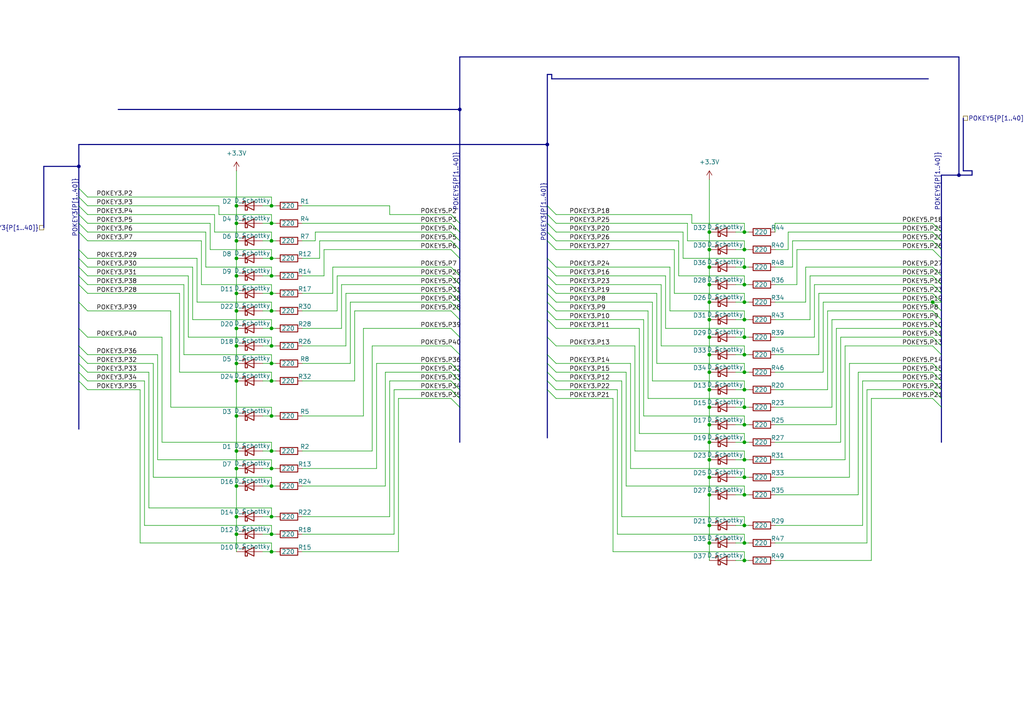
<source format=kicad_sch>
(kicad_sch
	(version 20250114)
	(generator "eeschema")
	(generator_version "9.0")
	(uuid "a165cb03-867d-4874-8a26-ee3c8dab0d11")
	(paper "A4")
	(lib_symbols
		(symbol "Device:D_Schottky"
			(pin_numbers
				(hide yes)
			)
			(pin_names
				(offset 1.016)
				(hide yes)
			)
			(exclude_from_sim no)
			(in_bom yes)
			(on_board yes)
			(property "Reference" "D"
				(at 0 2.54 0)
				(effects
					(font
						(size 1.27 1.27)
					)
				)
			)
			(property "Value" "D_Schottky"
				(at 0 -2.54 0)
				(effects
					(font
						(size 1.27 1.27)
					)
				)
			)
			(property "Footprint" ""
				(at 0 0 0)
				(effects
					(font
						(size 1.27 1.27)
					)
					(hide yes)
				)
			)
			(property "Datasheet" "~"
				(at 0 0 0)
				(effects
					(font
						(size 1.27 1.27)
					)
					(hide yes)
				)
			)
			(property "Description" "Schottky diode"
				(at 0 0 0)
				(effects
					(font
						(size 1.27 1.27)
					)
					(hide yes)
				)
			)
			(property "ki_keywords" "diode Schottky"
				(at 0 0 0)
				(effects
					(font
						(size 1.27 1.27)
					)
					(hide yes)
				)
			)
			(property "ki_fp_filters" "TO-???* *_Diode_* *SingleDiode* D_*"
				(at 0 0 0)
				(effects
					(font
						(size 1.27 1.27)
					)
					(hide yes)
				)
			)
			(symbol "D_Schottky_0_1"
				(polyline
					(pts
						(xy -1.905 0.635) (xy -1.905 1.27) (xy -1.27 1.27) (xy -1.27 -1.27) (xy -0.635 -1.27) (xy -0.635 -0.635)
					)
					(stroke
						(width 0.254)
						(type default)
					)
					(fill
						(type none)
					)
				)
				(polyline
					(pts
						(xy 1.27 1.27) (xy 1.27 -1.27) (xy -1.27 0) (xy 1.27 1.27)
					)
					(stroke
						(width 0.254)
						(type default)
					)
					(fill
						(type none)
					)
				)
				(polyline
					(pts
						(xy 1.27 0) (xy -1.27 0)
					)
					(stroke
						(width 0)
						(type default)
					)
					(fill
						(type none)
					)
				)
			)
			(symbol "D_Schottky_1_1"
				(pin passive line
					(at -3.81 0 0)
					(length 2.54)
					(name "K"
						(effects
							(font
								(size 1.27 1.27)
							)
						)
					)
					(number "1"
						(effects
							(font
								(size 1.27 1.27)
							)
						)
					)
				)
				(pin passive line
					(at 3.81 0 180)
					(length 2.54)
					(name "A"
						(effects
							(font
								(size 1.27 1.27)
							)
						)
					)
					(number "2"
						(effects
							(font
								(size 1.27 1.27)
							)
						)
					)
				)
			)
			(embedded_fonts no)
		)
		(symbol "Device:R"
			(pin_numbers
				(hide yes)
			)
			(pin_names
				(offset 0)
			)
			(exclude_from_sim no)
			(in_bom yes)
			(on_board yes)
			(property "Reference" "R"
				(at 2.032 0 90)
				(effects
					(font
						(size 1.27 1.27)
					)
				)
			)
			(property "Value" "R"
				(at 0 0 90)
				(effects
					(font
						(size 1.27 1.27)
					)
				)
			)
			(property "Footprint" ""
				(at -1.778 0 90)
				(effects
					(font
						(size 1.27 1.27)
					)
					(hide yes)
				)
			)
			(property "Datasheet" "~"
				(at 0 0 0)
				(effects
					(font
						(size 1.27 1.27)
					)
					(hide yes)
				)
			)
			(property "Description" "Resistor"
				(at 0 0 0)
				(effects
					(font
						(size 1.27 1.27)
					)
					(hide yes)
				)
			)
			(property "ki_keywords" "R res resistor"
				(at 0 0 0)
				(effects
					(font
						(size 1.27 1.27)
					)
					(hide yes)
				)
			)
			(property "ki_fp_filters" "R_*"
				(at 0 0 0)
				(effects
					(font
						(size 1.27 1.27)
					)
					(hide yes)
				)
			)
			(symbol "R_0_1"
				(rectangle
					(start -1.016 -2.54)
					(end 1.016 2.54)
					(stroke
						(width 0.254)
						(type default)
					)
					(fill
						(type none)
					)
				)
			)
			(symbol "R_1_1"
				(pin passive line
					(at 0 3.81 270)
					(length 1.27)
					(name "~"
						(effects
							(font
								(size 1.27 1.27)
							)
						)
					)
					(number "1"
						(effects
							(font
								(size 1.27 1.27)
							)
						)
					)
				)
				(pin passive line
					(at 0 -3.81 90)
					(length 1.27)
					(name "~"
						(effects
							(font
								(size 1.27 1.27)
							)
						)
					)
					(number "2"
						(effects
							(font
								(size 1.27 1.27)
							)
						)
					)
				)
			)
			(embedded_fonts no)
		)
		(symbol "power:+3.3V"
			(power)
			(pin_numbers
				(hide yes)
			)
			(pin_names
				(offset 0)
				(hide yes)
			)
			(exclude_from_sim no)
			(in_bom yes)
			(on_board yes)
			(property "Reference" "#PWR"
				(at 0 -3.81 0)
				(effects
					(font
						(size 1.27 1.27)
					)
					(hide yes)
				)
			)
			(property "Value" "+3.3V"
				(at 0 3.556 0)
				(effects
					(font
						(size 1.27 1.27)
					)
				)
			)
			(property "Footprint" ""
				(at 0 0 0)
				(effects
					(font
						(size 1.27 1.27)
					)
					(hide yes)
				)
			)
			(property "Datasheet" ""
				(at 0 0 0)
				(effects
					(font
						(size 1.27 1.27)
					)
					(hide yes)
				)
			)
			(property "Description" "Power symbol creates a global label with name \"+3.3V\""
				(at 0 0 0)
				(effects
					(font
						(size 1.27 1.27)
					)
					(hide yes)
				)
			)
			(property "ki_keywords" "global power"
				(at 0 0 0)
				(effects
					(font
						(size 1.27 1.27)
					)
					(hide yes)
				)
			)
			(symbol "+3.3V_0_1"
				(polyline
					(pts
						(xy -0.762 1.27) (xy 0 2.54)
					)
					(stroke
						(width 0)
						(type default)
					)
					(fill
						(type none)
					)
				)
				(polyline
					(pts
						(xy 0 2.54) (xy 0.762 1.27)
					)
					(stroke
						(width 0)
						(type default)
					)
					(fill
						(type none)
					)
				)
				(polyline
					(pts
						(xy 0 0) (xy 0 2.54)
					)
					(stroke
						(width 0)
						(type default)
					)
					(fill
						(type none)
					)
				)
			)
			(symbol "+3.3V_1_1"
				(pin power_in line
					(at 0 0 90)
					(length 0)
					(name "~"
						(effects
							(font
								(size 1.27 1.27)
							)
						)
					)
					(number "1"
						(effects
							(font
								(size 1.27 1.27)
							)
						)
					)
				)
			)
			(embedded_fonts no)
		)
	)
	(junction
		(at 215.9 67.31)
		(diameter 0)
		(color 0 0 0 0)
		(uuid "00b81d26-186d-4de4-b054-8f3c18060c0c")
	)
	(junction
		(at 78.74 110.49)
		(diameter 0)
		(color 0 0 0 0)
		(uuid "04951c10-36a1-4f86-94fa-c30fe0c7b5b2")
	)
	(junction
		(at 78.74 85.09)
		(diameter 0)
		(color 0 0 0 0)
		(uuid "11d01eb3-f795-4e34-8d8b-53ad3a73a3fc")
	)
	(junction
		(at 205.74 123.19)
		(diameter 0)
		(color 0 0 0 0)
		(uuid "124e3a79-757f-404f-a017-691c92e586a5")
	)
	(junction
		(at 270.51 87.63)
		(diameter 0)
		(color 0 0 0 0)
		(uuid "14bf5721-659b-4bfc-8beb-87dec5b4ea7e")
	)
	(junction
		(at 68.58 95.25)
		(diameter 0)
		(color 0 0 0 0)
		(uuid "15bb5877-9c9b-4c6a-9a37-d2f53644fd0a")
	)
	(junction
		(at 78.74 120.65)
		(diameter 0)
		(color 0 0 0 0)
		(uuid "16f3243b-6fc8-4b3f-b6c1-a53b047216fe")
	)
	(junction
		(at 68.58 110.49)
		(diameter 0)
		(color 0 0 0 0)
		(uuid "17f03f12-398e-4789-936c-28167371c289")
	)
	(junction
		(at 78.74 95.25)
		(diameter 0)
		(color 0 0 0 0)
		(uuid "1815b335-b3ae-4947-a331-2ea20b13b6d6")
	)
	(junction
		(at 215.9 152.4)
		(diameter 0)
		(color 0 0 0 0)
		(uuid "1879c826-0df1-4d78-ac1a-0f70af22094e")
	)
	(junction
		(at 205.74 152.4)
		(diameter 0)
		(color 0 0 0 0)
		(uuid "2157c888-c335-494b-8db4-824adee8a6ae")
	)
	(junction
		(at 78.74 154.94)
		(diameter 0)
		(color 0 0 0 0)
		(uuid "2943740c-c463-46e1-b3e0-6721fb37ca27")
	)
	(junction
		(at 215.9 97.79)
		(diameter 0)
		(color 0 0 0 0)
		(uuid "299dd0d7-839e-4819-9042-e6e584d1f331")
	)
	(junction
		(at 68.58 120.65)
		(diameter 0)
		(color 0 0 0 0)
		(uuid "2a04623d-0ae6-4faa-ac35-03bf46fd42e6")
	)
	(junction
		(at 205.74 77.47)
		(diameter 0)
		(color 0 0 0 0)
		(uuid "2a08efde-96d6-4a27-8728-276baf07c3b2")
	)
	(junction
		(at 215.9 143.51)
		(diameter 0)
		(color 0 0 0 0)
		(uuid "32490c15-f465-404c-8b09-fd55c63c2dea")
	)
	(junction
		(at 78.74 64.77)
		(diameter 0)
		(color 0 0 0 0)
		(uuid "32d31e2e-2030-482b-93f8-74f735c247a6")
	)
	(junction
		(at 78.74 140.97)
		(diameter 0)
		(color 0 0 0 0)
		(uuid "363aebca-7f75-4291-8038-797456879adc")
	)
	(junction
		(at 68.58 154.94)
		(diameter 0)
		(color 0 0 0 0)
		(uuid "3925c621-3eb2-439d-8a1f-1c46b96f599c")
	)
	(junction
		(at 78.74 149.86)
		(diameter 0)
		(color 0 0 0 0)
		(uuid "40ef561a-7048-448c-b9af-87844f2ae592")
	)
	(junction
		(at 205.74 138.43)
		(diameter 0)
		(color 0 0 0 0)
		(uuid "4139cb2b-1e7d-48b7-9770-8098f8631cb8")
	)
	(junction
		(at 78.74 100.33)
		(diameter 0)
		(color 0 0 0 0)
		(uuid "43963edc-b844-4a76-9053-4679b96d94a4")
	)
	(junction
		(at 205.74 67.31)
		(diameter 0)
		(color 0 0 0 0)
		(uuid "493bcfbb-d14e-4661-bdb3-70d6d94b9789")
	)
	(junction
		(at 215.9 107.95)
		(diameter 0)
		(color 0 0 0 0)
		(uuid "49456f6d-8543-4222-85fd-7b8640abf45c")
	)
	(junction
		(at 78.74 80.01)
		(diameter 0)
		(color 0 0 0 0)
		(uuid "571fda10-4411-4347-bc59-3c9c50faecb3")
	)
	(junction
		(at 215.9 113.03)
		(diameter 0)
		(color 0 0 0 0)
		(uuid "5933850a-9d8c-4af6-8eea-bb8d2851b607")
	)
	(junction
		(at 215.9 92.71)
		(diameter 0)
		(color 0 0 0 0)
		(uuid "5b4ce4f3-33e5-4a7d-bcf4-d6d6dabace04")
	)
	(junction
		(at 215.9 138.43)
		(diameter 0)
		(color 0 0 0 0)
		(uuid "60b2b599-305d-4879-9f16-81f511d8cce5")
	)
	(junction
		(at 215.9 128.27)
		(diameter 0)
		(color 0 0 0 0)
		(uuid "66b91a85-0f30-46e0-aa19-8641de41c365")
	)
	(junction
		(at 68.58 149.86)
		(diameter 0)
		(color 0 0 0 0)
		(uuid "6a275ec3-1b53-4a5c-9f08-5c2938a8c326")
	)
	(junction
		(at 133.35 31.75)
		(diameter 0)
		(color 0 0 0 0)
		(uuid "6d3e659d-150a-47fa-b631-8f660d6c696e")
	)
	(junction
		(at 215.9 133.35)
		(diameter 0)
		(color 0 0 0 0)
		(uuid "7416be65-b64f-460f-bab7-5abf5fbdf706")
	)
	(junction
		(at 68.58 80.01)
		(diameter 0)
		(color 0 0 0 0)
		(uuid "75b3b3b0-9e3a-4947-ba12-c72ed6ef2901")
	)
	(junction
		(at 158.75 41.91)
		(diameter 0)
		(color 0 0 0 0)
		(uuid "7633c84c-942f-4f5d-9f22-8fb0b0a3894e")
	)
	(junction
		(at 68.58 130.81)
		(diameter 0)
		(color 0 0 0 0)
		(uuid "78ae2b86-5ba0-4347-9b3f-1d6dfe76f87c")
	)
	(junction
		(at 215.9 102.87)
		(diameter 0)
		(color 0 0 0 0)
		(uuid "7cc4f41c-e45e-40a2-a3c1-6ed3d54c26e7")
	)
	(junction
		(at 205.74 97.79)
		(diameter 0)
		(color 0 0 0 0)
		(uuid "8412dd7c-6db7-456b-9726-31bdc13a5978")
	)
	(junction
		(at 78.74 74.93)
		(diameter 0)
		(color 0 0 0 0)
		(uuid "89e378f0-59fb-49ba-b4b7-cf3fa353cd0c")
	)
	(junction
		(at 205.74 118.11)
		(diameter 0)
		(color 0 0 0 0)
		(uuid "90d8db21-4714-4d10-bf04-576674684cfc")
	)
	(junction
		(at 205.74 107.95)
		(diameter 0)
		(color 0 0 0 0)
		(uuid "924e137e-7509-4dd9-a40f-d5c5e9489e87")
	)
	(junction
		(at 205.74 82.55)
		(diameter 0)
		(color 0 0 0 0)
		(uuid "93343679-3d0b-44b9-bbf3-5ea81b058af9")
	)
	(junction
		(at 68.58 85.09)
		(diameter 0)
		(color 0 0 0 0)
		(uuid "975e9d27-3a24-4387-a2a4-ad1493e6ea89")
	)
	(junction
		(at 78.74 90.17)
		(diameter 0)
		(color 0 0 0 0)
		(uuid "9792cbf2-ff64-4e3c-b9c3-3c2a94b8568a")
	)
	(junction
		(at 205.74 72.39)
		(diameter 0)
		(color 0 0 0 0)
		(uuid "9956c599-3dd1-42f3-8734-51c78c207f16")
	)
	(junction
		(at 205.74 87.63)
		(diameter 0)
		(color 0 0 0 0)
		(uuid "9d261787-0bdd-4553-b0a6-9b46b88000a5")
	)
	(junction
		(at 205.74 92.71)
		(diameter 0)
		(color 0 0 0 0)
		(uuid "9f552693-a580-4fbc-90db-ddc8089d49df")
	)
	(junction
		(at 78.74 105.41)
		(diameter 0)
		(color 0 0 0 0)
		(uuid "a03f9edc-4858-457b-a85d-f067f10fca12")
	)
	(junction
		(at 205.74 113.03)
		(diameter 0)
		(color 0 0 0 0)
		(uuid "a19001d3-7e92-470b-98b1-be33317d9bed")
	)
	(junction
		(at 205.74 143.51)
		(diameter 0)
		(color 0 0 0 0)
		(uuid "a348c403-439b-4a1f-870c-375d3382095d")
	)
	(junction
		(at 215.9 162.56)
		(diameter 0)
		(color 0 0 0 0)
		(uuid "a47712dd-5962-4ef5-994b-886ae11b9035")
	)
	(junction
		(at 68.58 69.85)
		(diameter 0)
		(color 0 0 0 0)
		(uuid "a4826da6-bca9-4a05-8d0b-4c353b78006d")
	)
	(junction
		(at 215.9 77.47)
		(diameter 0)
		(color 0 0 0 0)
		(uuid "a5510f0f-cef3-4577-9c10-fae6a8328088")
	)
	(junction
		(at 68.58 105.41)
		(diameter 0)
		(color 0 0 0 0)
		(uuid "a6854494-f32d-4d6c-baaa-afbe79ee1ce6")
	)
	(junction
		(at 68.58 135.89)
		(diameter 0)
		(color 0 0 0 0)
		(uuid "a7a84c44-9cc9-46b2-a19e-1defdc2f0a57")
	)
	(junction
		(at 68.58 64.77)
		(diameter 0)
		(color 0 0 0 0)
		(uuid "a88e7295-50e5-42de-983b-3aac50e2018e")
	)
	(junction
		(at 68.58 74.93)
		(diameter 0)
		(color 0 0 0 0)
		(uuid "b0727dd6-3ce1-4121-8d45-3ecf2ddfba87")
	)
	(junction
		(at 205.74 157.48)
		(diameter 0)
		(color 0 0 0 0)
		(uuid "b2f27731-d1a7-4964-bf01-aec8bddae12e")
	)
	(junction
		(at 205.74 133.35)
		(diameter 0)
		(color 0 0 0 0)
		(uuid "b3b4e339-aea5-4991-ad27-a432e49628a1")
	)
	(junction
		(at 205.74 102.87)
		(diameter 0)
		(color 0 0 0 0)
		(uuid "c47527bc-6902-4570-b14e-2b5aebd5168f")
	)
	(junction
		(at 78.74 69.85)
		(diameter 0)
		(color 0 0 0 0)
		(uuid "c6807273-4b06-4c9b-b4c1-9fdae7f37bb0")
	)
	(junction
		(at 215.9 72.39)
		(diameter 0)
		(color 0 0 0 0)
		(uuid "c844f0a2-72f6-4cd6-a147-648afd820ed4")
	)
	(junction
		(at 278.13 50.8)
		(diameter 0)
		(color 0 0 0 0)
		(uuid "c8b64e7a-0613-40fa-8026-42aefbbcc485")
	)
	(junction
		(at 215.9 87.63)
		(diameter 0)
		(color 0 0 0 0)
		(uuid "c98d603e-a54a-49ea-9f97-9559189d5473")
	)
	(junction
		(at 215.9 123.19)
		(diameter 0)
		(color 0 0 0 0)
		(uuid "cb994237-346a-4cfc-85cf-a5f3e75e367c")
	)
	(junction
		(at 68.58 59.69)
		(diameter 0)
		(color 0 0 0 0)
		(uuid "d06b8d28-6a15-40d5-95f9-ad26c39d1cc4")
	)
	(junction
		(at 215.9 118.11)
		(diameter 0)
		(color 0 0 0 0)
		(uuid "d67f49ae-e6c0-44ec-be55-9ecd4068841b")
	)
	(junction
		(at 78.74 160.02)
		(diameter 0)
		(color 0 0 0 0)
		(uuid "d9da749a-fd23-46d6-9697-1c9fcf7cb634")
	)
	(junction
		(at 68.58 140.97)
		(diameter 0)
		(color 0 0 0 0)
		(uuid "dc68acdd-dd72-4023-b511-1ec252790ea9")
	)
	(junction
		(at 205.74 128.27)
		(diameter 0)
		(color 0 0 0 0)
		(uuid "e21f6393-e1f3-4405-8e57-59484bc54173")
	)
	(junction
		(at 78.74 130.81)
		(diameter 0)
		(color 0 0 0 0)
		(uuid "e41aa717-3c37-4600-a74c-d602baccf33b")
	)
	(junction
		(at 78.74 59.69)
		(diameter 0)
		(color 0 0 0 0)
		(uuid "e5936714-4280-46e9-9f68-3efce6483306")
	)
	(junction
		(at 78.74 135.89)
		(diameter 0)
		(color 0 0 0 0)
		(uuid "e7f1b4eb-c159-4be6-8d26-eb77f1f8fffb")
	)
	(junction
		(at 215.9 157.48)
		(diameter 0)
		(color 0 0 0 0)
		(uuid "ead6860e-e409-485b-95d0-f21d783a2b1f")
	)
	(junction
		(at 215.9 82.55)
		(diameter 0)
		(color 0 0 0 0)
		(uuid "f03c32b4-79b7-43e4-a4c0-546d1a171bdc")
	)
	(junction
		(at 68.58 100.33)
		(diameter 0)
		(color 0 0 0 0)
		(uuid "f10c2c74-e05e-48f9-9e5e-c4e7cd2eada0")
	)
	(junction
		(at 68.58 90.17)
		(diameter 0)
		(color 0 0 0 0)
		(uuid "f6fce326-d48a-4657-8f02-b2ed249776ce")
	)
	(junction
		(at 22.86 48.26)
		(diameter 0)
		(color 0 0 0 0)
		(uuid "fa2ceb80-8935-4f3f-bedd-7a3d50a6fd42")
	)
	(bus_entry
		(at 270.51 90.17)
		(size 2.54 2.54)
		(stroke
			(width 0)
			(type default)
		)
		(uuid "04c0a0ff-442b-45f6-b75f-0edc25f98396")
	)
	(bus_entry
		(at 130.81 72.39)
		(size 2.54 2.54)
		(stroke
			(width 0)
			(type default)
		)
		(uuid "0c95ed12-c7a5-4039-8f59-559e8e55c2f5")
	)
	(bus_entry
		(at 130.81 62.23)
		(size 2.54 2.54)
		(stroke
			(width 0)
			(type default)
		)
		(uuid "0e599759-5b40-4311-b195-ad9f78e50ef6")
	)
	(bus_entry
		(at 158.75 80.01)
		(size 2.54 2.54)
		(stroke
			(width 0)
			(type default)
		)
		(uuid "10525a19-b7db-49f4-8076-3be175bd88cc")
	)
	(bus_entry
		(at 158.75 67.31)
		(size 2.54 2.54)
		(stroke
			(width 0)
			(type default)
		)
		(uuid "1181e3b8-4e97-49f8-b29c-0e1fbd2d409e")
	)
	(bus_entry
		(at 270.51 67.31)
		(size 2.54 2.54)
		(stroke
			(width 0)
			(type default)
		)
		(uuid "12931bf3-00cb-41aa-b1bb-e4e6c2dae914")
	)
	(bus_entry
		(at 22.86 72.39)
		(size 2.54 2.54)
		(stroke
			(width 0)
			(type default)
		)
		(uuid "1635ad87-a0fc-4ae3-94b2-0948648cd08e")
	)
	(bus_entry
		(at 22.86 95.25)
		(size 2.54 2.54)
		(stroke
			(width 0)
			(type default)
		)
		(uuid "16685299-115a-4a49-9f6a-f9072a1bc6cb")
	)
	(bus_entry
		(at 270.51 100.33)
		(size 2.54 2.54)
		(stroke
			(width 0)
			(type default)
		)
		(uuid "1b4ccafc-98ad-4e93-b933-73ae7421dede")
	)
	(bus_entry
		(at 22.86 80.01)
		(size 2.54 2.54)
		(stroke
			(width 0)
			(type default)
		)
		(uuid "1d10af25-3d3b-4586-8e13-b936ea1fb3c5")
	)
	(bus_entry
		(at 270.51 80.01)
		(size 2.54 2.54)
		(stroke
			(width 0)
			(type default)
		)
		(uuid "1d4133ea-03c9-49c5-a633-de05b1a20f7d")
	)
	(bus_entry
		(at 130.81 82.55)
		(size 2.54 2.54)
		(stroke
			(width 0)
			(type default)
		)
		(uuid "1f214aa3-7a65-43d3-9d08-a9811cd04529")
	)
	(bus_entry
		(at 130.81 110.49)
		(size 2.54 2.54)
		(stroke
			(width 0)
			(type default)
		)
		(uuid "224fb53a-ff8a-4795-9c5e-f5aabf183e2c")
	)
	(bus_entry
		(at 270.51 77.47)
		(size 2.54 2.54)
		(stroke
			(width 0)
			(type default)
		)
		(uuid "22b5fbd1-df1b-49f9-bc15-e0aa18055829")
	)
	(bus_entry
		(at 158.75 97.79)
		(size 2.54 2.54)
		(stroke
			(width 0)
			(type default)
		)
		(uuid "2804a222-143f-4d42-a723-cd213c5b2c50")
	)
	(bus_entry
		(at 130.81 77.47)
		(size 2.54 2.54)
		(stroke
			(width 0)
			(type default)
		)
		(uuid "29935b10-6c38-44fb-b0dc-07d36d373dc7")
	)
	(bus_entry
		(at 22.86 82.55)
		(size 2.54 2.54)
		(stroke
			(width 0)
			(type default)
		)
		(uuid "2a5ea080-eef7-43b3-9fb0-c9cee0f6eb3f")
	)
	(bus_entry
		(at 22.86 100.33)
		(size 2.54 2.54)
		(stroke
			(width 0)
			(type default)
		)
		(uuid "2e1eed98-eaa4-4cf6-b422-49ca7dfb009a")
	)
	(bus_entry
		(at 22.86 64.77)
		(size 2.54 2.54)
		(stroke
			(width 0)
			(type default)
		)
		(uuid "2f785ea4-3b00-4edb-baea-53715f95c791")
	)
	(bus_entry
		(at 270.51 69.85)
		(size 2.54 2.54)
		(stroke
			(width 0)
			(type default)
		)
		(uuid "313d7930-b8e1-4daf-ab4b-9bd5ea5c962f")
	)
	(bus_entry
		(at 270.51 72.39)
		(size 2.54 2.54)
		(stroke
			(width 0)
			(type default)
		)
		(uuid "318cbeed-b826-4e1d-a0ad-0bb7950c8b80")
	)
	(bus_entry
		(at 158.75 87.63)
		(size 2.54 2.54)
		(stroke
			(width 0)
			(type default)
		)
		(uuid "3389ee92-bf28-425d-b3d2-aac959686300")
	)
	(bus_entry
		(at 270.51 95.25)
		(size 2.54 2.54)
		(stroke
			(width 0)
			(type default)
		)
		(uuid "35e6af2c-6363-466d-903a-7388f60a97cd")
	)
	(bus_entry
		(at 22.86 87.63)
		(size 2.54 2.54)
		(stroke
			(width 0)
			(type default)
		)
		(uuid "40503753-2992-4f88-873d-b1c6cdcea988")
	)
	(bus_entry
		(at 158.75 82.55)
		(size 2.54 2.54)
		(stroke
			(width 0)
			(type default)
		)
		(uuid "4967a6f3-b36a-4534-a0fb-6f7309cac35b")
	)
	(bus_entry
		(at 22.86 77.47)
		(size 2.54 2.54)
		(stroke
			(width 0)
			(type default)
		)
		(uuid "4c697c15-887b-4088-bddf-b8046e418f48")
	)
	(bus_entry
		(at 130.81 105.41)
		(size 2.54 2.54)
		(stroke
			(width 0)
			(type default)
		)
		(uuid "4d453b5f-918d-440f-90bf-2e2b356e52a4")
	)
	(bus_entry
		(at 22.86 59.69)
		(size 2.54 2.54)
		(stroke
			(width 0)
			(type default)
		)
		(uuid "53163cc0-0d16-4175-9177-a7a9bc1db283")
	)
	(bus_entry
		(at 270.51 92.71)
		(size 2.54 2.54)
		(stroke
			(width 0)
			(type default)
		)
		(uuid "58b976d0-5472-4f60-b8e0-e2fa7e0fdad7")
	)
	(bus_entry
		(at 270.51 64.77)
		(size 2.54 2.54)
		(stroke
			(width 0)
			(type default)
		)
		(uuid "597cd1ce-15b9-4ec1-b4d4-5483f4d285b7")
	)
	(bus_entry
		(at 130.81 95.25)
		(size 2.54 2.54)
		(stroke
			(width 0)
			(type default)
		)
		(uuid "5e793fa0-dce1-4f1d-b408-edf112011e8c")
	)
	(bus_entry
		(at 270.51 107.95)
		(size 2.54 2.54)
		(stroke
			(width 0)
			(type default)
		)
		(uuid "65bcfac1-76ab-4715-8ab5-635da571d7e6")
	)
	(bus_entry
		(at 130.81 80.01)
		(size 2.54 2.54)
		(stroke
			(width 0)
			(type default)
		)
		(uuid "681c1676-bf23-4f35-b5ea-f2da16dc535f")
	)
	(bus_entry
		(at 22.86 105.41)
		(size 2.54 2.54)
		(stroke
			(width 0)
			(type default)
		)
		(uuid "68c9f291-d1b5-41de-84fd-221841284143")
	)
	(bus_entry
		(at 130.81 85.09)
		(size 2.54 2.54)
		(stroke
			(width 0)
			(type default)
		)
		(uuid "6ea33fc9-99c6-46a7-8c90-6ee4582b3eff")
	)
	(bus_entry
		(at 158.75 105.41)
		(size 2.54 2.54)
		(stroke
			(width 0)
			(type default)
		)
		(uuid "7713261f-5317-4ae8-8832-c249e4816c13")
	)
	(bus_entry
		(at 158.75 102.87)
		(size 2.54 2.54)
		(stroke
			(width 0)
			(type default)
		)
		(uuid "7d9dbe5b-261e-4250-a0c4-14f7bcd56279")
	)
	(bus_entry
		(at 158.75 110.49)
		(size 2.54 2.54)
		(stroke
			(width 0)
			(type default)
		)
		(uuid "7f01d85d-6bd2-42d3-9a1c-95f10269d45f")
	)
	(bus_entry
		(at 158.75 74.93)
		(size 2.54 2.54)
		(stroke
			(width 0)
			(type default)
		)
		(uuid "80089c46-f870-4aa3-a017-e3a6b42dcdc0")
	)
	(bus_entry
		(at 22.86 54.61)
		(size 2.54 2.54)
		(stroke
			(width 0)
			(type default)
		)
		(uuid "85cb5763-2fe5-458c-ab05-84a1431876f8")
	)
	(bus_entry
		(at 22.86 107.95)
		(size 2.54 2.54)
		(stroke
			(width 0)
			(type default)
		)
		(uuid "89dd1aaf-8139-4d72-941e-2e4363a4942b")
	)
	(bus_entry
		(at 22.86 110.49)
		(size 2.54 2.54)
		(stroke
			(width 0)
			(type default)
		)
		(uuid "8d331eb3-3cf6-4199-b863-86811312b7da")
	)
	(bus_entry
		(at 22.86 67.31)
		(size 2.54 2.54)
		(stroke
			(width 0)
			(type default)
		)
		(uuid "8e5891a5-4c40-4fa8-9851-9774312f6a06")
	)
	(bus_entry
		(at 158.75 90.17)
		(size 2.54 2.54)
		(stroke
			(width 0)
			(type default)
		)
		(uuid "9127e70b-aec5-4331-823f-20ec57efaa57")
	)
	(bus_entry
		(at 130.81 87.63)
		(size 2.54 2.54)
		(stroke
			(width 0)
			(type default)
		)
		(uuid "9ea12fda-737a-469a-a87b-ba00d7c03c6a")
	)
	(bus_entry
		(at 22.86 102.87)
		(size 2.54 2.54)
		(stroke
			(width 0)
			(type default)
		)
		(uuid "a895beb7-ce5e-463b-b996-168ebc6eb643")
	)
	(bus_entry
		(at 130.81 67.31)
		(size 2.54 2.54)
		(stroke
			(width 0)
			(type default)
		)
		(uuid "ab1f09c7-81c5-4a8f-a602-bcb7c56b2c17")
	)
	(bus_entry
		(at 22.86 62.23)
		(size 2.54 2.54)
		(stroke
			(width 0)
			(type default)
		)
		(uuid "abd19155-4437-43c9-a64a-489640386112")
	)
	(bus_entry
		(at 130.81 64.77)
		(size 2.54 2.54)
		(stroke
			(width 0)
			(type default)
		)
		(uuid "abe8b792-52c3-4984-8335-4cff294fe9c0")
	)
	(bus_entry
		(at 130.81 69.85)
		(size 2.54 2.54)
		(stroke
			(width 0)
			(type default)
		)
		(uuid "acdf8470-5362-4002-9ba4-93174d44284f")
	)
	(bus_entry
		(at 270.51 85.09)
		(size 2.54 2.54)
		(stroke
			(width 0)
			(type default)
		)
		(uuid "b17c362b-c802-49db-bb9b-d15cf50e3ec0")
	)
	(bus_entry
		(at 158.75 77.47)
		(size 2.54 2.54)
		(stroke
			(width 0)
			(type default)
		)
		(uuid "b9645b62-80ef-44cb-acd6-70555608ee37")
	)
	(bus_entry
		(at 270.51 97.79)
		(size 2.54 2.54)
		(stroke
			(width 0)
			(type default)
		)
		(uuid "bb8a261d-e0cc-4f81-8adc-e51e38041b47")
	)
	(bus_entry
		(at 130.81 100.33)
		(size 2.54 2.54)
		(stroke
			(width 0)
			(type default)
		)
		(uuid "bf2a29fe-5148-41af-aa94-e2d8e02b2c5f")
	)
	(bus_entry
		(at 158.75 59.69)
		(size 2.54 2.54)
		(stroke
			(width 0)
			(type default)
		)
		(uuid "c1c3ee06-4e8e-4636-9aac-c70097e96f71")
	)
	(bus_entry
		(at 130.81 107.95)
		(size 2.54 2.54)
		(stroke
			(width 0)
			(type default)
		)
		(uuid "c5c6ca5e-dc22-4b2e-baba-2fc92dbeaa1f")
	)
	(bus_entry
		(at 158.75 85.09)
		(size 2.54 2.54)
		(stroke
			(width 0)
			(type default)
		)
		(uuid "c7f8c560-7f08-46eb-aa5a-acc577ea6f74")
	)
	(bus_entry
		(at 270.51 87.63)
		(size 2.54 2.54)
		(stroke
			(width 0)
			(type default)
		)
		(uuid "ca0ba367-db6a-4a38-a3bd-1ad788d876de")
	)
	(bus_entry
		(at 270.51 115.57)
		(size 2.54 2.54)
		(stroke
			(width 0)
			(type default)
		)
		(uuid "d71203ae-3d99-4730-95d6-0455cae68714")
	)
	(bus_entry
		(at 158.75 69.85)
		(size 2.54 2.54)
		(stroke
			(width 0)
			(type default)
		)
		(uuid "d7abf478-00d4-4b0b-948b-a38b2f828ae1")
	)
	(bus_entry
		(at 270.51 105.41)
		(size 2.54 2.54)
		(stroke
			(width 0)
			(type default)
		)
		(uuid "dd1cfa6f-7da5-4b56-ad8c-7f6fc592ccb1")
	)
	(bus_entry
		(at 270.51 82.55)
		(size 2.54 2.54)
		(stroke
			(width 0)
			(type default)
		)
		(uuid "de54d6ae-e5c0-4a74-a53e-652d33f32897")
	)
	(bus_entry
		(at 158.75 107.95)
		(size 2.54 2.54)
		(stroke
			(width 0)
			(type default)
		)
		(uuid "dfc8a2e5-0bc0-4a3b-b9f1-c801dae9d2f9")
	)
	(bus_entry
		(at 158.75 62.23)
		(size 2.54 2.54)
		(stroke
			(width 0)
			(type default)
		)
		(uuid "e16dda05-5c9e-4b4e-8fb7-378a21e2602c")
	)
	(bus_entry
		(at 22.86 74.93)
		(size 2.54 2.54)
		(stroke
			(width 0)
			(type default)
		)
		(uuid "e9cbc864-b9f7-426d-90bd-5310b06a6349")
	)
	(bus_entry
		(at 130.81 115.57)
		(size 2.54 2.54)
		(stroke
			(width 0)
			(type default)
		)
		(uuid "ed5d1f4b-bcef-44cd-924f-5dedd6b2c007")
	)
	(bus_entry
		(at 130.81 113.03)
		(size 2.54 2.54)
		(stroke
			(width 0)
			(type default)
		)
		(uuid "edbe1e34-f243-4bc8-a1bb-b359683eb588")
	)
	(bus_entry
		(at 158.75 64.77)
		(size 2.54 2.54)
		(stroke
			(width 0)
			(type default)
		)
		(uuid "edcf8559-0c51-4a84-b84f-42e633562f69")
	)
	(bus_entry
		(at 158.75 92.71)
		(size 2.54 2.54)
		(stroke
			(width 0)
			(type default)
		)
		(uuid "f44c5d64-b9e8-4cd6-a6be-9534a3d3dd94")
	)
	(bus_entry
		(at 270.51 113.03)
		(size 2.54 2.54)
		(stroke
			(width 0)
			(type default)
		)
		(uuid "f7ed163d-bdb9-497a-aa3e-cfeaf28e4bd8")
	)
	(bus_entry
		(at 130.81 90.17)
		(size 2.54 2.54)
		(stroke
			(width 0)
			(type default)
		)
		(uuid "f879f217-3b34-4ea4-9bd4-efd1cc9693cf")
	)
	(bus_entry
		(at 158.75 113.03)
		(size 2.54 2.54)
		(stroke
			(width 0)
			(type default)
		)
		(uuid "f9acc45f-cc29-4363-a7d5-353375c22e05")
	)
	(bus_entry
		(at 270.51 110.49)
		(size 2.54 2.54)
		(stroke
			(width 0)
			(type default)
		)
		(uuid "fd32ec5d-f9fc-44ef-9275-00f539b196fb")
	)
	(bus_entry
		(at 22.86 57.15)
		(size 2.54 2.54)
		(stroke
			(width 0)
			(type default)
		)
		(uuid "fe02f873-7e7e-4888-81ef-4aec2634005c")
	)
	(wire
		(pts
			(xy 25.4 97.79) (xy 46.99 97.79)
		)
		(stroke
			(width 0)
			(type default)
		)
		(uuid "00dfcab2-889f-41cc-955f-a80e00cd107a")
	)
	(wire
		(pts
			(xy 205.74 77.47) (xy 205.74 82.55)
		)
		(stroke
			(width 0)
			(type default)
		)
		(uuid "00eebc8f-fce1-4104-8bb3-5c0af869fcd9")
	)
	(wire
		(pts
			(xy 224.79 138.43) (xy 246.38 138.43)
		)
		(stroke
			(width 0)
			(type default)
		)
		(uuid "01040ddf-0bae-4723-8137-c2779267fc90")
	)
	(wire
		(pts
			(xy 87.63 154.94) (xy 114.3 154.94)
		)
		(stroke
			(width 0)
			(type default)
		)
		(uuid "01782b0f-dc4e-42de-be24-0c66610b2547")
	)
	(wire
		(pts
			(xy 68.58 154.94) (xy 68.58 160.02)
		)
		(stroke
			(width 0)
			(type default)
		)
		(uuid "01943b22-c682-4119-8f54-48d4dc84df58")
	)
	(wire
		(pts
			(xy 252.73 115.57) (xy 270.51 115.57)
		)
		(stroke
			(width 0)
			(type default)
		)
		(uuid "01e7598e-cf51-4adc-8551-26b75181a52e")
	)
	(wire
		(pts
			(xy 25.4 82.55) (xy 53.34 82.55)
		)
		(stroke
			(width 0)
			(type default)
		)
		(uuid "01eed4e8-f981-469c-90be-9587dc67c8c5")
	)
	(wire
		(pts
			(xy 252.73 115.57) (xy 252.73 162.56)
		)
		(stroke
			(width 0)
			(type default)
		)
		(uuid "02f63038-483d-4df9-9821-b155d70bd305")
	)
	(bus
		(pts
			(xy 133.35 67.31) (xy 133.35 69.85)
		)
		(stroke
			(width 0)
			(type default)
		)
		(uuid "03f75406-dec9-476b-8fe8-63aa8b8f95f5")
	)
	(wire
		(pts
			(xy 198.12 67.31) (xy 198.12 74.93)
		)
		(stroke
			(width 0)
			(type default)
		)
		(uuid "060c0a82-690a-4a53-92ee-fc34137f0627")
	)
	(bus
		(pts
			(xy 158.75 107.95) (xy 158.75 110.49)
		)
		(stroke
			(width 0)
			(type default)
		)
		(uuid "0655835c-ccd0-4333-81a1-fa804464852a")
	)
	(wire
		(pts
			(xy 52.07 85.09) (xy 52.07 107.95)
		)
		(stroke
			(width 0)
			(type default)
		)
		(uuid "07603317-2ba8-4370-bdd8-b0f270924bb0")
	)
	(wire
		(pts
			(xy 78.74 135.89) (xy 80.01 135.89)
		)
		(stroke
			(width 0)
			(type default)
		)
		(uuid "079c7a3e-fa5e-4dbb-a459-ac0b74dd3a41")
	)
	(wire
		(pts
			(xy 96.52 85.09) (xy 96.52 77.47)
		)
		(stroke
			(width 0)
			(type default)
		)
		(uuid "07e1a6ef-c3aa-4ca4-a17b-22503af54f39")
	)
	(wire
		(pts
			(xy 58.42 82.55) (xy 78.74 82.55)
		)
		(stroke
			(width 0)
			(type default)
		)
		(uuid "07fa5917-d469-466b-8c07-6a6e43b50c2d")
	)
	(wire
		(pts
			(xy 40.64 157.48) (xy 78.74 157.48)
		)
		(stroke
			(width 0)
			(type default)
		)
		(uuid "082aaea2-145b-48e4-aaa3-d35f2df8fb59")
	)
	(wire
		(pts
			(xy 92.71 69.85) (xy 130.81 69.85)
		)
		(stroke
			(width 0)
			(type default)
		)
		(uuid "09675c3d-edf7-4091-b5f1-16e8ef220ce2")
	)
	(wire
		(pts
			(xy 224.79 77.47) (xy 229.87 77.47)
		)
		(stroke
			(width 0)
			(type default)
		)
		(uuid "0a696fc3-162c-471c-970b-4a3eb6fc9aaf")
	)
	(bus
		(pts
			(xy 133.35 107.95) (xy 133.35 110.49)
		)
		(stroke
			(width 0)
			(type default)
		)
		(uuid "0b4f8fd9-9c75-47f7-88a6-3ffc06a5d414")
	)
	(wire
		(pts
			(xy 113.03 59.69) (xy 113.03 62.23)
		)
		(stroke
			(width 0)
			(type default)
		)
		(uuid "0bd94a4a-f971-4be9-b4eb-a24454178361")
	)
	(wire
		(pts
			(xy 186.69 92.71) (xy 186.69 120.65)
		)
		(stroke
			(width 0)
			(type default)
		)
		(uuid "0cb2b4f1-d8db-4fab-aabe-8a2f72f30fbd")
	)
	(wire
		(pts
			(xy 205.74 72.39) (xy 205.74 77.47)
		)
		(stroke
			(width 0)
			(type default)
		)
		(uuid "0cd1eb6d-4e6a-414f-88dc-b358124c6a8b")
	)
	(wire
		(pts
			(xy 213.36 77.47) (xy 215.9 77.47)
		)
		(stroke
			(width 0)
			(type default)
		)
		(uuid "0ce200f5-5750-4d57-89a8-f8f7bbbe4525")
	)
	(wire
		(pts
			(xy 97.79 80.01) (xy 130.81 80.01)
		)
		(stroke
			(width 0)
			(type default)
		)
		(uuid "0d10fba6-7757-4476-b809-a1721d75ce3e")
	)
	(wire
		(pts
			(xy 76.2 140.97) (xy 78.74 140.97)
		)
		(stroke
			(width 0)
			(type default)
		)
		(uuid "0d13b481-7b6e-491d-a109-32bdefc4d1ac")
	)
	(bus
		(pts
			(xy 22.86 105.41) (xy 22.86 107.95)
		)
		(stroke
			(width 0)
			(type default)
		)
		(uuid "0e361944-4eb0-4c74-ba77-fa54060d5b56")
	)
	(bus
		(pts
			(xy 22.86 64.77) (xy 22.86 67.31)
		)
		(stroke
			(width 0)
			(type default)
		)
		(uuid "0e4cd956-c0c7-438c-bc1b-2255084ec393")
	)
	(wire
		(pts
			(xy 78.74 140.97) (xy 80.01 140.97)
		)
		(stroke
			(width 0)
			(type default)
		)
		(uuid "0e66bf77-2b72-46db-9c41-c2f39e91697b")
	)
	(wire
		(pts
			(xy 215.9 105.41) (xy 215.9 107.95)
		)
		(stroke
			(width 0)
			(type default)
		)
		(uuid "0eae91cb-5977-4330-94ce-efabb49669b1")
	)
	(wire
		(pts
			(xy 87.63 160.02) (xy 115.57 160.02)
		)
		(stroke
			(width 0)
			(type default)
		)
		(uuid "0ee410de-1846-4e63-aefe-446ad71ce98e")
	)
	(wire
		(pts
			(xy 193.04 80.01) (xy 193.04 95.25)
		)
		(stroke
			(width 0)
			(type default)
		)
		(uuid "0f31319e-2309-4fad-9213-db621fdf90f2")
	)
	(wire
		(pts
			(xy 243.84 97.79) (xy 270.51 97.79)
		)
		(stroke
			(width 0)
			(type default)
		)
		(uuid "0f3ca401-199a-4da0-8142-dc6f32c7db26")
	)
	(wire
		(pts
			(xy 215.9 125.73) (xy 215.9 128.27)
		)
		(stroke
			(width 0)
			(type default)
		)
		(uuid "0f6313cd-eeb6-46aa-b0f7-381d34262c87")
	)
	(wire
		(pts
			(xy 161.29 95.25) (xy 185.42 95.25)
		)
		(stroke
			(width 0)
			(type default)
		)
		(uuid "0fb06ca2-ef74-4c5f-be6c-4cf4efdbdeb4")
	)
	(bus
		(pts
			(xy 133.35 80.01) (xy 133.35 82.55)
		)
		(stroke
			(width 0)
			(type default)
		)
		(uuid "10a7515e-9007-4a14-aa8d-80355feaafdd")
	)
	(wire
		(pts
			(xy 161.29 100.33) (xy 184.15 100.33)
		)
		(stroke
			(width 0)
			(type default)
		)
		(uuid "10f6d4e6-57cc-4dcb-aee3-65f0f3a55e8d")
	)
	(wire
		(pts
			(xy 187.96 90.17) (xy 187.96 115.57)
		)
		(stroke
			(width 0)
			(type default)
		)
		(uuid "1143d711-9558-4c19-bb79-9b0d75191a4e")
	)
	(bus
		(pts
			(xy 22.86 54.61) (xy 22.86 57.15)
		)
		(stroke
			(width 0)
			(type default)
		)
		(uuid "1144f2be-f04b-4323-abe8-ab5d1839724e")
	)
	(wire
		(pts
			(xy 114.3 113.03) (xy 114.3 154.94)
		)
		(stroke
			(width 0)
			(type default)
		)
		(uuid "114742a7-f2ff-4802-b313-4cc20461c469")
	)
	(wire
		(pts
			(xy 161.29 113.03) (xy 179.07 113.03)
		)
		(stroke
			(width 0)
			(type default)
		)
		(uuid "118187b0-c3a9-438d-9550-21b25467a3b3")
	)
	(bus
		(pts
			(xy 133.35 87.63) (xy 133.35 90.17)
		)
		(stroke
			(width 0)
			(type default)
		)
		(uuid "12543de6-f0d8-44dc-972b-547a3ba97979")
	)
	(wire
		(pts
			(xy 78.74 85.09) (xy 80.01 85.09)
		)
		(stroke
			(width 0)
			(type default)
		)
		(uuid "12750a45-0a4c-48ad-881d-65ba1075acde")
	)
	(wire
		(pts
			(xy 181.61 107.95) (xy 181.61 140.97)
		)
		(stroke
			(width 0)
			(type default)
		)
		(uuid "12b5a3c1-148c-43d9-a29a-0f6462a7ccff")
	)
	(wire
		(pts
			(xy 242.57 95.25) (xy 270.51 95.25)
		)
		(stroke
			(width 0)
			(type default)
		)
		(uuid "12c4affa-dff9-4c91-ad51-c7ea64b957ce")
	)
	(wire
		(pts
			(xy 215.9 90.17) (xy 215.9 92.71)
		)
		(stroke
			(width 0)
			(type default)
		)
		(uuid "12fe364d-348c-4f15-93cc-9cf2999adce4")
	)
	(wire
		(pts
			(xy 49.53 118.11) (xy 78.74 118.11)
		)
		(stroke
			(width 0)
			(type default)
		)
		(uuid "13a2fb94-90e7-497c-9fc1-47d3336ca179")
	)
	(wire
		(pts
			(xy 99.06 82.55) (xy 99.06 95.25)
		)
		(stroke
			(width 0)
			(type default)
		)
		(uuid "15a09acd-e4e5-4b95-af1e-d053e53f8144")
	)
	(wire
		(pts
			(xy 194.31 90.17) (xy 215.9 90.17)
		)
		(stroke
			(width 0)
			(type default)
		)
		(uuid "160c591a-16ff-4772-ab47-5b863c7d5305")
	)
	(bus
		(pts
			(xy 22.86 107.95) (xy 22.86 110.49)
		)
		(stroke
			(width 0)
			(type default)
		)
		(uuid "167ff7d1-4439-4a24-96ad-7a23515b9e11")
	)
	(wire
		(pts
			(xy 68.58 105.41) (xy 68.58 110.49)
		)
		(stroke
			(width 0)
			(type default)
		)
		(uuid "16d639cb-dfa2-485e-b003-7547d9e12752")
	)
	(wire
		(pts
			(xy 205.74 107.95) (xy 205.74 113.03)
		)
		(stroke
			(width 0)
			(type default)
		)
		(uuid "17ccd476-304f-45a8-acb6-327e9698d713")
	)
	(wire
		(pts
			(xy 76.2 130.81) (xy 78.74 130.81)
		)
		(stroke
			(width 0)
			(type default)
		)
		(uuid "18514dc5-cc4a-4945-a41c-cc6046b5c7d8")
	)
	(wire
		(pts
			(xy 78.74 82.55) (xy 78.74 85.09)
		)
		(stroke
			(width 0)
			(type default)
		)
		(uuid "18befff9-3de3-4c4b-af78-ea607fce88db")
	)
	(bus
		(pts
			(xy 133.35 118.11) (xy 133.35 128.27)
		)
		(stroke
			(width 0)
			(type default)
		)
		(uuid "19fbd0d9-082c-4b1f-8b47-a5666c201460")
	)
	(wire
		(pts
			(xy 25.4 110.49) (xy 41.91 110.49)
		)
		(stroke
			(width 0)
			(type default)
		)
		(uuid "19fe45c4-0363-4443-aaee-db5b0b4cb360")
	)
	(bus
		(pts
			(xy 278.13 50.8) (xy 273.05 50.8)
		)
		(stroke
			(width 0)
			(type default)
		)
		(uuid "1a54d69e-742c-4d56-9ebc-18a8d0aac593")
	)
	(wire
		(pts
			(xy 224.79 82.55) (xy 231.14 82.55)
		)
		(stroke
			(width 0)
			(type default)
		)
		(uuid "1bf94008-ca2d-40ce-979a-0cc8c82a0d80")
	)
	(wire
		(pts
			(xy 107.95 100.33) (xy 130.81 100.33)
		)
		(stroke
			(width 0)
			(type default)
		)
		(uuid "1d9a1915-250b-4aa0-ba52-c2b7f126b7c3")
	)
	(wire
		(pts
			(xy 213.36 107.95) (xy 215.9 107.95)
		)
		(stroke
			(width 0)
			(type default)
		)
		(uuid "1f89382c-cb03-4ef6-8d87-9d00ea316e0d")
	)
	(bus
		(pts
			(xy 273.05 92.71) (xy 273.05 95.25)
		)
		(stroke
			(width 0)
			(type default)
		)
		(uuid "1fa6892a-3a34-488d-9269-7bcd6685ba51")
	)
	(wire
		(pts
			(xy 213.36 82.55) (xy 215.9 82.55)
		)
		(stroke
			(width 0)
			(type default)
		)
		(uuid "1fe639d5-2083-4ea5-9581-85800ae1dcbe")
	)
	(wire
		(pts
			(xy 240.03 90.17) (xy 240.03 113.03)
		)
		(stroke
			(width 0)
			(type default)
		)
		(uuid "20d19460-0424-492e-b704-7a9ba87a78e6")
	)
	(wire
		(pts
			(xy 213.36 118.11) (xy 215.9 118.11)
		)
		(stroke
			(width 0)
			(type default)
		)
		(uuid "2260e3a8-aa0e-4ba5-82de-fd5c62af440c")
	)
	(wire
		(pts
			(xy 245.11 100.33) (xy 245.11 133.35)
		)
		(stroke
			(width 0)
			(type default)
		)
		(uuid "231e655d-9303-4391-9437-ad37c7d4b880")
	)
	(wire
		(pts
			(xy 76.2 59.69) (xy 78.74 59.69)
		)
		(stroke
			(width 0)
			(type default)
		)
		(uuid "23eca19b-ee53-48c6-bbea-a83da48fd1ab")
	)
	(wire
		(pts
			(xy 215.9 85.09) (xy 215.9 87.63)
		)
		(stroke
			(width 0)
			(type default)
		)
		(uuid "25152cd3-72b3-4481-83a3-312671845837")
	)
	(bus
		(pts
			(xy 22.86 102.87) (xy 22.86 105.41)
		)
		(stroke
			(width 0)
			(type default)
		)
		(uuid "25fd95fe-25f7-4a44-92bc-f60e1762f26a")
	)
	(bus
		(pts
			(xy 133.35 64.77) (xy 133.35 67.31)
		)
		(stroke
			(width 0)
			(type default)
		)
		(uuid "2604d098-ee2d-4e68-9ec5-27d77db9b0db")
	)
	(bus
		(pts
			(xy 281.94 49.53) (xy 281.94 50.8)
		)
		(stroke
			(width 0)
			(type default)
		)
		(uuid "26723d76-9f82-4402-95b4-ef32b356e818")
	)
	(wire
		(pts
			(xy 233.68 77.47) (xy 233.68 87.63)
		)
		(stroke
			(width 0)
			(type default)
		)
		(uuid "2740cc0c-f86b-4b27-af1c-8d4faaebec90")
	)
	(wire
		(pts
			(xy 215.9 140.97) (xy 215.9 143.51)
		)
		(stroke
			(width 0)
			(type default)
		)
		(uuid "27c74d23-cafe-48a3-b117-92098ae89474")
	)
	(wire
		(pts
			(xy 213.36 128.27) (xy 215.9 128.27)
		)
		(stroke
			(width 0)
			(type default)
		)
		(uuid "27d9332c-f1a0-46d5-94fa-780c9f652204")
	)
	(wire
		(pts
			(xy 130.81 115.57) (xy 115.57 115.57)
		)
		(stroke
			(width 0)
			(type default)
		)
		(uuid "293be53a-7490-4004-a1c9-2d4c3e7617ea")
	)
	(wire
		(pts
			(xy 161.29 110.49) (xy 180.34 110.49)
		)
		(stroke
			(width 0)
			(type default)
		)
		(uuid "2a6b4697-a5a8-4221-8302-9facf9a73378")
	)
	(wire
		(pts
			(xy 215.9 95.25) (xy 215.9 97.79)
		)
		(stroke
			(width 0)
			(type default)
		)
		(uuid "2ba15a50-b756-46ef-bc2b-9c13070fe607")
	)
	(wire
		(pts
			(xy 76.2 110.49) (xy 78.74 110.49)
		)
		(stroke
			(width 0)
			(type default)
		)
		(uuid "2c25f620-afdb-4990-9699-4ac683e51142")
	)
	(bus
		(pts
			(xy 158.75 113.03) (xy 158.75 127)
		)
		(stroke
			(width 0)
			(type default)
		)
		(uuid "2c5e1bfd-9598-4e9c-8dad-10a1ddacfe23")
	)
	(wire
		(pts
			(xy 68.58 90.17) (xy 68.58 95.25)
		)
		(stroke
			(width 0)
			(type default)
		)
		(uuid "2c8d925a-584c-4a15-889c-6c056d0d688d")
	)
	(wire
		(pts
			(xy 78.74 118.11) (xy 78.74 120.65)
		)
		(stroke
			(width 0)
			(type default)
		)
		(uuid "2d48a949-e776-4632-8f62-28492b85156d")
	)
	(bus
		(pts
			(xy 273.05 80.01) (xy 273.05 82.55)
		)
		(stroke
			(width 0)
			(type default)
		)
		(uuid "2dcf4deb-add0-4341-b853-03e1bce1f565")
	)
	(bus
		(pts
			(xy 12.7 48.26) (xy 12.7 66.04)
		)
		(stroke
			(width 0)
			(type default)
		)
		(uuid "2ef2a470-08c7-4be1-b1ac-34b77205be9e")
	)
	(wire
		(pts
			(xy 60.96 72.39) (xy 78.74 72.39)
		)
		(stroke
			(width 0)
			(type default)
		)
		(uuid "2fc0f8f1-01d2-4ea3-8a9a-16c6d4c9bc64")
	)
	(wire
		(pts
			(xy 205.74 118.11) (xy 205.74 123.19)
		)
		(stroke
			(width 0)
			(type default)
		)
		(uuid "2fd7e9a0-c3ec-41e1-a051-bd3074914594")
	)
	(wire
		(pts
			(xy 78.74 100.33) (xy 80.01 100.33)
		)
		(stroke
			(width 0)
			(type default)
		)
		(uuid "303483e6-749b-46d4-842a-ba67f2d40744")
	)
	(wire
		(pts
			(xy 161.29 62.23) (xy 200.66 62.23)
		)
		(stroke
			(width 0)
			(type default)
		)
		(uuid "30ee0498-bc4e-4a18-a42a-8f1615689a3c")
	)
	(wire
		(pts
			(xy 215.9 80.01) (xy 215.9 82.55)
		)
		(stroke
			(width 0)
			(type default)
		)
		(uuid "31304f32-3134-42ab-96f7-fd3bd47b7658")
	)
	(wire
		(pts
			(xy 224.79 92.71) (xy 234.95 92.71)
		)
		(stroke
			(width 0)
			(type default)
		)
		(uuid "31d9f2c9-6e17-4120-918b-dd9f2223c04c")
	)
	(wire
		(pts
			(xy 215.9 64.77) (xy 215.9 67.31)
		)
		(stroke
			(width 0)
			(type default)
		)
		(uuid "331cb3a8-2f6e-4064-90ae-13eee63c597c")
	)
	(wire
		(pts
			(xy 78.74 92.71) (xy 78.74 95.25)
		)
		(stroke
			(width 0)
			(type default)
		)
		(uuid "338862ba-e757-4091-bbcb-dc6727ef6be9")
	)
	(wire
		(pts
			(xy 179.07 154.94) (xy 215.9 154.94)
		)
		(stroke
			(width 0)
			(type default)
		)
		(uuid "343a3e56-a030-4303-8ee1-b301dbf86d59")
	)
	(wire
		(pts
			(xy 93.98 72.39) (xy 130.81 72.39)
		)
		(stroke
			(width 0)
			(type default)
		)
		(uuid "34695676-c9a9-48a6-b629-bada825d21e2")
	)
	(bus
		(pts
			(xy 158.75 90.17) (xy 158.75 92.71)
		)
		(stroke
			(width 0)
			(type default)
		)
		(uuid "354af206-ef04-4f84-ae02-af957711c459")
	)
	(bus
		(pts
			(xy 273.05 110.49) (xy 273.05 113.03)
		)
		(stroke
			(width 0)
			(type default)
		)
		(uuid "3597108f-b657-4418-b502-d56c0db66e1f")
	)
	(wire
		(pts
			(xy 105.41 95.25) (xy 105.41 120.65)
		)
		(stroke
			(width 0)
			(type default)
		)
		(uuid "35f6334a-f43f-41b0-9d9f-0447a198ce39")
	)
	(wire
		(pts
			(xy 76.2 69.85) (xy 78.74 69.85)
		)
		(stroke
			(width 0)
			(type default)
		)
		(uuid "36796f69-4eef-4235-8325-30bbf39cccf1")
	)
	(bus
		(pts
			(xy 133.35 31.75) (xy 34.29 31.75)
		)
		(stroke
			(width 0)
			(type default)
		)
		(uuid "3710e8b1-bdea-4276-9d23-6e882282b306")
	)
	(wire
		(pts
			(xy 63.5 59.69) (xy 63.5 62.23)
		)
		(stroke
			(width 0)
			(type default)
		)
		(uuid "3757e4d9-e31a-48e8-a185-b499aadfb705")
	)
	(wire
		(pts
			(xy 224.79 133.35) (xy 245.11 133.35)
		)
		(stroke
			(width 0)
			(type default)
		)
		(uuid "3760b2b5-3ca8-4eff-9df4-ad9ae9a7cb53")
	)
	(wire
		(pts
			(xy 25.4 105.41) (xy 44.45 105.41)
		)
		(stroke
			(width 0)
			(type default)
		)
		(uuid "39139942-19ae-4161-9383-6a505ad4ba34")
	)
	(wire
		(pts
			(xy 78.74 157.48) (xy 78.74 160.02)
		)
		(stroke
			(width 0)
			(type default)
		)
		(uuid "3920f194-a2c9-4d3b-b82c-1bab1db35c10")
	)
	(wire
		(pts
			(xy 161.29 92.71) (xy 186.69 92.71)
		)
		(stroke
			(width 0)
			(type default)
		)
		(uuid "3a6d0d58-4967-47d8-ab15-88232c5da27d")
	)
	(wire
		(pts
			(xy 87.63 85.09) (xy 96.52 85.09)
		)
		(stroke
			(width 0)
			(type default)
		)
		(uuid "3aa83d9c-3041-4387-9aef-6d19a0ab9561")
	)
	(bus
		(pts
			(xy 158.75 64.77) (xy 158.75 67.31)
		)
		(stroke
			(width 0)
			(type default)
		)
		(uuid "3ae78c81-ee19-4ac0-875d-cce972266b55")
	)
	(wire
		(pts
			(xy 224.79 72.39) (xy 228.6 72.39)
		)
		(stroke
			(width 0)
			(type default)
		)
		(uuid "3b22c8a1-27eb-4bd8-be2b-da7ec650f456")
	)
	(wire
		(pts
			(xy 215.9 64.77) (xy 200.66 64.77)
		)
		(stroke
			(width 0)
			(type default)
		)
		(uuid "3c8b2ce7-56a2-4fd9-9c21-28e0b9353d2b")
	)
	(wire
		(pts
			(xy 55.88 92.71) (xy 78.74 92.71)
		)
		(stroke
			(width 0)
			(type default)
		)
		(uuid "3cd4fb00-6d99-4261-b189-dccb4f681796")
	)
	(bus
		(pts
			(xy 133.35 115.57) (xy 133.35 118.11)
		)
		(stroke
			(width 0)
			(type default)
		)
		(uuid "3d12edf8-58ce-4df5-aee2-8376f2909bb8")
	)
	(wire
		(pts
			(xy 182.88 105.41) (xy 182.88 135.89)
		)
		(stroke
			(width 0)
			(type default)
		)
		(uuid "3d5e0129-b754-472d-ae6a-38301b6c188a")
	)
	(wire
		(pts
			(xy 78.74 77.47) (xy 78.74 80.01)
		)
		(stroke
			(width 0)
			(type default)
		)
		(uuid "3da1c371-8a3a-4a43-9dba-d8ade07d5f0f")
	)
	(wire
		(pts
			(xy 101.6 87.63) (xy 130.81 87.63)
		)
		(stroke
			(width 0)
			(type default)
		)
		(uuid "3dc32382-b727-46b1-b081-793aaf75ce78")
	)
	(wire
		(pts
			(xy 224.79 143.51) (xy 248.92 143.51)
		)
		(stroke
			(width 0)
			(type default)
		)
		(uuid "3dd6e9f1-e128-4994-84ff-ae4e3cff894c")
	)
	(wire
		(pts
			(xy 161.29 69.85) (xy 196.85 69.85)
		)
		(stroke
			(width 0)
			(type default)
		)
		(uuid "3e1d4c18-0bcd-47d6-8bf2-e9367f07354a")
	)
	(wire
		(pts
			(xy 191.77 82.55) (xy 191.77 100.33)
		)
		(stroke
			(width 0)
			(type default)
		)
		(uuid "3e5d97e8-ddfc-42f6-b1f5-3b04759fe6cc")
	)
	(wire
		(pts
			(xy 241.3 92.71) (xy 270.51 92.71)
		)
		(stroke
			(width 0)
			(type default)
		)
		(uuid "3e840b51-82b4-4dd8-826f-bb179bca48ee")
	)
	(bus
		(pts
			(xy 279.4 49.53) (xy 279.4 34.29)
		)
		(stroke
			(width 0)
			(type default)
		)
		(uuid "3eed7fd8-7501-47ea-8c99-afdaee39985c")
	)
	(wire
		(pts
			(xy 97.79 90.17) (xy 97.79 80.01)
		)
		(stroke
			(width 0)
			(type default)
		)
		(uuid "3f7ca52d-8d71-4e3d-adba-990cb7e4b8d8")
	)
	(wire
		(pts
			(xy 78.74 95.25) (xy 80.01 95.25)
		)
		(stroke
			(width 0)
			(type default)
		)
		(uuid "3f8bf8e6-76a1-47b4-a886-0a1b4cb013e7")
	)
	(wire
		(pts
			(xy 224.79 123.19) (xy 242.57 123.19)
		)
		(stroke
			(width 0)
			(type default)
		)
		(uuid "3ff1bec3-620a-4da7-b8ad-2e57a388f7fe")
	)
	(wire
		(pts
			(xy 100.33 85.09) (xy 130.81 85.09)
		)
		(stroke
			(width 0)
			(type default)
		)
		(uuid "4019f35d-beb1-4881-ad64-b43a516f9f35")
	)
	(wire
		(pts
			(xy 213.36 157.48) (xy 215.9 157.48)
		)
		(stroke
			(width 0)
			(type default)
		)
		(uuid "40630259-b2e7-47bd-919d-c24b2dc3d761")
	)
	(wire
		(pts
			(xy 25.4 113.03) (xy 40.64 113.03)
		)
		(stroke
			(width 0)
			(type default)
		)
		(uuid "4089e636-bf09-49f0-880a-7d98aec16985")
	)
	(wire
		(pts
			(xy 199.39 64.77) (xy 199.39 69.85)
		)
		(stroke
			(width 0)
			(type default)
		)
		(uuid "419a7513-ff7a-4f27-913a-21d632862048")
	)
	(wire
		(pts
			(xy 213.36 102.87) (xy 215.9 102.87)
		)
		(stroke
			(width 0)
			(type default)
		)
		(uuid "424b15cc-7c19-47d8-a8f4-0b102f1b7076")
	)
	(wire
		(pts
			(xy 45.72 133.35) (xy 78.74 133.35)
		)
		(stroke
			(width 0)
			(type default)
		)
		(uuid "42682965-58f4-4562-9240-885d8571993b")
	)
	(wire
		(pts
			(xy 198.12 74.93) (xy 215.9 74.93)
		)
		(stroke
			(width 0)
			(type default)
		)
		(uuid "426c08dd-c631-42e2-b1c5-a325a6bc4359")
	)
	(wire
		(pts
			(xy 25.4 102.87) (xy 45.72 102.87)
		)
		(stroke
			(width 0)
			(type default)
		)
		(uuid "43c74079-7621-4c95-9d7b-d4220e750fc9")
	)
	(wire
		(pts
			(xy 161.29 90.17) (xy 187.96 90.17)
		)
		(stroke
			(width 0)
			(type default)
		)
		(uuid "43ec58c0-d0c4-433c-a941-c1f5c12c2ca2")
	)
	(wire
		(pts
			(xy 205.74 138.43) (xy 205.74 143.51)
		)
		(stroke
			(width 0)
			(type default)
		)
		(uuid "44742ef6-0268-4aa5-a137-a19d4acccc75")
	)
	(wire
		(pts
			(xy 224.79 152.4) (xy 250.19 152.4)
		)
		(stroke
			(width 0)
			(type default)
		)
		(uuid "44a9f00e-fa9d-4109-b110-91c8ad65d8c3")
	)
	(bus
		(pts
			(xy 273.05 107.95) (xy 273.05 110.49)
		)
		(stroke
			(width 0)
			(type default)
		)
		(uuid "454512cf-2626-4dd2-b5f5-89b41bc5369e")
	)
	(wire
		(pts
			(xy 68.58 59.69) (xy 68.58 64.77)
		)
		(stroke
			(width 0)
			(type default)
		)
		(uuid "45b0b451-6200-484b-a256-bb67face3e15")
	)
	(wire
		(pts
			(xy 101.6 87.63) (xy 101.6 105.41)
		)
		(stroke
			(width 0)
			(type default)
		)
		(uuid "46883826-33fc-4045-94ef-378f4f6e8b1e")
	)
	(wire
		(pts
			(xy 45.72 102.87) (xy 45.72 133.35)
		)
		(stroke
			(width 0)
			(type default)
		)
		(uuid "4705e806-6d12-4d83-bcab-bef4ebf039e3")
	)
	(bus
		(pts
			(xy 133.35 31.75) (xy 133.35 64.77)
		)
		(stroke
			(width 0)
			(type default)
		)
		(uuid "4727c774-df33-4d0e-a44e-b1ed94810a24")
	)
	(bus
		(pts
			(xy 273.05 118.11) (xy 273.05 128.27)
		)
		(stroke
			(width 0)
			(type default)
		)
		(uuid "47682875-e3e9-4c86-baa0-434b138b246f")
	)
	(wire
		(pts
			(xy 196.85 80.01) (xy 215.9 80.01)
		)
		(stroke
			(width 0)
			(type default)
		)
		(uuid "492bcc84-87de-45a0-bf52-5471a69dd637")
	)
	(bus
		(pts
			(xy 22.86 110.49) (xy 22.86 124.46)
		)
		(stroke
			(width 0)
			(type default)
		)
		(uuid "4ad7cf42-32d2-4488-8902-52e07f8ef53b")
	)
	(wire
		(pts
			(xy 76.2 74.93) (xy 78.74 74.93)
		)
		(stroke
			(width 0)
			(type default)
		)
		(uuid "4ba682ef-9358-4c13-8fa6-0256a1ba7d8a")
	)
	(wire
		(pts
			(xy 76.2 90.17) (xy 78.74 90.17)
		)
		(stroke
			(width 0)
			(type default)
		)
		(uuid "4c65eb89-d975-4f55-ab76-161e41cdd8c9")
	)
	(wire
		(pts
			(xy 185.42 125.73) (xy 215.9 125.73)
		)
		(stroke
			(width 0)
			(type default)
		)
		(uuid "4d2244da-aca9-4bd8-bbaf-25b1ed8584b5")
	)
	(wire
		(pts
			(xy 213.36 87.63) (xy 215.9 87.63)
		)
		(stroke
			(width 0)
			(type default)
		)
		(uuid "4d8c9bb5-75d1-4dfc-9328-93797b1119e8")
	)
	(wire
		(pts
			(xy 78.74 120.65) (xy 80.01 120.65)
		)
		(stroke
			(width 0)
			(type default)
		)
		(uuid "4e012146-c09e-42ea-9d25-88b1a9239eb9")
	)
	(wire
		(pts
			(xy 224.79 128.27) (xy 243.84 128.27)
		)
		(stroke
			(width 0)
			(type default)
		)
		(uuid "4eccda2c-3b13-419d-912f-436d7967227f")
	)
	(wire
		(pts
			(xy 215.9 154.94) (xy 215.9 157.48)
		)
		(stroke
			(width 0)
			(type default)
		)
		(uuid "4f3c2af3-07d9-4adc-8cda-a5017e12d805")
	)
	(wire
		(pts
			(xy 177.8 160.02) (xy 215.9 160.02)
		)
		(stroke
			(width 0)
			(type default)
		)
		(uuid "4fdd4a7b-0445-437a-ae77-48fb679888d6")
	)
	(wire
		(pts
			(xy 243.84 97.79) (xy 243.84 128.27)
		)
		(stroke
			(width 0)
			(type default)
		)
		(uuid "50048730-b3d0-4aa8-877e-d7078ca9c2ce")
	)
	(wire
		(pts
			(xy 68.58 120.65) (xy 68.58 130.81)
		)
		(stroke
			(width 0)
			(type default)
		)
		(uuid "513cfb0c-791b-4318-b222-bf15b52c5275")
	)
	(bus
		(pts
			(xy 158.75 87.63) (xy 158.75 90.17)
		)
		(stroke
			(width 0)
			(type default)
		)
		(uuid "516c3964-422a-46c2-aa7b-3924ff606fe8")
	)
	(bus
		(pts
			(xy 158.75 21.59) (xy 160.02 21.59)
		)
		(stroke
			(width 0)
			(type default)
		)
		(uuid "51b49094-0324-4e27-aaa4-8e63cced7cca")
	)
	(wire
		(pts
			(xy 25.4 85.09) (xy 52.07 85.09)
		)
		(stroke
			(width 0)
			(type default)
		)
		(uuid "5246e480-c0eb-4390-ae65-88dd3a55d4d7")
	)
	(wire
		(pts
			(xy 238.76 87.63) (xy 238.76 107.95)
		)
		(stroke
			(width 0)
			(type default)
		)
		(uuid "5284048e-0950-4a55-b0a9-d78b0d2ed14d")
	)
	(bus
		(pts
			(xy 158.75 85.09) (xy 158.75 87.63)
		)
		(stroke
			(width 0)
			(type default)
		)
		(uuid "53ac6320-aa5b-4bcf-afd4-a975a80eeb10")
	)
	(wire
		(pts
			(xy 215.9 157.48) (xy 217.17 157.48)
		)
		(stroke
			(width 0)
			(type default)
		)
		(uuid "55443c4a-9784-40e8-9f6d-d8de13a681a9")
	)
	(wire
		(pts
			(xy 273.05 87.63) (xy 270.51 87.63)
		)
		(stroke
			(width 0)
			(type default)
		)
		(uuid "560c6154-a2c6-43d7-b5e2-f3318e73fc74")
	)
	(wire
		(pts
			(xy 46.99 128.27) (xy 78.74 128.27)
		)
		(stroke
			(width 0)
			(type default)
		)
		(uuid "5615e366-1c7d-4321-a739-a87d148966fe")
	)
	(bus
		(pts
			(xy 158.75 82.55) (xy 158.75 85.09)
		)
		(stroke
			(width 0)
			(type default)
		)
		(uuid "56ade37e-b51b-4533-912e-a6584a498856")
	)
	(wire
		(pts
			(xy 191.77 100.33) (xy 215.9 100.33)
		)
		(stroke
			(width 0)
			(type default)
		)
		(uuid "5707bada-532f-4d54-969b-a0bc2e1a981a")
	)
	(wire
		(pts
			(xy 76.2 120.65) (xy 78.74 120.65)
		)
		(stroke
			(width 0)
			(type default)
		)
		(uuid "5714797f-099e-481d-a380-f8ce277aa7bc")
	)
	(bus
		(pts
			(xy 158.75 21.59) (xy 158.75 41.91)
		)
		(stroke
			(width 0)
			(type default)
		)
		(uuid "5774c88b-c7ca-4eb6-bf0c-59bedc940b1e")
	)
	(bus
		(pts
			(xy 278.13 16.51) (xy 278.13 50.8)
		)
		(stroke
			(width 0)
			(type default)
		)
		(uuid "57d6cb70-99c9-4414-8a23-b4a22aebe350")
	)
	(bus
		(pts
			(xy 22.86 62.23) (xy 22.86 64.77)
		)
		(stroke
			(width 0)
			(type default)
		)
		(uuid "57f1d24d-5ff0-4563-9ff9-c9f715883557")
	)
	(wire
		(pts
			(xy 215.9 107.95) (xy 217.17 107.95)
		)
		(stroke
			(width 0)
			(type default)
		)
		(uuid "58365149-34b5-46de-9ccb-72d98842910b")
	)
	(wire
		(pts
			(xy 242.57 95.25) (xy 242.57 123.19)
		)
		(stroke
			(width 0)
			(type default)
		)
		(uuid "58e32946-b8f7-400f-a010-d4014589c26c")
	)
	(wire
		(pts
			(xy 248.92 107.95) (xy 270.51 107.95)
		)
		(stroke
			(width 0)
			(type default)
		)
		(uuid "5976c25c-4c14-4d6d-a12b-220deb250b84")
	)
	(wire
		(pts
			(xy 224.79 162.56) (xy 252.73 162.56)
		)
		(stroke
			(width 0)
			(type default)
		)
		(uuid "5a10deaf-033c-432c-b604-9feed9673751")
	)
	(wire
		(pts
			(xy 60.96 64.77) (xy 60.96 72.39)
		)
		(stroke
			(width 0)
			(type default)
		)
		(uuid "5a75faa6-5d12-43ef-8ec3-1d050e000567")
	)
	(wire
		(pts
			(xy 215.9 160.02) (xy 215.9 162.56)
		)
		(stroke
			(width 0)
			(type default)
		)
		(uuid "5a981691-3d8f-4451-8b08-aa3811240409")
	)
	(wire
		(pts
			(xy 228.6 67.31) (xy 270.51 67.31)
		)
		(stroke
			(width 0)
			(type default)
		)
		(uuid "5b9f6dc3-f098-4f95-94b3-3979764b5f69")
	)
	(wire
		(pts
			(xy 213.36 133.35) (xy 215.9 133.35)
		)
		(stroke
			(width 0)
			(type default)
		)
		(uuid "5ceb3948-b42d-4639-8f43-5445d33562e9")
	)
	(wire
		(pts
			(xy 92.71 74.93) (xy 92.71 69.85)
		)
		(stroke
			(width 0)
			(type default)
		)
		(uuid "5d93682d-abfe-44b0-8880-d951f66200f8")
	)
	(wire
		(pts
			(xy 215.9 72.39) (xy 217.17 72.39)
		)
		(stroke
			(width 0)
			(type default)
		)
		(uuid "5dcf2321-a933-4f14-9ac4-fe364f41ce3e")
	)
	(wire
		(pts
			(xy 57.15 74.93) (xy 57.15 87.63)
		)
		(stroke
			(width 0)
			(type default)
		)
		(uuid "5f221d88-b830-4901-b3b8-3d372d510bee")
	)
	(wire
		(pts
			(xy 78.74 102.87) (xy 78.74 105.41)
		)
		(stroke
			(width 0)
			(type default)
		)
		(uuid "618594c5-3259-421e-95f3-c8b04fe72e9d")
	)
	(wire
		(pts
			(xy 215.9 115.57) (xy 215.9 118.11)
		)
		(stroke
			(width 0)
			(type default)
		)
		(uuid "61b4d7c0-60d6-4e5e-aef6-7d5c672dee54")
	)
	(wire
		(pts
			(xy 43.18 107.95) (xy 43.18 147.32)
		)
		(stroke
			(width 0)
			(type default)
		)
		(uuid "61d67534-c591-4d73-bf49-61db05653223")
	)
	(wire
		(pts
			(xy 68.58 149.86) (xy 68.58 154.94)
		)
		(stroke
			(width 0)
			(type default)
		)
		(uuid "638a4589-31c7-4a46-bc25-3d8945eca743")
	)
	(bus
		(pts
			(xy 160.02 21.59) (xy 160.02 22.86)
		)
		(stroke
			(width 0)
			(type default)
		)
		(uuid "6390f1f2-0aa1-4c91-93dc-d67b6d3c5287")
	)
	(wire
		(pts
			(xy 59.69 77.47) (xy 78.74 77.47)
		)
		(stroke
			(width 0)
			(type default)
		)
		(uuid "6432cbb9-de3e-488b-9d6a-2f21d65d35f5")
	)
	(wire
		(pts
			(xy 87.63 74.93) (xy 92.71 74.93)
		)
		(stroke
			(width 0)
			(type default)
		)
		(uuid "64c133f8-a5cd-410b-aeed-574fec64c63e")
	)
	(wire
		(pts
			(xy 87.63 110.49) (xy 102.87 110.49)
		)
		(stroke
			(width 0)
			(type default)
		)
		(uuid "64fe8f70-069c-4dca-8989-667d1cef85b8")
	)
	(bus
		(pts
			(xy 22.86 87.63) (xy 22.86 95.25)
		)
		(stroke
			(width 0)
			(type default)
		)
		(uuid "653ce0b6-ae69-4efc-943b-4b9d821144a5")
	)
	(wire
		(pts
			(xy 161.29 115.57) (xy 177.8 115.57)
		)
		(stroke
			(width 0)
			(type default)
		)
		(uuid "6556acc9-9056-4b7f-b83b-f90e37507f92")
	)
	(wire
		(pts
			(xy 241.3 92.71) (xy 241.3 118.11)
		)
		(stroke
			(width 0)
			(type default)
		)
		(uuid "656b5246-4570-44bb-b1d0-45f8c9e13a38")
	)
	(wire
		(pts
			(xy 78.74 90.17) (xy 80.01 90.17)
		)
		(stroke
			(width 0)
			(type default)
		)
		(uuid "65d52113-9a02-46e6-bdb7-2bab476286a5")
	)
	(bus
		(pts
			(xy 22.86 80.01) (xy 22.86 82.55)
		)
		(stroke
			(width 0)
			(type default)
		)
		(uuid "66071c6c-0577-4598-b8d1-1e3e32bff756")
	)
	(bus
		(pts
			(xy 273.05 50.8) (xy 273.05 67.31)
		)
		(stroke
			(width 0)
			(type default)
		)
		(uuid "6612f96f-69fc-4e9c-a892-6df411f46edf")
	)
	(bus
		(pts
			(xy 158.75 69.85) (xy 158.75 74.93)
		)
		(stroke
			(width 0)
			(type default)
		)
		(uuid "66bbfa31-e631-4c37-90e6-0c2bbf6cf100")
	)
	(wire
		(pts
			(xy 78.74 74.93) (xy 80.01 74.93)
		)
		(stroke
			(width 0)
			(type default)
		)
		(uuid "675ca029-f103-4a9d-ae4a-d38c5d642591")
	)
	(bus
		(pts
			(xy 22.86 67.31) (xy 22.86 72.39)
		)
		(stroke
			(width 0)
			(type default)
		)
		(uuid "67e1dc7b-cf9d-4db2-b1ba-c5b580287542")
	)
	(bus
		(pts
			(xy 281.94 49.53) (xy 279.4 49.53)
		)
		(stroke
			(width 0)
			(type default)
		)
		(uuid "681bfe57-8f18-4c6b-9b98-a429ec4d5756")
	)
	(bus
		(pts
			(xy 273.05 115.57) (xy 273.05 118.11)
		)
		(stroke
			(width 0)
			(type default)
		)
		(uuid "68b02bdc-59ba-4c2a-921e-3f531ee17506")
	)
	(wire
		(pts
			(xy 215.9 152.4) (xy 217.17 152.4)
		)
		(stroke
			(width 0)
			(type default)
		)
		(uuid "68e59105-90c6-40ec-8ffd-839697207b94")
	)
	(wire
		(pts
			(xy 68.58 85.09) (xy 68.58 90.17)
		)
		(stroke
			(width 0)
			(type default)
		)
		(uuid "696cbb55-1d37-4ce1-8af2-f12f7be62d81")
	)
	(wire
		(pts
			(xy 107.95 100.33) (xy 107.95 130.81)
		)
		(stroke
			(width 0)
			(type default)
		)
		(uuid "69a00994-be16-40ee-a0f9-5ccd60b9a9b0")
	)
	(wire
		(pts
			(xy 78.74 133.35) (xy 78.74 135.89)
		)
		(stroke
			(width 0)
			(type default)
		)
		(uuid "69aaf45b-9f77-43cf-b25a-d9e7c3ed30f7")
	)
	(wire
		(pts
			(xy 161.29 87.63) (xy 189.23 87.63)
		)
		(stroke
			(width 0)
			(type default)
		)
		(uuid "69d75fb0-fce0-404b-ac6d-414229bc7105")
	)
	(wire
		(pts
			(xy 215.9 120.65) (xy 215.9 123.19)
		)
		(stroke
			(width 0)
			(type default)
		)
		(uuid "6aa77cfd-0d36-4833-8f0f-2bc3ec1ea2b6")
	)
	(wire
		(pts
			(xy 184.15 100.33) (xy 184.15 130.81)
		)
		(stroke
			(width 0)
			(type default)
		)
		(uuid "6af91d2d-79d3-4a8c-916d-18b71dd5bdbf")
	)
	(bus
		(pts
			(xy 158.75 67.31) (xy 158.75 69.85)
		)
		(stroke
			(width 0)
			(type default)
		)
		(uuid "6b5ef469-be2f-4aaa-8356-5d2a02b87104")
	)
	(wire
		(pts
			(xy 205.74 97.79) (xy 205.74 102.87)
		)
		(stroke
			(width 0)
			(type default)
		)
		(uuid "6bc0b78a-d8ff-4c9e-b20e-c6cf5f409ad5")
	)
	(bus
		(pts
			(xy 158.75 92.71) (xy 158.75 97.79)
		)
		(stroke
			(width 0)
			(type default)
		)
		(uuid "6d2a3a26-ac15-4641-8794-1c0e25f839c9")
	)
	(wire
		(pts
			(xy 194.31 77.47) (xy 194.31 90.17)
		)
		(stroke
			(width 0)
			(type default)
		)
		(uuid "6df12fb1-4828-46a2-a427-57251d82be90")
	)
	(bus
		(pts
			(xy 273.05 95.25) (xy 273.05 97.79)
		)
		(stroke
			(width 0)
			(type default)
		)
		(uuid "6e3d80b3-305d-499e-a7b3-46ae09ce108d")
	)
	(wire
		(pts
			(xy 236.22 82.55) (xy 270.51 82.55)
		)
		(stroke
			(width 0)
			(type default)
		)
		(uuid "6ef52792-20bc-489b-9260-9d62ff816850")
	)
	(wire
		(pts
			(xy 215.9 143.51) (xy 217.17 143.51)
		)
		(stroke
			(width 0)
			(type default)
		)
		(uuid "6f7a61a2-b414-47ad-bd64-5475a9a18fcb")
	)
	(wire
		(pts
			(xy 78.74 128.27) (xy 78.74 130.81)
		)
		(stroke
			(width 0)
			(type default)
		)
		(uuid "6fb7ffae-6f62-4848-82e2-eacc221353dc")
	)
	(bus
		(pts
			(xy 158.75 41.91) (xy 158.75 59.69)
		)
		(stroke
			(width 0)
			(type default)
		)
		(uuid "7081ae3e-8e6b-4495-8312-b8dd05f45a2b")
	)
	(bus
		(pts
			(xy 133.35 31.75) (xy 133.35 16.51)
		)
		(stroke
			(width 0)
			(type default)
		)
		(uuid "70ba0b5c-988e-4d2a-8220-691c183a0c47")
	)
	(bus
		(pts
			(xy 158.75 105.41) (xy 158.75 107.95)
		)
		(stroke
			(width 0)
			(type default)
		)
		(uuid "70c04d29-ead1-4354-9207-a957063a0903")
	)
	(wire
		(pts
			(xy 205.74 123.19) (xy 205.74 128.27)
		)
		(stroke
			(width 0)
			(type default)
		)
		(uuid "7121af74-0111-460d-a6d7-cf3aeb5ba9af")
	)
	(wire
		(pts
			(xy 189.23 87.63) (xy 189.23 110.49)
		)
		(stroke
			(width 0)
			(type default)
		)
		(uuid "7170877c-6bb3-4216-8718-01e60805d9f7")
	)
	(bus
		(pts
			(xy 273.05 69.85) (xy 273.05 72.39)
		)
		(stroke
			(width 0)
			(type default)
		)
		(uuid "71ac919f-188a-4be9-ad02-6591b06c10ea")
	)
	(wire
		(pts
			(xy 213.36 113.03) (xy 215.9 113.03)
		)
		(stroke
			(width 0)
			(type default)
		)
		(uuid "726c0d0c-0502-4773-af69-4ceb687692ad")
	)
	(wire
		(pts
			(xy 195.58 72.39) (xy 195.58 85.09)
		)
		(stroke
			(width 0)
			(type default)
		)
		(uuid "72d12248-c9ab-47c1-b525-e99a1f76a649")
	)
	(wire
		(pts
			(xy 205.74 92.71) (xy 205.74 97.79)
		)
		(stroke
			(width 0)
			(type default)
		)
		(uuid "73f8b33c-efed-454d-be03-029918cc97ba")
	)
	(bus
		(pts
			(xy 158.75 62.23) (xy 158.75 64.77)
		)
		(stroke
			(width 0)
			(type default)
		)
		(uuid "746a25e2-0eca-4a84-8b9b-2a33c58d06d7")
	)
	(wire
		(pts
			(xy 238.76 87.63) (xy 270.51 87.63)
		)
		(stroke
			(width 0)
			(type default)
		)
		(uuid "762244d8-00d0-415a-a15a-d9bf162212f9")
	)
	(wire
		(pts
			(xy 215.9 133.35) (xy 217.17 133.35)
		)
		(stroke
			(width 0)
			(type default)
		)
		(uuid "77d77fc9-9185-4e17-a66a-47e782ce3349")
	)
	(wire
		(pts
			(xy 87.63 59.69) (xy 113.03 59.69)
		)
		(stroke
			(width 0)
			(type default)
		)
		(uuid "7951a425-335a-419c-b156-7a2b1c51fbb5")
	)
	(wire
		(pts
			(xy 25.4 80.01) (xy 54.61 80.01)
		)
		(stroke
			(width 0)
			(type default)
		)
		(uuid "79bf784f-95a3-4248-b0b6-3501781dc89e")
	)
	(wire
		(pts
			(xy 76.2 105.41) (xy 78.74 105.41)
		)
		(stroke
			(width 0)
			(type default)
		)
		(uuid "7a483020-3efd-4e69-ad16-e3cd5b256a5e")
	)
	(wire
		(pts
			(xy 102.87 90.17) (xy 102.87 110.49)
		)
		(stroke
			(width 0)
			(type default)
		)
		(uuid "7a6d4fe7-4b61-402c-8917-8cc6b66a17f4")
	)
	(wire
		(pts
			(xy 40.64 113.03) (xy 40.64 157.48)
		)
		(stroke
			(width 0)
			(type default)
		)
		(uuid "7a78c5ff-f30b-4e40-b416-54ac1d9020ea")
	)
	(wire
		(pts
			(xy 224.79 107.95) (xy 238.76 107.95)
		)
		(stroke
			(width 0)
			(type default)
		)
		(uuid "7bb4b0e5-550b-4a4f-820d-c2f8d97ae947")
	)
	(wire
		(pts
			(xy 234.95 80.01) (xy 234.95 92.71)
		)
		(stroke
			(width 0)
			(type default)
		)
		(uuid "7bfae4ab-c551-43f0-b734-000e93c5cf68")
	)
	(wire
		(pts
			(xy 185.42 95.25) (xy 185.42 125.73)
		)
		(stroke
			(width 0)
			(type default)
		)
		(uuid "7c1298ca-6c6c-405f-b386-fa1d08300edc")
	)
	(wire
		(pts
			(xy 78.74 69.85) (xy 80.01 69.85)
		)
		(stroke
			(width 0)
			(type default)
		)
		(uuid "7cc03184-6efd-41de-b218-c65acb93fe61")
	)
	(bus
		(pts
			(xy 133.35 69.85) (xy 133.35 72.39)
		)
		(stroke
			(width 0)
			(type default)
		)
		(uuid "7d2032b9-184b-4c54-8625-f0c0e4fdd575")
	)
	(wire
		(pts
			(xy 186.69 120.65) (xy 215.9 120.65)
		)
		(stroke
			(width 0)
			(type default)
		)
		(uuid "7d4e9a10-1eb9-4822-a144-b4244625a79e")
	)
	(wire
		(pts
			(xy 224.79 67.31) (xy 224.79 64.77)
		)
		(stroke
			(width 0)
			(type default)
		)
		(uuid "7d6f077e-3169-4a4d-805b-e5de25264d21")
	)
	(bus
		(pts
			(xy 22.86 41.91) (xy 22.86 48.26)
		)
		(stroke
			(width 0)
			(type default)
		)
		(uuid "7f11f72f-60dd-46cb-904d-4e3749aa3107")
	)
	(wire
		(pts
			(xy 78.74 160.02) (xy 80.01 160.02)
		)
		(stroke
			(width 0)
			(type default)
		)
		(uuid "7fd6d9d7-0bbe-43f7-96c2-4302363485a8")
	)
	(wire
		(pts
			(xy 113.03 110.49) (xy 130.81 110.49)
		)
		(stroke
			(width 0)
			(type default)
		)
		(uuid "81418ec9-d72a-4d56-9527-832fbf830a5c")
	)
	(wire
		(pts
			(xy 215.9 74.93) (xy 215.9 77.47)
		)
		(stroke
			(width 0)
			(type default)
		)
		(uuid "81763f64-0e5e-466e-9b21-c2e8f3f69d9d")
	)
	(wire
		(pts
			(xy 205.74 82.55) (xy 205.74 87.63)
		)
		(stroke
			(width 0)
			(type default)
		)
		(uuid "8188655b-b109-48ef-ab19-d745949c10d5")
	)
	(bus
		(pts
			(xy 273.05 72.39) (xy 273.05 74.93)
		)
		(stroke
			(width 0)
			(type default)
		)
		(uuid "827eebd8-35f4-4252-853b-71e9b2dccaff")
	)
	(bus
		(pts
			(xy 158.75 102.87) (xy 158.75 105.41)
		)
		(stroke
			(width 0)
			(type default)
		)
		(uuid "8299d058-eec3-4646-aed0-97ad76fda529")
	)
	(wire
		(pts
			(xy 25.4 64.77) (xy 60.96 64.77)
		)
		(stroke
			(width 0)
			(type default)
		)
		(uuid "82dfbf5e-ad21-4f3e-ab49-49d81d09cfa1")
	)
	(wire
		(pts
			(xy 59.69 67.31) (xy 59.69 77.47)
		)
		(stroke
			(width 0)
			(type default)
		)
		(uuid "83e22a84-bb7a-46f8-bb46-794724541455")
	)
	(wire
		(pts
			(xy 199.39 69.85) (xy 215.9 69.85)
		)
		(stroke
			(width 0)
			(type default)
		)
		(uuid "84a2c3a4-fdd6-40b4-b230-785dd2ca2db1")
	)
	(wire
		(pts
			(xy 205.74 133.35) (xy 205.74 138.43)
		)
		(stroke
			(width 0)
			(type default)
		)
		(uuid "85b7bffa-ec89-49de-871d-b4dd12d4fc74")
	)
	(bus
		(pts
			(xy 273.05 100.33) (xy 273.05 102.87)
		)
		(stroke
			(width 0)
			(type default)
		)
		(uuid "8695e97c-befc-4ed1-adf7-74bb3d2b5c26")
	)
	(wire
		(pts
			(xy 58.42 69.85) (xy 58.42 82.55)
		)
		(stroke
			(width 0)
			(type default)
		)
		(uuid "869cef8e-bca3-4416-bad7-35c5c5e20cb6")
	)
	(wire
		(pts
			(xy 179.07 113.03) (xy 179.07 154.94)
		)
		(stroke
			(width 0)
			(type default)
		)
		(uuid "86bcdbb6-e767-4cf1-8b5c-40526cc52c4c")
	)
	(wire
		(pts
			(xy 53.34 82.55) (xy 53.34 102.87)
		)
		(stroke
			(width 0)
			(type default)
		)
		(uuid "870fa7f3-8c67-4531-9ef0-b912e38e7814")
	)
	(bus
		(pts
			(xy 158.75 77.47) (xy 158.75 80.01)
		)
		(stroke
			(width 0)
			(type default)
		)
		(uuid "8714fc18-1941-464a-947e-81f094d16308")
	)
	(wire
		(pts
			(xy 236.22 82.55) (xy 236.22 97.79)
		)
		(stroke
			(width 0)
			(type default)
		)
		(uuid "8813f6a3-bcb1-4017-ac34-a1ca0fd27253")
	)
	(wire
		(pts
			(xy 231.14 72.39) (xy 231.14 82.55)
		)
		(stroke
			(width 0)
			(type default)
		)
		(uuid "881f0d1e-c56c-4d34-8793-23c09e70127a")
	)
	(wire
		(pts
			(xy 161.29 64.77) (xy 199.39 64.77)
		)
		(stroke
			(width 0)
			(type default)
		)
		(uuid "889f219f-299c-4b4e-b97b-9864df6da341")
	)
	(wire
		(pts
			(xy 62.23 67.31) (xy 78.74 67.31)
		)
		(stroke
			(width 0)
			(type default)
		)
		(uuid "88d4ff55-c59c-46e3-ad81-6d4113d2d689")
	)
	(wire
		(pts
			(xy 215.9 128.27) (xy 217.17 128.27)
		)
		(stroke
			(width 0)
			(type default)
		)
		(uuid "895bc057-b447-4bb1-b047-5e647a9cf0b1")
	)
	(wire
		(pts
			(xy 215.9 162.56) (xy 217.17 162.56)
		)
		(stroke
			(width 0)
			(type default)
		)
		(uuid "89b512ca-851d-4d99-a2fb-8ec1f6a3490c")
	)
	(bus
		(pts
			(xy 160.02 22.86) (xy 269.24 22.86)
		)
		(stroke
			(width 0)
			(type default)
		)
		(uuid "8a0005bb-9d26-44d0-9651-6b10d215ef91")
	)
	(wire
		(pts
			(xy 205.74 87.63) (xy 205.74 92.71)
		)
		(stroke
			(width 0)
			(type default)
		)
		(uuid "8a4106c5-27bb-405a-9dd2-4389b7147c6a")
	)
	(wire
		(pts
			(xy 215.9 69.85) (xy 215.9 72.39)
		)
		(stroke
			(width 0)
			(type default)
		)
		(uuid "8a61d252-758f-422d-b944-a902cd5d0ad3")
	)
	(bus
		(pts
			(xy 133.35 90.17) (xy 133.35 92.71)
		)
		(stroke
			(width 0)
			(type default)
		)
		(uuid "8aaa2144-2c35-4774-a11a-085f421d5e5d")
	)
	(wire
		(pts
			(xy 78.74 107.95) (xy 78.74 110.49)
		)
		(stroke
			(width 0)
			(type default)
		)
		(uuid "8ad538f6-a8ba-4a11-936e-56ec8059f75f")
	)
	(wire
		(pts
			(xy 224.79 157.48) (xy 251.46 157.48)
		)
		(stroke
			(width 0)
			(type default)
		)
		(uuid "8bcc5151-0b8d-4a58-91fe-98942d240029")
	)
	(bus
		(pts
			(xy 133.35 110.49) (xy 133.35 113.03)
		)
		(stroke
			(width 0)
			(type default)
		)
		(uuid "8d5c22ea-319d-4241-b50d-695bda2fc8a0")
	)
	(wire
		(pts
			(xy 68.58 74.93) (xy 68.58 80.01)
		)
		(stroke
			(width 0)
			(type default)
		)
		(uuid "8e6a7c2b-5494-4241-ae6c-43b1d0bbfddd")
	)
	(wire
		(pts
			(xy 215.9 149.86) (xy 215.9 152.4)
		)
		(stroke
			(width 0)
			(type default)
		)
		(uuid "8f30f5d5-2e2f-461f-8c0b-4bc082dafb8c")
	)
	(wire
		(pts
			(xy 87.63 120.65) (xy 105.41 120.65)
		)
		(stroke
			(width 0)
			(type default)
		)
		(uuid "8f43a7a1-236c-4cab-aeaa-1071bf9f707c")
	)
	(wire
		(pts
			(xy 215.9 67.31) (xy 217.17 67.31)
		)
		(stroke
			(width 0)
			(type default)
		)
		(uuid "8f4f1e3e-0f9a-4383-aed0-2f009bb9d3ec")
	)
	(wire
		(pts
			(xy 41.91 152.4) (xy 78.74 152.4)
		)
		(stroke
			(width 0)
			(type default)
		)
		(uuid "8f6df74a-1752-4811-b85f-ff43e83b0b32")
	)
	(wire
		(pts
			(xy 49.53 90.17) (xy 49.53 118.11)
		)
		(stroke
			(width 0)
			(type default)
		)
		(uuid "8fb96cba-115d-4067-a859-e590d214d7f4")
	)
	(wire
		(pts
			(xy 229.87 69.85) (xy 270.51 69.85)
		)
		(stroke
			(width 0)
			(type default)
		)
		(uuid "9086ec3c-972f-467d-af92-0ba3af2f9a9d")
	)
	(wire
		(pts
			(xy 180.34 110.49) (xy 180.34 149.86)
		)
		(stroke
			(width 0)
			(type default)
		)
		(uuid "9184a71e-25f6-4f08-80ea-11316ebb91a4")
	)
	(wire
		(pts
			(xy 234.95 80.01) (xy 270.51 80.01)
		)
		(stroke
			(width 0)
			(type default)
		)
		(uuid "9260c7ee-fce8-47e9-8dad-60973f6e2d9e")
	)
	(wire
		(pts
			(xy 53.34 102.87) (xy 78.74 102.87)
		)
		(stroke
			(width 0)
			(type default)
		)
		(uuid "93f2a131-125e-40b4-a707-53f13ead1352")
	)
	(wire
		(pts
			(xy 231.14 72.39) (xy 270.51 72.39)
		)
		(stroke
			(width 0)
			(type default)
		)
		(uuid "94c564ce-c0a3-4693-85ed-9848a0991ffb")
	)
	(wire
		(pts
			(xy 246.38 105.41) (xy 246.38 138.43)
		)
		(stroke
			(width 0)
			(type default)
		)
		(uuid "95559199-25bc-4af3-8f72-4414c1b0aec6")
	)
	(bus
		(pts
			(xy 133.35 102.87) (xy 133.35 107.95)
		)
		(stroke
			(width 0)
			(type default)
		)
		(uuid "95633d2d-1b40-4e6c-885f-726defdac9c1")
	)
	(bus
		(pts
			(xy 133.35 85.09) (xy 133.35 87.63)
		)
		(stroke
			(width 0)
			(type default)
		)
		(uuid "969abf59-7fec-4013-9fee-6983c263a3f3")
	)
	(wire
		(pts
			(xy 205.74 113.03) (xy 205.74 118.11)
		)
		(stroke
			(width 0)
			(type default)
		)
		(uuid "96a84bbf-f5f2-4052-94b5-82822789cdae")
	)
	(wire
		(pts
			(xy 87.63 140.97) (xy 111.76 140.97)
		)
		(stroke
			(width 0)
			(type default)
		)
		(uuid "96c7de7b-95c8-4f77-b98a-cf56d0a3b6dc")
	)
	(bus
		(pts
			(xy 158.75 74.93) (xy 158.75 77.47)
		)
		(stroke
			(width 0)
			(type default)
		)
		(uuid "970e6e5c-860a-4ef8-9830-878cc07f6d0a")
	)
	(wire
		(pts
			(xy 161.29 77.47) (xy 194.31 77.47)
		)
		(stroke
			(width 0)
			(type default)
		)
		(uuid "9744527f-b768-47e4-b85d-9b677b11e7b7")
	)
	(wire
		(pts
			(xy 78.74 72.39) (xy 78.74 74.93)
		)
		(stroke
			(width 0)
			(type default)
		)
		(uuid "984c77bf-e203-444d-8915-78faa9c3fcb7")
	)
	(bus
		(pts
			(xy 273.05 87.63) (xy 273.05 90.17)
		)
		(stroke
			(width 0)
			(type default)
		)
		(uuid "9866eecb-56c1-43f8-b9d2-f3a8c1eb4bf7")
	)
	(wire
		(pts
			(xy 68.58 130.81) (xy 68.58 135.89)
		)
		(stroke
			(width 0)
			(type default)
		)
		(uuid "989d92e6-fc6f-469a-9c1d-b8e2c030c89f")
	)
	(wire
		(pts
			(xy 87.63 80.01) (xy 93.98 80.01)
		)
		(stroke
			(width 0)
			(type default)
		)
		(uuid "995875f5-0c5e-4c58-9364-9764761dda4a")
	)
	(wire
		(pts
			(xy 68.58 95.25) (xy 68.58 100.33)
		)
		(stroke
			(width 0)
			(type default)
		)
		(uuid "999ae08f-c8f5-4d38-9f11-e74a9ba77ce7")
	)
	(bus
		(pts
			(xy 158.75 80.01) (xy 158.75 82.55)
		)
		(stroke
			(width 0)
			(type default)
		)
		(uuid "9aaf1d0b-59fc-48d5-9eac-5c2d47521e68")
	)
	(bus
		(pts
			(xy 281.94 50.8) (xy 278.13 50.8)
		)
		(stroke
			(width 0)
			(type default)
		)
		(uuid "9b88b4a1-72c3-4929-a001-17941cd9edc1")
	)
	(wire
		(pts
			(xy 215.9 82.55) (xy 217.17 82.55)
		)
		(stroke
			(width 0)
			(type default)
		)
		(uuid "9bfb67db-d6ec-4e14-b0f4-1411c96ee159")
	)
	(wire
		(pts
			(xy 113.03 62.23) (xy 130.81 62.23)
		)
		(stroke
			(width 0)
			(type default)
		)
		(uuid "9d3d3f47-9de1-4344-b71f-62266254335e")
	)
	(wire
		(pts
			(xy 78.74 130.81) (xy 80.01 130.81)
		)
		(stroke
			(width 0)
			(type default)
		)
		(uuid "9da5b9bb-04f8-42a0-910d-5fd10cd4d6f6")
	)
	(wire
		(pts
			(xy 184.15 130.81) (xy 215.9 130.81)
		)
		(stroke
			(width 0)
			(type default)
		)
		(uuid "9e09e35d-a423-43af-80e7-ed684ba12e65")
	)
	(wire
		(pts
			(xy 181.61 140.97) (xy 215.9 140.97)
		)
		(stroke
			(width 0)
			(type default)
		)
		(uuid "9e828b35-b522-4b2a-a2bf-fd278fa6e259")
	)
	(wire
		(pts
			(xy 213.36 67.31) (xy 215.9 67.31)
		)
		(stroke
			(width 0)
			(type default)
		)
		(uuid "9e8b8ae8-20b6-4aaa-905d-f64049ed38c4")
	)
	(wire
		(pts
			(xy 76.2 149.86) (xy 78.74 149.86)
		)
		(stroke
			(width 0)
			(type default)
		)
		(uuid "9e8feba5-332e-4406-94e3-61ac22f32097")
	)
	(wire
		(pts
			(xy 250.19 110.49) (xy 250.19 152.4)
		)
		(stroke
			(width 0)
			(type default)
		)
		(uuid "9e926a20-155a-45b7-a2fc-5b8532685241")
	)
	(wire
		(pts
			(xy 62.23 62.23) (xy 62.23 67.31)
		)
		(stroke
			(width 0)
			(type default)
		)
		(uuid "9f5138da-4c4c-4fb2-b3c1-b0414c0a071e")
	)
	(wire
		(pts
			(xy 215.9 130.81) (xy 215.9 133.35)
		)
		(stroke
			(width 0)
			(type default)
		)
		(uuid "9f699e28-efa3-42b7-88f4-f8f013d44a5d")
	)
	(wire
		(pts
			(xy 215.9 87.63) (xy 217.17 87.63)
		)
		(stroke
			(width 0)
			(type default)
		)
		(uuid "9fb167af-3247-486a-83dd-212e4df9b920")
	)
	(wire
		(pts
			(xy 251.46 113.03) (xy 251.46 157.48)
		)
		(stroke
			(width 0)
			(type default)
		)
		(uuid "a07ccd9e-f591-4f79-9ecb-acc1dce6e52e")
	)
	(wire
		(pts
			(xy 215.9 110.49) (xy 215.9 113.03)
		)
		(stroke
			(width 0)
			(type default)
		)
		(uuid "a0844670-3ffe-49fb-a06f-fb85a63c4a14")
	)
	(wire
		(pts
			(xy 78.74 149.86) (xy 80.01 149.86)
		)
		(stroke
			(width 0)
			(type default)
		)
		(uuid "a09f36ee-74f0-4115-90a3-e4b9d3d09dda")
	)
	(wire
		(pts
			(xy 215.9 100.33) (xy 215.9 102.87)
		)
		(stroke
			(width 0)
			(type default)
		)
		(uuid "a0c1e278-1f35-4fed-9f9d-8b97b86066e1")
	)
	(wire
		(pts
			(xy 54.61 80.01) (xy 54.61 97.79)
		)
		(stroke
			(width 0)
			(type default)
		)
		(uuid "a0e8b214-a0e3-4bbe-867b-b37c312cec8f")
	)
	(wire
		(pts
			(xy 111.76 107.95) (xy 130.81 107.95)
		)
		(stroke
			(width 0)
			(type default)
		)
		(uuid "a18cb55d-25da-4c9e-8810-dbd559275e38")
	)
	(wire
		(pts
			(xy 215.9 92.71) (xy 217.17 92.71)
		)
		(stroke
			(width 0)
			(type default)
		)
		(uuid "a1a51b1f-1511-4cd8-b2b8-94930bf059db")
	)
	(wire
		(pts
			(xy 240.03 90.17) (xy 270.51 90.17)
		)
		(stroke
			(width 0)
			(type default)
		)
		(uuid "a3b07e38-dbc3-4e76-a1d6-4876c50fa3e2")
	)
	(wire
		(pts
			(xy 161.29 85.09) (xy 190.5 85.09)
		)
		(stroke
			(width 0)
			(type default)
		)
		(uuid "a5229fbe-aaf2-42b4-85ce-e4116fc819ef")
	)
	(wire
		(pts
			(xy 44.45 138.43) (xy 78.74 138.43)
		)
		(stroke
			(width 0)
			(type default)
		)
		(uuid "a57f2808-e15f-4eca-aaf7-6c449f26622d")
	)
	(bus
		(pts
			(xy 22.86 57.15) (xy 22.86 59.69)
		)
		(stroke
			(width 0)
			(type default)
		)
		(uuid "a6b19c2d-28b3-4afb-b386-6f69f1f28a4a")
	)
	(bus
		(pts
			(xy 133.35 97.79) (xy 133.35 102.87)
		)
		(stroke
			(width 0)
			(type default)
		)
		(uuid "a7065f3f-bac9-4625-b41f-a64b3e0e6b53")
	)
	(wire
		(pts
			(xy 251.46 113.03) (xy 270.51 113.03)
		)
		(stroke
			(width 0)
			(type default)
		)
		(uuid "a81e641c-2fcf-4145-8fea-fb1396cc488c")
	)
	(wire
		(pts
			(xy 213.36 92.71) (xy 215.9 92.71)
		)
		(stroke
			(width 0)
			(type default)
		)
		(uuid "a88747f4-f18e-4b86-be4f-9e55a559ac9d")
	)
	(wire
		(pts
			(xy 25.4 69.85) (xy 58.42 69.85)
		)
		(stroke
			(width 0)
			(type default)
		)
		(uuid "a8d743ff-0a71-4500-aa7c-410f01b785ba")
	)
	(wire
		(pts
			(xy 237.49 85.09) (xy 237.49 102.87)
		)
		(stroke
			(width 0)
			(type default)
		)
		(uuid "a922ae86-8d38-46a8-8f2c-aea4b681b251")
	)
	(bus
		(pts
			(xy 22.86 95.25) (xy 22.86 100.33)
		)
		(stroke
			(width 0)
			(type default)
		)
		(uuid "aacd69c6-c16c-4b73-abce-37fd3e7bca1b")
	)
	(bus
		(pts
			(xy 158.75 110.49) (xy 158.75 113.03)
		)
		(stroke
			(width 0)
			(type default)
		)
		(uuid "ab3bd8cf-df9c-4590-b9aa-758dbbe43cb2")
	)
	(wire
		(pts
			(xy 87.63 105.41) (xy 101.6 105.41)
		)
		(stroke
			(width 0)
			(type default)
		)
		(uuid "ac314180-069d-4353-b97b-ea9a70899a51")
	)
	(wire
		(pts
			(xy 87.63 100.33) (xy 100.33 100.33)
		)
		(stroke
			(width 0)
			(type default)
		)
		(uuid "ac3b2fd6-87d3-4a68-873b-2006134c2e4c")
	)
	(wire
		(pts
			(xy 68.58 80.01) (xy 68.58 85.09)
		)
		(stroke
			(width 0)
			(type default)
		)
		(uuid "ac830437-8d8a-4f37-8eb2-96f8630b4ae1")
	)
	(wire
		(pts
			(xy 224.79 118.11) (xy 241.3 118.11)
		)
		(stroke
			(width 0)
			(type default)
		)
		(uuid "ad2d28e5-aeb4-4300-beb2-de72876ca0d0")
	)
	(wire
		(pts
			(xy 57.15 87.63) (xy 78.74 87.63)
		)
		(stroke
			(width 0)
			(type default)
		)
		(uuid "ada55586-ff1b-44cc-a91d-6ef87742862f")
	)
	(wire
		(pts
			(xy 250.19 110.49) (xy 270.51 110.49)
		)
		(stroke
			(width 0)
			(type default)
		)
		(uuid "ae694dbe-cd97-44a4-bda6-be75b9e14b57")
	)
	(wire
		(pts
			(xy 205.74 128.27) (xy 205.74 133.35)
		)
		(stroke
			(width 0)
			(type default)
		)
		(uuid "af68315f-0a1e-466d-95ac-0a9f86092301")
	)
	(wire
		(pts
			(xy 78.74 59.69) (xy 80.01 59.69)
		)
		(stroke
			(width 0)
			(type default)
		)
		(uuid "afcc3c45-8d91-403c-b1ca-8adcdbc37872")
	)
	(wire
		(pts
			(xy 213.36 97.79) (xy 215.9 97.79)
		)
		(stroke
			(width 0)
			(type default)
		)
		(uuid "b04f58d1-c2fe-4e33-ab18-639a1caa7a79")
	)
	(wire
		(pts
			(xy 99.06 82.55) (xy 130.81 82.55)
		)
		(stroke
			(width 0)
			(type default)
		)
		(uuid "b08f3edf-5f6d-4738-aa04-44ac8084e9b5")
	)
	(wire
		(pts
			(xy 78.74 87.63) (xy 78.74 90.17)
		)
		(stroke
			(width 0)
			(type default)
		)
		(uuid "b0d7df05-ffd8-49b6-8533-c1435f21a53e")
	)
	(wire
		(pts
			(xy 213.36 152.4) (xy 215.9 152.4)
		)
		(stroke
			(width 0)
			(type default)
		)
		(uuid "b14684fa-15b6-4d93-8478-f417bbc8aac2")
	)
	(wire
		(pts
			(xy 78.74 62.23) (xy 63.5 62.23)
		)
		(stroke
			(width 0)
			(type default)
		)
		(uuid "b1e07fbc-44be-41ae-93ec-fb72d2134d64")
	)
	(bus
		(pts
			(xy 133.35 74.93) (xy 133.35 80.01)
		)
		(stroke
			(width 0)
			(type default)
		)
		(uuid "b2325617-8ecd-49ac-bcac-e7c8e444453b")
	)
	(bus
		(pts
			(xy 273.05 82.55) (xy 273.05 85.09)
		)
		(stroke
			(width 0)
			(type default)
		)
		(uuid "b30d1aa6-f7e1-49df-931f-4d4c7964cac3")
	)
	(wire
		(pts
			(xy 78.74 62.23) (xy 78.74 64.77)
		)
		(stroke
			(width 0)
			(type default)
		)
		(uuid "b31668dd-28e4-4400-9aff-c120ead8259a")
	)
	(wire
		(pts
			(xy 161.29 72.39) (xy 195.58 72.39)
		)
		(stroke
			(width 0)
			(type default)
		)
		(uuid "b316c1a0-f288-4100-b500-151b0ceb028b")
	)
	(wire
		(pts
			(xy 78.74 110.49) (xy 80.01 110.49)
		)
		(stroke
			(width 0)
			(type default)
		)
		(uuid "b38e561a-edba-4caa-a980-4e00a54286aa")
	)
	(wire
		(pts
			(xy 215.9 77.47) (xy 217.17 77.47)
		)
		(stroke
			(width 0)
			(type default)
		)
		(uuid "b3d3380e-08d3-483a-b337-b7c2c6ab06d5")
	)
	(wire
		(pts
			(xy 102.87 90.17) (xy 130.81 90.17)
		)
		(stroke
			(width 0)
			(type default)
		)
		(uuid "b431bd06-3c35-48a5-8764-55ebacf88607")
	)
	(wire
		(pts
			(xy 161.29 80.01) (xy 193.04 80.01)
		)
		(stroke
			(width 0)
			(type default)
		)
		(uuid "b44c22d1-6dd7-4ede-854e-3955ed6e0a11")
	)
	(wire
		(pts
			(xy 193.04 95.25) (xy 215.9 95.25)
		)
		(stroke
			(width 0)
			(type default)
		)
		(uuid "b4b0b2b2-c63b-4678-8abd-575102de2cfd")
	)
	(wire
		(pts
			(xy 76.2 64.77) (xy 78.74 64.77)
		)
		(stroke
			(width 0)
			(type default)
		)
		(uuid "b513ac2a-3c16-4a28-8b78-6d993668d934")
	)
	(wire
		(pts
			(xy 195.58 85.09) (xy 215.9 85.09)
		)
		(stroke
			(width 0)
			(type default)
		)
		(uuid "b53e9ddd-5d79-4ff3-8352-8cd13f79c6ec")
	)
	(wire
		(pts
			(xy 215.9 113.03) (xy 217.17 113.03)
		)
		(stroke
			(width 0)
			(type default)
		)
		(uuid "b6240559-1587-4380-aa76-ac2ed1d0c260")
	)
	(wire
		(pts
			(xy 68.58 49.53) (xy 68.58 59.69)
		)
		(stroke
			(width 0)
			(type default)
		)
		(uuid "b6298a70-89ad-4563-b08c-3a4ae12e124e")
	)
	(bus
		(pts
			(xy 22.86 100.33) (xy 22.86 102.87)
		)
		(stroke
			(width 0)
			(type default)
		)
		(uuid "b6562ed0-5372-4741-a8ee-29fb0a10f7fe")
	)
	(wire
		(pts
			(xy 78.74 105.41) (xy 80.01 105.41)
		)
		(stroke
			(width 0)
			(type default)
		)
		(uuid "b73e2bab-8a3b-486b-893a-323cd2efc38d")
	)
	(wire
		(pts
			(xy 213.36 143.51) (xy 215.9 143.51)
		)
		(stroke
			(width 0)
			(type default)
		)
		(uuid "b7418701-2c2a-401d-aa50-8e50097270bf")
	)
	(wire
		(pts
			(xy 215.9 97.79) (xy 217.17 97.79)
		)
		(stroke
			(width 0)
			(type default)
		)
		(uuid "b744e8ed-a852-4334-aaf4-438f171b5417")
	)
	(bus
		(pts
			(xy 158.75 41.91) (xy 22.86 41.91)
		)
		(stroke
			(width 0)
			(type default)
		)
		(uuid "b9400113-f68e-4d02-ba3b-e157a070b9c7")
	)
	(wire
		(pts
			(xy 78.74 97.79) (xy 78.74 100.33)
		)
		(stroke
			(width 0)
			(type default)
		)
		(uuid "b94ca2b9-7647-49a3-a11d-c7a3d09bce88")
	)
	(bus
		(pts
			(xy 133.35 92.71) (xy 133.35 97.79)
		)
		(stroke
			(width 0)
			(type default)
		)
		(uuid "b9665543-0104-4e64-85a1-f755dc2740d0")
	)
	(wire
		(pts
			(xy 161.29 67.31) (xy 198.12 67.31)
		)
		(stroke
			(width 0)
			(type default)
		)
		(uuid "ba75d0f9-fc2e-4e2d-a7c0-d8deebd85a27")
	)
	(bus
		(pts
			(xy 22.86 77.47) (xy 22.86 80.01)
		)
		(stroke
			(width 0)
			(type default)
		)
		(uuid "badc7b50-37b9-4a72-b740-98c577319a77")
	)
	(bus
		(pts
			(xy 273.05 113.03) (xy 273.05 115.57)
		)
		(stroke
			(width 0)
			(type default)
		)
		(uuid "bb03ba5f-ed06-43ab-a4cc-3b4f57438a11")
	)
	(wire
		(pts
			(xy 213.36 123.19) (xy 215.9 123.19)
		)
		(stroke
			(width 0)
			(type default)
		)
		(uuid "bb209bbb-0378-4594-9a3e-225f188dfef3")
	)
	(bus
		(pts
			(xy 158.75 97.79) (xy 158.75 102.87)
		)
		(stroke
			(width 0)
			(type default)
		)
		(uuid "bbb79999-1dc1-4cc0-ae7d-26f40e218a7c")
	)
	(wire
		(pts
			(xy 215.9 118.11) (xy 217.17 118.11)
		)
		(stroke
			(width 0)
			(type default)
		)
		(uuid "bbd6c24d-9058-467d-9894-8d69e7af6347")
	)
	(wire
		(pts
			(xy 161.29 105.41) (xy 182.88 105.41)
		)
		(stroke
			(width 0)
			(type default)
		)
		(uuid "bc0856f4-4414-4de5-b39d-4600d86d5d6b")
	)
	(wire
		(pts
			(xy 228.6 67.31) (xy 228.6 72.39)
		)
		(stroke
			(width 0)
			(type default)
		)
		(uuid "bc6b021b-feea-4ee8-925a-49fc2bd9adb6")
	)
	(wire
		(pts
			(xy 180.34 149.86) (xy 215.9 149.86)
		)
		(stroke
			(width 0)
			(type default)
		)
		(uuid "bd9d0a85-cff9-4fe0-850d-29de751b49d9")
	)
	(bus
		(pts
			(xy 22.86 48.26) (xy 22.86 54.61)
		)
		(stroke
			(width 0)
			(type default)
		)
		(uuid "be0add56-f48b-4d2f-add3-59f8bceffa8f")
	)
	(wire
		(pts
			(xy 205.74 67.31) (xy 205.74 72.39)
		)
		(stroke
			(width 0)
			(type default)
		)
		(uuid "be3f4e15-c849-4e78-9c73-1a55eb266f00")
	)
	(bus
		(pts
			(xy 133.35 72.39) (xy 133.35 74.93)
		)
		(stroke
			(width 0)
			(type default)
		)
		(uuid "be46c78b-365a-48c0-89ce-4021f9ee1ba8")
	)
	(wire
		(pts
			(xy 114.3 113.03) (xy 130.81 113.03)
		)
		(stroke
			(width 0)
			(type default)
		)
		(uuid "be79d08c-7d7c-4712-aa66-a23787f8e7e6")
	)
	(bus
		(pts
			(xy 273.05 90.17) (xy 273.05 92.71)
		)
		(stroke
			(width 0)
			(type default)
		)
		(uuid "bf12d046-3dbf-49b2-8a1b-279442e30c14")
	)
	(wire
		(pts
			(xy 46.99 97.79) (xy 46.99 128.27)
		)
		(stroke
			(width 0)
			(type default)
		)
		(uuid "c1981eda-8a6f-42b5-9cce-0e504d3e05cc")
	)
	(wire
		(pts
			(xy 93.98 80.01) (xy 93.98 72.39)
		)
		(stroke
			(width 0)
			(type default)
		)
		(uuid "c2b93cbe-744d-4c5e-adf0-6bf2f8925c4a")
	)
	(wire
		(pts
			(xy 233.68 77.47) (xy 270.51 77.47)
		)
		(stroke
			(width 0)
			(type default)
		)
		(uuid "c2ed02dc-91f4-4445-8a72-020b753a4257")
	)
	(wire
		(pts
			(xy 52.07 107.95) (xy 78.74 107.95)
		)
		(stroke
			(width 0)
			(type default)
		)
		(uuid "c341ba18-f5ef-4b03-ad3d-c2f906a3f59d")
	)
	(wire
		(pts
			(xy 68.58 140.97) (xy 68.58 149.86)
		)
		(stroke
			(width 0)
			(type default)
		)
		(uuid "c3bfca03-1eb0-4c95-b0ba-c0bc47d854b0")
	)
	(bus
		(pts
			(xy 22.86 74.93) (xy 22.86 77.47)
		)
		(stroke
			(width 0)
			(type default)
		)
		(uuid "c4abc1a2-6784-4023-a8af-ab00b94f7807")
	)
	(bus
		(pts
			(xy 273.05 67.31) (xy 273.05 69.85)
		)
		(stroke
			(width 0)
			(type default)
		)
		(uuid "c50147e5-42be-4f53-af4f-cad20eb32366")
	)
	(wire
		(pts
			(xy 78.74 138.43) (xy 78.74 140.97)
		)
		(stroke
			(width 0)
			(type default)
		)
		(uuid "c6a7fb70-e1e6-4ad4-b0ea-8c610dd7fc81")
	)
	(wire
		(pts
			(xy 161.29 82.55) (xy 191.77 82.55)
		)
		(stroke
			(width 0)
			(type default)
		)
		(uuid "c6f9be52-3b4f-45d2-95d2-83e7d81a752e")
	)
	(wire
		(pts
			(xy 87.63 130.81) (xy 107.95 130.81)
		)
		(stroke
			(width 0)
			(type default)
		)
		(uuid "c74eb865-726e-48ae-a538-c302409f168a")
	)
	(wire
		(pts
			(xy 177.8 115.57) (xy 177.8 160.02)
		)
		(stroke
			(width 0)
			(type default)
		)
		(uuid "c7edf550-48c2-4a23-a63f-c6bbcacb5f8d")
	)
	(wire
		(pts
			(xy 100.33 85.09) (xy 100.33 100.33)
		)
		(stroke
			(width 0)
			(type default)
		)
		(uuid "c8bf9dfe-0ed0-4984-be42-764ac15c79e4")
	)
	(wire
		(pts
			(xy 87.63 135.89) (xy 109.22 135.89)
		)
		(stroke
			(width 0)
			(type default)
		)
		(uuid "c9a40816-5a9c-4413-88be-4a91cfa26eef")
	)
	(wire
		(pts
			(xy 87.63 69.85) (xy 91.44 69.85)
		)
		(stroke
			(width 0)
			(type default)
		)
		(uuid "c9f2d20f-25a5-47f9-907a-3cedfc0c2b99")
	)
	(wire
		(pts
			(xy 76.2 80.01) (xy 78.74 80.01)
		)
		(stroke
			(width 0)
			(type default)
		)
		(uuid "ca201ec6-8bd0-4cbc-b3ee-acfffeecec2c")
	)
	(wire
		(pts
			(xy 76.2 154.94) (xy 78.74 154.94)
		)
		(stroke
			(width 0)
			(type default)
		)
		(uuid "cbb5e48e-39ca-4d24-83de-2758e8ad14ad")
	)
	(bus
		(pts
			(xy 133.35 82.55) (xy 133.35 85.09)
		)
		(stroke
			(width 0)
			(type default)
		)
		(uuid "cc251bff-cfc0-4674-8609-fdcfa35c2d0a")
	)
	(wire
		(pts
			(xy 25.4 77.47) (xy 55.88 77.47)
		)
		(stroke
			(width 0)
			(type default)
		)
		(uuid "cc2800a6-7654-459b-8037-50ec69557962")
	)
	(wire
		(pts
			(xy 68.58 135.89) (xy 68.58 140.97)
		)
		(stroke
			(width 0)
			(type default)
		)
		(uuid "cd841b23-ba10-43fb-a353-57b1e64764d9")
	)
	(bus
		(pts
			(xy 22.86 82.55) (xy 22.86 87.63)
		)
		(stroke
			(width 0)
			(type default)
		)
		(uuid "ce1d7434-5096-46c4-9855-dea6e65f2650")
	)
	(wire
		(pts
			(xy 78.74 57.15) (xy 78.74 59.69)
		)
		(stroke
			(width 0)
			(type default)
		)
		(uuid "cec12497-5217-4bfa-988a-6b7bba57d0ae")
	)
	(wire
		(pts
			(xy 113.03 110.49) (xy 113.03 149.86)
		)
		(stroke
			(width 0)
			(type default)
		)
		(uuid "cf33e57e-3119-4c1c-a652-c7d8c81cd476")
	)
	(wire
		(pts
			(xy 78.74 80.01) (xy 80.01 80.01)
		)
		(stroke
			(width 0)
			(type default)
		)
		(uuid "d0b1dcbd-483f-4ffa-94a1-89088adde0db")
	)
	(bus
		(pts
			(xy 133.35 113.03) (xy 133.35 115.57)
		)
		(stroke
			(width 0)
			(type default)
		)
		(uuid "d1704a78-deed-4080-90ea-340db17cf97b")
	)
	(wire
		(pts
			(xy 224.79 113.03) (xy 240.03 113.03)
		)
		(stroke
			(width 0)
			(type default)
		)
		(uuid "d1d53f75-bf0d-49df-b13c-f368cd0cfbf9")
	)
	(wire
		(pts
			(xy 196.85 69.85) (xy 196.85 80.01)
		)
		(stroke
			(width 0)
			(type default)
		)
		(uuid "d3214e53-8f0a-4852-baac-0aec8255f516")
	)
	(wire
		(pts
			(xy 224.79 87.63) (xy 233.68 87.63)
		)
		(stroke
			(width 0)
			(type default)
		)
		(uuid "d45c3a52-18a6-413c-8c37-3e4f5ef911e8")
	)
	(wire
		(pts
			(xy 245.11 100.33) (xy 270.51 100.33)
		)
		(stroke
			(width 0)
			(type default)
		)
		(uuid "d4e4b8fc-93f4-4b5d-826b-e3bd028503ba")
	)
	(wire
		(pts
			(xy 76.2 95.25) (xy 78.74 95.25)
		)
		(stroke
			(width 0)
			(type default)
		)
		(uuid "d505e37a-3b21-4cb1-9636-bc6f8fb16826")
	)
	(wire
		(pts
			(xy 87.63 90.17) (xy 97.79 90.17)
		)
		(stroke
			(width 0)
			(type default)
		)
		(uuid "d57de353-a424-4192-b1dc-776961214ad9")
	)
	(wire
		(pts
			(xy 25.4 59.69) (xy 63.5 59.69)
		)
		(stroke
			(width 0)
			(type default)
		)
		(uuid "d5911c6d-bef6-4946-88c6-5e3210f8b8ca")
	)
	(wire
		(pts
			(xy 237.49 85.09) (xy 270.51 85.09)
		)
		(stroke
			(width 0)
			(type default)
		)
		(uuid "d5f3265f-b6f4-41db-8550-7cefe3eea2cf")
	)
	(wire
		(pts
			(xy 205.74 102.87) (xy 205.74 107.95)
		)
		(stroke
			(width 0)
			(type default)
		)
		(uuid "d626ddd0-475a-4e00-b1ba-be6cb0a61583")
	)
	(wire
		(pts
			(xy 200.66 62.23) (xy 200.66 64.77)
		)
		(stroke
			(width 0)
			(type default)
		)
		(uuid "d6e098af-ac7a-4730-b878-94a9bd9be373")
	)
	(wire
		(pts
			(xy 213.36 162.56) (xy 215.9 162.56)
		)
		(stroke
			(width 0)
			(type default)
		)
		(uuid "d7ba3d9c-72d5-4339-b87b-80154d5ba4ef")
	)
	(wire
		(pts
			(xy 54.61 97.79) (xy 78.74 97.79)
		)
		(stroke
			(width 0)
			(type default)
		)
		(uuid "d8b30662-72a7-4894-a6d6-67cfd636ff6e")
	)
	(wire
		(pts
			(xy 189.23 110.49) (xy 215.9 110.49)
		)
		(stroke
			(width 0)
			(type default)
		)
		(uuid "d8f30830-f6a1-41a9-a4af-dede704b3d9c")
	)
	(bus
		(pts
			(xy 22.86 59.69) (xy 22.86 62.23)
		)
		(stroke
			(width 0)
			(type default)
		)
		(uuid "d9100aae-0604-4a2e-8423-8437c85cab31")
	)
	(wire
		(pts
			(xy 224.79 64.77) (xy 270.51 64.77)
		)
		(stroke
			(width 0)
			(type default)
		)
		(uuid "d9f7048b-efdf-42b2-a7d4-39824aa05f79")
	)
	(bus
		(pts
			(xy 273.05 97.79) (xy 273.05 100.33)
		)
		(stroke
			(width 0)
			(type default)
		)
		(uuid "dae0fedb-3d48-4dd2-88b5-2939315a0b17")
	)
	(bus
		(pts
			(xy 158.75 59.69) (xy 158.75 62.23)
		)
		(stroke
			(width 0)
			(type default)
		)
		(uuid "db44f6a3-7929-4adc-b3bf-684e35a906cd")
	)
	(bus
		(pts
			(xy 273.05 85.09) (xy 273.05 87.63)
		)
		(stroke
			(width 0)
			(type default)
		)
		(uuid "db795616-9841-4258-ad2a-0a644ca868b5")
	)
	(wire
		(pts
			(xy 215.9 123.19) (xy 217.17 123.19)
		)
		(stroke
			(width 0)
			(type default)
		)
		(uuid "dc097f7f-0265-40a5-945e-a3ba41f4882f")
	)
	(wire
		(pts
			(xy 25.4 74.93) (xy 57.15 74.93)
		)
		(stroke
			(width 0)
			(type default)
		)
		(uuid "dc0f8da3-e348-43e2-93d4-f09701e1c927")
	)
	(wire
		(pts
			(xy 109.22 105.41) (xy 130.81 105.41)
		)
		(stroke
			(width 0)
			(type default)
		)
		(uuid "dc23ef8c-b9ff-4628-a75e-325d34bf78d1")
	)
	(wire
		(pts
			(xy 76.2 160.02) (xy 78.74 160.02)
		)
		(stroke
			(width 0)
			(type default)
		)
		(uuid "dc82d88c-7f66-40b9-a901-62f8ae7d00d4")
	)
	(wire
		(pts
			(xy 25.4 62.23) (xy 62.23 62.23)
		)
		(stroke
			(width 0)
			(type default)
		)
		(uuid "dd4f71f8-de2b-4fcc-b250-20afb2923dee")
	)
	(wire
		(pts
			(xy 78.74 67.31) (xy 78.74 69.85)
		)
		(stroke
			(width 0)
			(type default)
		)
		(uuid "dee9bf51-3f47-4206-875c-1a71c3c57502")
	)
	(wire
		(pts
			(xy 187.96 115.57) (xy 215.9 115.57)
		)
		(stroke
			(width 0)
			(type default)
		)
		(uuid "def6bd75-5d10-4a90-ba29-e8f5c728c5c1")
	)
	(wire
		(pts
			(xy 215.9 138.43) (xy 217.17 138.43)
		)
		(stroke
			(width 0)
			(type default)
		)
		(uuid "df4f51ae-5648-4cc0-bcd1-1485e54f1dbf")
	)
	(bus
		(pts
			(xy 133.35 16.51) (xy 278.13 16.51)
		)
		(stroke
			(width 0)
			(type default)
		)
		(uuid "df61ed28-1d51-4b3b-8a30-3cf29aad0010")
	)
	(wire
		(pts
			(xy 68.58 100.33) (xy 68.58 105.41)
		)
		(stroke
			(width 0)
			(type default)
		)
		(uuid "e0a26787-64d3-4d95-9dc6-de77cc626ccf")
	)
	(wire
		(pts
			(xy 161.29 107.95) (xy 181.61 107.95)
		)
		(stroke
			(width 0)
			(type default)
		)
		(uuid "e1235a48-cf72-4dc4-87ff-e4f754dafcef")
	)
	(wire
		(pts
			(xy 43.18 147.32) (xy 78.74 147.32)
		)
		(stroke
			(width 0)
			(type default)
		)
		(uuid "e15389d5-8a3a-48c2-880e-c0628b55324a")
	)
	(wire
		(pts
			(xy 87.63 95.25) (xy 99.06 95.25)
		)
		(stroke
			(width 0)
			(type default)
		)
		(uuid "e16ca165-dba9-486f-9053-23912ca86ad7")
	)
	(wire
		(pts
			(xy 105.41 95.25) (xy 130.81 95.25)
		)
		(stroke
			(width 0)
			(type default)
		)
		(uuid "e52deb2c-1879-40b3-bf1c-ad347b500bfb")
	)
	(wire
		(pts
			(xy 87.63 64.77) (xy 130.81 64.77)
		)
		(stroke
			(width 0)
			(type default)
		)
		(uuid "e5be3ed5-4ac9-4dfd-81aa-4c3435af13b6")
	)
	(bus
		(pts
			(xy 22.86 72.39) (xy 22.86 74.93)
		)
		(stroke
			(width 0)
			(type default)
		)
		(uuid "e648bdc2-1b70-4410-8217-06512cfae81a")
	)
	(wire
		(pts
			(xy 25.4 67.31) (xy 59.69 67.31)
		)
		(stroke
			(width 0)
			(type default)
		)
		(uuid "e688f9f0-62a6-4977-9b28-8414d54a8718")
	)
	(wire
		(pts
			(xy 224.79 102.87) (xy 237.49 102.87)
		)
		(stroke
			(width 0)
			(type default)
		)
		(uuid "e6cc8389-54be-4b40-82f2-f01787f159ed")
	)
	(wire
		(pts
			(xy 91.44 67.31) (xy 91.44 69.85)
		)
		(stroke
			(width 0)
			(type default)
		)
		(uuid "e7d098be-63fd-4b75-a4c7-1f269242defa")
	)
	(wire
		(pts
			(xy 248.92 107.95) (xy 248.92 143.51)
		)
		(stroke
			(width 0)
			(type default)
		)
		(uuid "e84594f2-79fe-464d-adb6-a7728cc24f24")
	)
	(wire
		(pts
			(xy 205.74 143.51) (xy 205.74 152.4)
		)
		(stroke
			(width 0)
			(type default)
		)
		(uuid "e85840bf-6cf2-41ae-b618-2a0b1180e883")
	)
	(wire
		(pts
			(xy 109.22 135.89) (xy 109.22 105.41)
		)
		(stroke
			(width 0)
			(type default)
		)
		(uuid "e8eb8871-683d-4d07-878b-6b50a82996d5")
	)
	(wire
		(pts
			(xy 190.5 105.41) (xy 215.9 105.41)
		)
		(stroke
			(width 0)
			(type default)
		)
		(uuid "e9239f4e-d81e-4b85-b400-92aa7ab4d681")
	)
	(wire
		(pts
			(xy 96.52 77.47) (xy 130.81 77.47)
		)
		(stroke
			(width 0)
			(type default)
		)
		(uuid "e9628217-093b-4c00-b74a-be6b63537ea0")
	)
	(bus
		(pts
			(xy 273.05 102.87) (xy 273.05 107.95)
		)
		(stroke
			(width 0)
			(type default)
		)
		(uuid "ea121d89-7ac4-40f6-ae80-1b1a60ec8e74")
	)
	(wire
		(pts
			(xy 25.4 107.95) (xy 43.18 107.95)
		)
		(stroke
			(width 0)
			(type default)
		)
		(uuid "eb49d12e-fac0-4384-a6f4-685c166aa37a")
	)
	(wire
		(pts
			(xy 68.58 64.77) (xy 68.58 69.85)
		)
		(stroke
			(width 0)
			(type default)
		)
		(uuid "ebf26700-85af-4f83-ba05-abd200ae11d4")
	)
	(wire
		(pts
			(xy 78.74 152.4) (xy 78.74 154.94)
		)
		(stroke
			(width 0)
			(type default)
		)
		(uuid "ec0a97fa-9292-4916-99a3-f57dfee8a0e7")
	)
	(wire
		(pts
			(xy 78.74 147.32) (xy 78.74 149.86)
		)
		(stroke
			(width 0)
			(type default)
		)
		(uuid "ece851d6-8c2e-4186-974c-eac2e3635f7d")
	)
	(wire
		(pts
			(xy 205.74 52.07) (xy 205.74 67.31)
		)
		(stroke
			(width 0)
			(type default)
		)
		(uuid "ed7f623c-10b7-4ca6-bfe7-81250765f174")
	)
	(wire
		(pts
			(xy 111.76 107.95) (xy 111.76 140.97)
		)
		(stroke
			(width 0)
			(type default)
		)
		(uuid "eda8814b-399c-4992-9fcc-f81ca5d01b81")
	)
	(wire
		(pts
			(xy 55.88 77.47) (xy 55.88 92.71)
		)
		(stroke
			(width 0)
			(type default)
		)
		(uuid "edabb847-c92c-4528-8c0a-351796d09870")
	)
	(wire
		(pts
			(xy 25.4 90.17) (xy 49.53 90.17)
		)
		(stroke
			(width 0)
			(type default)
		)
		(uuid "edadea87-21cf-4108-b817-e5c5ab095f93")
	)
	(wire
		(pts
			(xy 205.74 152.4) (xy 205.74 157.48)
		)
		(stroke
			(width 0)
			(type default)
		)
		(uuid "ee746bab-59e1-4b32-9606-5d6051722d4d")
	)
	(wire
		(pts
			(xy 76.2 85.09) (xy 78.74 85.09)
		)
		(stroke
			(width 0)
			(type default)
		)
		(uuid "ef99f6de-2b14-4a80-a3d9-b96bc75d56fa")
	)
	(wire
		(pts
			(xy 213.36 72.39) (xy 215.9 72.39)
		)
		(stroke
			(width 0)
			(type default)
		)
		(uuid "f013d0fb-b17e-4d95-b68f-1c30bdd9cf93")
	)
	(wire
		(pts
			(xy 25.4 57.15) (xy 78.74 57.15)
		)
		(stroke
			(width 0)
			(type default)
		)
		(uuid "f01cc8de-a023-433e-97e4-4164108f0160")
	)
	(wire
		(pts
			(xy 190.5 85.09) (xy 190.5 105.41)
		)
		(stroke
			(width 0)
			(type default)
		)
		(uuid "f04fd35d-b5a8-4603-a009-a2dcad889e21")
	)
	(wire
		(pts
			(xy 215.9 135.89) (xy 215.9 138.43)
		)
		(stroke
			(width 0)
			(type default)
		)
		(uuid "f0aa9c69-8455-4a27-a3ef-c052bd91cef5")
	)
	(wire
		(pts
			(xy 246.38 105.41) (xy 270.51 105.41)
		)
		(stroke
			(width 0)
			(type default)
		)
		(uuid "f1adfae8-5cc5-48d3-bc76-9393473a7d9a")
	)
	(wire
		(pts
			(xy 87.63 149.86) (xy 113.03 149.86)
		)
		(stroke
			(width 0)
			(type default)
		)
		(uuid "f2549448-5d76-4e95-9802-f5313bb70700")
	)
	(wire
		(pts
			(xy 229.87 69.85) (xy 229.87 77.47)
		)
		(stroke
			(width 0)
			(type default)
		)
		(uuid "f33b4e81-dfc5-41af-a313-a55298dc661f")
	)
	(bus
		(pts
			(xy 22.86 48.26) (xy 12.7 48.26)
		)
		(stroke
			(width 0)
			(type default)
		)
		(uuid "f34f8c95-ea2f-466e-89a1-9eed96aa58db")
	)
	(wire
		(pts
			(xy 78.74 154.94) (xy 80.01 154.94)
		)
		(stroke
			(width 0)
			(type default)
		)
		(uuid "f43e062d-4790-4b71-b2ad-894006235cc9")
	)
	(wire
		(pts
			(xy 68.58 69.85) (xy 68.58 74.93)
		)
		(stroke
			(width 0)
			(type default)
		)
		(uuid "f4e1c639-4651-4e16-b12a-e8e4a31fe56f")
	)
	(wire
		(pts
			(xy 78.74 64.77) (xy 80.01 64.77)
		)
		(stroke
			(width 0)
			(type default)
		)
		(uuid "f4e87299-b806-42ca-aff8-519a5d2c55ed")
	)
	(wire
		(pts
			(xy 115.57 115.57) (xy 115.57 160.02)
		)
		(stroke
			(width 0)
			(type default)
		)
		(uuid "f588ee5e-4ab9-4845-8de5-cb3b9d5b03ce")
	)
	(wire
		(pts
			(xy 76.2 100.33) (xy 78.74 100.33)
		)
		(stroke
			(width 0)
			(type default)
		)
		(uuid "f74ab2dc-516c-4c72-ba9a-dac54c23c96d")
	)
	(wire
		(pts
			(xy 41.91 110.49) (xy 41.91 152.4)
		)
		(stroke
			(width 0)
			(type default)
		)
		(uuid "f8592c76-8ffe-41d1-9b2f-e1518912d424")
	)
	(wire
		(pts
			(xy 44.45 105.41) (xy 44.45 138.43)
		)
		(stroke
			(width 0)
			(type default)
		)
		(uuid "f886a7b2-b31a-427a-b248-43e81250022c")
	)
	(wire
		(pts
			(xy 182.88 135.89) (xy 215.9 135.89)
		)
		(stroke
			(width 0)
			(type default)
		)
		(uuid "f8eb0121-0350-4ffa-9d8a-ab310e8fefbf")
	)
	(wire
		(pts
			(xy 205.74 157.48) (xy 205.74 162.56)
		)
		(stroke
			(width 0)
			(type default)
		)
		(uuid "fa351887-205e-4fb5-96b6-3a3c271bf4fe")
	)
	(bus
		(pts
			(xy 273.05 74.93) (xy 273.05 80.01)
		)
		(stroke
			(width 0)
			(type default)
		)
		(uuid "fa598aa2-2b47-44d1-96d0-70415fc84da5")
	)
	(wire
		(pts
			(xy 68.58 110.49) (xy 68.58 120.65)
		)
		(stroke
			(width 0)
			(type default)
		)
		(uuid "fb990937-41c9-44e3-b3fc-91a97d2aa057")
	)
	(wire
		(pts
			(xy 224.79 97.79) (xy 236.22 97.79)
		)
		(stroke
			(width 0)
			(type default)
		)
		(uuid "fbc5ab91-a3a4-4bfe-b9c1-b6379e1ab8d8")
	)
	(wire
		(pts
			(xy 215.9 102.87) (xy 217.17 102.87)
		)
		(stroke
			(width 0)
			(type default)
		)
		(uuid "fbfb780c-39df-417a-bbcb-f1649fd10ecd")
	)
	(wire
		(pts
			(xy 213.36 138.43) (xy 215.9 138.43)
		)
		(stroke
			(width 0)
			(type default)
		)
		(uuid "fd320b49-bb93-438e-9897-88d034941fdd")
	)
	(wire
		(pts
			(xy 91.44 67.31) (xy 130.81 67.31)
		)
		(stroke
			(width 0)
			(type default)
		)
		(uuid "fe27335d-8b2c-457a-8da7-1a0e3b5e2d31")
	)
	(wire
		(pts
			(xy 76.2 135.89) (xy 78.74 135.89)
		)
		(stroke
			(width 0)
			(type default)
		)
		(uuid "fede61a3-0077-4c1e-b605-0a1150c101ab")
	)
	(label "POKEY3{P[1..40]}"
		(at 22.86 68.58 90)
		(effects
			(font
				(size 1.27 1.27)
			)
			(justify left bottom)
		)
		(uuid "00d892aa-6491-4b39-8af8-32c672691f79")
	)
	(label "POKEY3.P31"
		(at 27.94 80.01 0)
		(effects
			(font
				(size 1.27 1.27)
			)
			(justify left bottom)
		)
		(uuid "09511547-fb42-4c3c-931b-5e0176b1ec65")
	)
	(label "POKEY5.P13"
		(at 261.62 100.33 0)
		(effects
			(font
				(size 1.27 1.27)
			)
			(justify left bottom)
		)
		(uuid "0b91b3aa-b804-42b4-8ced-087ab232f9a4")
	)
	(label "POKEY5.P34"
		(at 121.92 113.03 0)
		(effects
			(font
				(size 1.27 1.27)
			)
			(justify left bottom)
		)
		(uuid "0d318814-d8d5-4723-ae21-d6e2ec83c319")
	)
	(label "POKEY5{P[1..40]}"
		(at 273.05 60.96 90)
		(effects
			(font
				(size 1.27 1.27)
			)
			(justify left bottom)
		)
		(uuid "0dbcaf60-088c-4749-bfba-a340179e91e8")
	)
	(label "POKEY5.P26"
		(at 261.62 72.39 0)
		(effects
			(font
				(size 1.27 1.27)
			)
			(justify left bottom)
		)
		(uuid "0ddd34ef-3bf5-409a-84ff-de23f38ad564")
	)
	(label "POKEY3.P3"
		(at 27.94 59.69 0)
		(effects
			(font
				(size 1.27 1.27)
			)
			(justify left bottom)
		)
		(uuid "159d1bbd-6049-49a4-a08c-06559aa9d0a1")
	)
	(label "POKEY3.P8"
		(at 165.1 87.63 0)
		(effects
			(font
				(size 1.27 1.27)
			)
			(justify left bottom)
		)
		(uuid "1bd89e3a-5c17-4c8b-8ef0-3109544e2951")
	)
	(label "POKEY3.P11"
		(at 165.1 95.25 0)
		(effects
			(font
				(size 1.27 1.27)
			)
			(justify left bottom)
		)
		(uuid "1ca73247-3f51-46cc-bf64-93821a5546c0")
	)
	(label "POKEY3.P12"
		(at 165.1 110.49 0)
		(effects
			(font
				(size 1.27 1.27)
			)
			(justify left bottom)
		)
		(uuid "2e2ee22f-9067-4b51-8029-d36dc61471c3")
	)
	(label "POKEY3.P40"
		(at 27.94 97.79 0)
		(effects
			(font
				(size 1.27 1.27)
			)
			(justify left bottom)
		)
		(uuid "3b746266-195a-428d-84e2-9f6b8486a6e7")
	)
	(label "POKEY3.P36"
		(at 27.94 102.87 0)
		(effects
			(font
				(size 1.27 1.27)
			)
			(justify left bottom)
		)
		(uuid "3cf2f7ed-f5bb-4eef-a364-8fb1f8b080d3")
	)
	(label "POKEY5.P9"
		(at 261.62 92.71 0)
		(effects
			(font
				(size 1.27 1.27)
			)
			(justify left bottom)
		)
		(uuid "3e12bb5b-1a9f-4c69-be88-dc4bffb69cdf")
	)
	(label "POKEY3.P10"
		(at 165.1 92.71 0)
		(effects
			(font
				(size 1.27 1.27)
			)
			(justify left bottom)
		)
		(uuid "3e98d49e-ccd7-4450-9e61-3a5e398a3d64")
	)
	(label "POKEY3.P26"
		(at 165.1 69.85 0)
		(effects
			(font
				(size 1.27 1.27)
			)
			(justify left bottom)
		)
		(uuid "4111e378-2a55-47a3-8692-1d71b4be1cbb")
	)
	(label "POKEY5.P2"
		(at 121.92 62.23 0)
		(effects
			(font
				(size 1.27 1.27)
			)
			(justify left bottom)
		)
		(uuid "481429da-2897-47db-923c-aa4ebdae6632")
	)
	(label "POKEY3.P13"
		(at 165.1 100.33 0)
		(effects
			(font
				(size 1.27 1.27)
			)
			(justify left bottom)
		)
		(uuid "4e51df25-0392-4eb7-9a1c-9dde93f72572")
	)
	(label "POKEY3{P[1..40]}"
		(at 158.75 69.85 90)
		(effects
			(font
				(size 1.27 1.27)
			)
			(justify left bottom)
		)
		(uuid "5901d920-2de8-41e0-acf3-b02e49f6e79c")
	)
	(label "POKEY3.P18"
		(at 165.1 62.23 0)
		(effects
			(font
				(size 1.27 1.27)
			)
			(justify left bottom)
		)
		(uuid "5d4af21c-2517-4de3-b5f7-615387f8a7ab")
	)
	(label "POKEY5.P35"
		(at 121.92 115.57 0)
		(effects
			(font
				(size 1.27 1.27)
			)
			(justify left bottom)
		)
		(uuid "5ec775f0-bc1d-494f-b4fc-c4f85158520a")
	)
	(label "POKEY5.P30"
		(at 121.92 82.55 0)
		(effects
			(font
				(size 1.27 1.27)
			)
			(justify left bottom)
		)
		(uuid "6004af08-70d8-4c4e-b6fc-0be99f021751")
	)
	(label "POKEY5.P38"
		(at 121.92 87.63 0)
		(effects
			(font
				(size 1.27 1.27)
			)
			(justify left bottom)
		)
		(uuid "613cdbdb-749d-4e80-9f78-8acd1e58fc16")
	)
	(label "POKEY5.P36"
		(at 121.92 105.41 0)
		(effects
			(font
				(size 1.27 1.27)
			)
			(justify left bottom)
		)
		(uuid "6390d9d5-7f4b-4c73-bd7c-699bc39bba45")
	)
	(label "POKEY5.P32"
		(at 121.92 107.95 0)
		(effects
			(font
				(size 1.27 1.27)
			)
			(justify left bottom)
		)
		(uuid "63abe3b7-7fdb-457e-a4b2-e44f4732d10d")
	)
	(label "POKEY3.P4"
		(at 27.94 62.23 0)
		(effects
			(font
				(size 1.27 1.27)
			)
			(justify left bottom)
		)
		(uuid "66fdfb8f-6e0f-4b7e-b564-1635529a0f34")
	)
	(label "POKEY3.P38"
		(at 27.94 82.55 0)
		(effects
			(font
				(size 1.27 1.27)
			)
			(justify left bottom)
		)
		(uuid "68f417a7-3294-40cc-99e5-b25a5e714409")
	)
	(label "POKEY3.P6"
		(at 27.94 67.31 0)
		(effects
			(font
				(size 1.27 1.27)
			)
			(justify left bottom)
		)
		(uuid "69f5e2ac-3e1b-4f46-9a6a-060b1e7ae6e9")
	)
	(label "POKEY5.P24"
		(at 261.62 80.01 0)
		(effects
			(font
				(size 1.27 1.27)
			)
			(justify left bottom)
		)
		(uuid "6bbde1fd-8b0b-4263-82e3-1e3649bfbd47")
	)
	(label "POKEY3.P23"
		(at 165.1 82.55 0)
		(effects
			(font
				(size 1.27 1.27)
			)
			(justify left bottom)
		)
		(uuid "75dd3037-2689-44f8-9510-a33b0d94a3c6")
	)
	(label "POKEY5.P29"
		(at 121.92 80.01 0)
		(effects
			(font
				(size 1.27 1.27)
			)
			(justify left bottom)
		)
		(uuid "777392da-59bf-4e0e-a525-7b1c2599bee0")
	)
	(label "POKEY3.P15"
		(at 165.1 107.95 0)
		(effects
			(font
				(size 1.27 1.27)
			)
			(justify left bottom)
		)
		(uuid "77d4d1f1-8736-4192-b1c4-5320a04dd307")
	)
	(label "POKEY3.P7"
		(at 27.94 69.85 0)
		(effects
			(font
				(size 1.27 1.27)
			)
			(justify left bottom)
		)
		(uuid "7fa1c4ec-32d3-4dc8-a97f-c60a383f621c")
	)
	(label "POKEY3.P16"
		(at 165.1 80.01 0)
		(effects
			(font
				(size 1.27 1.27)
			)
			(justify left bottom)
		)
		(uuid "7fd21256-8d89-4aee-bf80-e7d64b7f7773")
	)
	(label "POKEY5.P12"
		(at 261.62 110.49 0)
		(effects
			(font
				(size 1.27 1.27)
			)
			(justify left bottom)
		)
		(uuid "8ba1309f-c834-4015-9099-97b0bf7b8afb")
	)
	(label "POKEY3.P9"
		(at 165.1 90.17 0)
		(effects
			(font
				(size 1.27 1.27)
			)
			(justify left bottom)
		)
		(uuid "8d508785-de03-4f4b-bc59-174295759607")
	)
	(label "POKEY5.P18"
		(at 261.62 64.77 0)
		(effects
			(font
				(size 1.27 1.27)
			)
			(justify left bottom)
		)
		(uuid "9110b7e2-84ff-48d6-a5d3-8bf5aa032b1c")
	)
	(label "POKEY5.P8"
		(at 261.62 90.17 0)
		(effects
			(font
				(size 1.27 1.27)
			)
			(justify left bottom)
		)
		(uuid "914c01ea-d232-45c3-9bff-4ef92f01d2e7")
	)
	(label "POKEY3.P22"
		(at 165.1 113.03 0)
		(effects
			(font
				(size 1.27 1.27)
			)
			(justify left bottom)
		)
		(uuid "921ea691-e606-47aa-8788-b61247acad2b")
	)
	(label "POKEY5.P40"
		(at 121.92 100.33 0)
		(effects
			(font
				(size 1.27 1.27)
			)
			(justify left bottom)
		)
		(uuid "97129f19-d80f-4f3f-aa80-4033701d9a53")
	)
	(label "POKEY5.P15"
		(at 261.62 107.95 0)
		(effects
			(font
				(size 1.27 1.27)
			)
			(justify left bottom)
		)
		(uuid "9ae966ef-0a29-4c6d-b52b-89d4705dbb1e")
	)
	(label "POKEY5.P23"
		(at 261.62 85.09 0)
		(effects
			(font
				(size 1.27 1.27)
			)
			(justify left bottom)
		)
		(uuid "9af9cece-bab4-46a0-a5bd-63114c9ee176")
	)
	(label "POKEY5.P22"
		(at 261.62 113.03 0)
		(effects
			(font
				(size 1.27 1.27)
			)
			(justify left bottom)
		)
		(uuid "9e32772f-a74c-4a54-97e9-c61c20729a77")
	)
	(label "POKEY5.P11"
		(at 261.62 97.79 0)
		(effects
			(font
				(size 1.27 1.27)
			)
			(justify left bottom)
		)
		(uuid "9f8c924b-7a20-4b79-92db-0f98089f81b2")
	)
	(label "POKEY5.P21"
		(at 261.62 115.57 0)
		(effects
			(font
				(size 1.27 1.27)
			)
			(justify left bottom)
		)
		(uuid "a0a96631-bbbb-415f-96d4-bd98f58fc1ec")
	)
	(label "POKEY3.P29"
		(at 27.94 74.93 0)
		(effects
			(font
				(size 1.27 1.27)
			)
			(justify left bottom)
		)
		(uuid "a1359897-a34c-4ab0-bd53-1636727279f9")
	)
	(label "POKEY5.P7"
		(at 121.92 77.47 0)
		(effects
			(font
				(size 1.27 1.27)
			)
			(justify left bottom)
		)
		(uuid "a1c79211-d0ad-4941-b223-d93c9d6cffac")
	)
	(label "POKEY5.P14"
		(at 261.62 105.41 0)
		(effects
			(font
				(size 1.27 1.27)
			)
			(justify left bottom)
		)
		(uuid "a26ca2af-4232-466b-b7ee-b0ec77d8162a")
	)
	(label "POKEY5.P4"
		(at 121.92 67.31 0)
		(effects
			(font
				(size 1.27 1.27)
			)
			(justify left bottom)
		)
		(uuid "a2f8e64f-a061-44f2-9928-a21f097b7e44")
	)
	(label "POKEY5.P33"
		(at 121.92 110.49 0)
		(effects
			(font
				(size 1.27 1.27)
			)
			(justify left bottom)
		)
		(uuid "a70a688f-0501-44db-be87-166e078a2217")
	)
	(label "POKEY3.P24"
		(at 165.1 77.47 0)
		(effects
			(font
				(size 1.27 1.27)
			)
			(justify left bottom)
		)
		(uuid "aa8ccc8e-9e19-4b23-be51-77b166f539e8")
	)
	(label "POKEY3.P25"
		(at 165.1 64.77 0)
		(effects
			(font
				(size 1.27 1.27)
			)
			(justify left bottom)
		)
		(uuid "ac73af6f-1dc7-4eff-8872-e3614896e8f9")
	)
	(label "POKEY3.P39"
		(at 27.94 90.17 0)
		(effects
			(font
				(size 1.27 1.27)
			)
			(justify left bottom)
		)
		(uuid "ad860228-c533-4cec-9c0f-f2f4a0d1d00b")
	)
	(label "POKEY3.P28"
		(at 27.94 85.09 0)
		(effects
			(font
				(size 1.27 1.27)
			)
			(justify left bottom)
		)
		(uuid "b4dc4da4-9793-4dbc-bb7f-aca3b447d2fb")
	)
	(label "POKEY3.P34"
		(at 27.94 110.49 0)
		(effects
			(font
				(size 1.27 1.27)
			)
			(justify left bottom)
		)
		(uuid "b4e77582-eecd-445e-ae14-f2e22d183f41")
	)
	(label "POKEY3.P21"
		(at 165.1 115.57 0)
		(effects
			(font
				(size 1.27 1.27)
			)
			(justify left bottom)
		)
		(uuid "b8a7abe6-b2b2-4e42-b3f8-d1a477a11164")
	)
	(label "POKEY5.P6"
		(at 121.92 72.39 0)
		(effects
			(font
				(size 1.27 1.27)
			)
			(justify left bottom)
		)
		(uuid "bf1b5895-0b4d-4306-b26d-03108d3ab831")
	)
	(label "POKEY5.P25"
		(at 261.62 67.31 0)
		(effects
			(font
				(size 1.27 1.27)
			)
			(justify left bottom)
		)
		(uuid "c348afd4-48a1-45e6-aae0-79a2ec0d7456")
	)
	(label "POKEY5.P10"
		(at 261.62 95.25 0)
		(effects
			(font
				(size 1.27 1.27)
			)
			(justify left bottom)
		)
		(uuid "c54c2d3b-e518-44fe-b9e6-e9e67900384d")
	)
	(label "POKEY5.P27"
		(at 261.62 77.47 0)
		(effects
			(font
				(size 1.27 1.27)
			)
			(justify left bottom)
		)
		(uuid "c7c0e54b-5d73-48ee-9da3-4fbaebf189d7")
	)
	(label "POKEY3.P30"
		(at 27.94 77.47 0)
		(effects
			(font
				(size 1.27 1.27)
			)
			(justify left bottom)
		)
		(uuid "cba44916-dd9a-47b4-83ae-2732baa2bd7d")
	)
	(label "POKEY3.P14"
		(at 165.1 105.41 0)
		(effects
			(font
				(size 1.27 1.27)
			)
			(justify left bottom)
		)
		(uuid "cf022697-eeb4-4515-bbaa-7718ecf623a9")
	)
	(label "POKEY5{P[1..40]}"
		(at 133.35 60.96 90)
		(effects
			(font
				(size 1.27 1.27)
			)
			(justify left bottom)
		)
		(uuid "d022b646-988b-49fb-972b-9ce7c7a41166")
	)
	(label "POKEY5.P3"
		(at 121.92 64.77 0)
		(effects
			(font
				(size 1.27 1.27)
			)
			(justify left bottom)
		)
		(uuid "d38a25de-b46d-4882-a480-328d945f148a")
	)
	(label "POKEY5.P20"
		(at 261.62 69.85 0)
		(effects
			(font
				(size 1.27 1.27)
			)
			(justify left bottom)
		)
		(uuid "d61466a6-6269-40e6-aca5-b3267b95fa8b")
	)
	(label "POKEY3.P35"
		(at 27.94 113.03 0)
		(effects
			(font
				(size 1.27 1.27)
			)
			(justify left bottom)
		)
		(uuid "d9fb70fb-e2a0-480e-923b-77d0b9fb802b")
	)
	(label "POKEY5.P28"
		(at 121.92 90.17 0)
		(effects
			(font
				(size 1.27 1.27)
			)
			(justify left bottom)
		)
		(uuid "ddd356f1-2d33-41d3-89d7-58f81dd2fff4")
	)
	(label "POKEY3.P5"
		(at 27.94 64.77 0)
		(effects
			(font
				(size 1.27 1.27)
			)
			(justify left bottom)
		)
		(uuid "e399cf59-0341-4a75-907c-1f08d3e56474")
	)
	(label "POKEY5.P31"
		(at 121.92 85.09 0)
		(effects
			(font
				(size 1.27 1.27)
			)
			(justify left bottom)
		)
		(uuid "e46c44df-fc45-4081-adac-09ae9e55f6e2")
	)
	(label "POKEY5.P5"
		(at 121.92 69.85 0)
		(effects
			(font
				(size 1.27 1.27)
			)
			(justify left bottom)
		)
		(uuid "e47fcde7-e18d-4bf7-bff2-3817d3cc3b10")
	)
	(label "POKEY3.P20"
		(at 165.1 67.31 0)
		(effects
			(font
				(size 1.27 1.27)
			)
			(justify left bottom)
		)
		(uuid "e7101ef0-f201-4bbc-85c9-9b4a4c3ee0b5")
	)
	(label "POKEY5.P39"
		(at 121.92 95.25 0)
		(effects
			(font
				(size 1.27 1.27)
			)
			(justify left bottom)
		)
		(uuid "e85ea2f5-d576-4040-96e9-2f42ca648fb6")
	)
	(label "POKEY3.P2"
		(at 27.94 57.15 0)
		(effects
			(font
				(size 1.27 1.27)
			)
			(justify left bottom)
		)
		(uuid "ec892bbb-e840-404c-869d-b3cf443bba31")
	)
	(label "POKEY5.P16"
		(at 261.62 82.55 0)
		(effects
			(font
				(size 1.27 1.27)
			)
			(justify left bottom)
		)
		(uuid "efb37450-9cfa-4d12-833f-568ab78e9998")
	)
	(label "POKEY3.P33"
		(at 27.94 107.95 0)
		(effects
			(font
				(size 1.27 1.27)
			)
			(justify left bottom)
		)
		(uuid "f2a19785-1d6e-44df-956f-b232474ad946")
	)
	(label "POKEY3.P19"
		(at 165.1 85.09 0)
		(effects
			(font
				(size 1.27 1.27)
			)
			(justify left bottom)
		)
		(uuid "f49ddf96-51d8-492d-b85e-9f67b888fac1")
	)
	(label "POKEY5.P19"
		(at 261.62 87.63 0)
		(effects
			(font
				(size 1.27 1.27)
			)
			(justify left bottom)
		)
		(uuid "fa0df7d7-724b-43a5-b266-f3941594f158")
	)
	(label "POKEY3.P27"
		(at 165.1 72.39 0)
		(effects
			(font
				(size 1.27 1.27)
			)
			(justify left bottom)
		)
		(uuid "fbb99b9c-ada1-4903-b25f-a1bc5e441346")
	)
	(label "POKEY3.P32"
		(at 27.94 105.41 0)
		(effects
			(font
				(size 1.27 1.27)
			)
			(justify left bottom)
		)
		(uuid "fdf15afb-4c1b-4ba6-b698-8ff4b5832b13")
	)
	(hierarchical_label "POKEY5{P[1..40]}"
		(shape passive)
		(at 279.4 34.29 0)
		(effects
			(font
				(size 1.27 1.27)
			)
			(justify left)
		)
		(uuid "57f923bf-33e3-45cf-aad0-11e7108d89e8")
	)
	(hierarchical_label "POKEY3{P[1..40]}"
		(shape passive)
		(at 12.7 66.04 180)
		(effects
			(font
				(size 1.27 1.27)
			)
			(justify right)
		)
		(uuid "8543078f-a671-4ac3-88ba-b71475a10d01")
	)
	(symbol
		(lib_id "Device:R")
		(at 220.98 82.55 270)
		(unit 1)
		(exclude_from_sim no)
		(in_bom yes)
		(on_board yes)
		(dnp no)
		(uuid "03ab527c-31fe-4827-91a6-17dfd223e3cc")
		(property "Reference" "R36"
			(at 225.552 81.28 90)
			(effects
				(font
					(size 1.27 1.27)
				)
			)
		)
		(property "Value" "220"
			(at 220.726 82.55 90)
			(effects
				(font
					(size 1.27 1.27)
				)
			)
		)
		(property "Footprint" "Resistor_SMD:R_0402_1005Metric"
			(at 220.98 80.772 90)
			(effects
				(font
					(size 1.27 1.27)
				)
				(hide yes)
			)
		)
		(property "Datasheet" "~"
			(at 220.98 82.55 0)
			(effects
				(font
					(size 1.27 1.27)
				)
				(hide yes)
			)
		)
		(property "Description" "Resistor"
			(at 220.98 82.55 0)
			(effects
				(font
					(size 1.27 1.27)
				)
				(hide yes)
			)
		)
		(pin "2"
			(uuid "e01a5689-d189-402c-8f42-f7e9a3258ae7")
		)
		(pin "1"
			(uuid "d9a09350-4ccc-4693-b63e-2a045696fde6")
		)
		(instances
			(project "pokeymin1"
				(path "/f8f92944-710a-49a0-a698-f840e5f20e15/9960f3de-f40f-4029-80a8-5406de02e1f2"
					(reference "R36")
					(unit 1)
				)
			)
		)
	)
	(symbol
		(lib_id "Device:D_Schottky")
		(at 72.39 90.17 0)
		(unit 1)
		(exclude_from_sim no)
		(in_bom yes)
		(on_board yes)
		(dnp no)
		(uuid "044b91b4-b2d7-4665-aedb-dafc0e9491a5")
		(property "Reference" "D22"
			(at 65.786 88.9 0)
			(effects
				(font
					(size 1.27 1.27)
				)
			)
		)
		(property "Value" "D_Schottky"
			(at 73.152 88.646 0)
			(effects
				(font
					(size 1.27 1.27)
				)
			)
		)
		(property "Footprint" "Diode_SMD:D_0402_1005Metric"
			(at 72.39 90.17 0)
			(effects
				(font
					(size 1.27 1.27)
				)
				(hide yes)
			)
		)
		(property "Datasheet" "~"
			(at 72.39 90.17 0)
			(effects
				(font
					(size 1.27 1.27)
				)
				(hide yes)
			)
		)
		(property "Description" "Schottky diode"
			(at 72.39 90.17 0)
			(effects
				(font
					(size 1.27 1.27)
				)
				(hide yes)
			)
		)
		(pin "1"
			(uuid "fc8b2841-6ca7-49a1-8bcc-35d219444884")
		)
		(pin "2"
			(uuid "81c241c4-dd09-4d3b-801a-15abdd160458")
		)
		(instances
			(project "pokeymin1"
				(path "/f8f92944-710a-49a0-a698-f840e5f20e15/9960f3de-f40f-4029-80a8-5406de02e1f2"
					(reference "D22")
					(unit 1)
				)
			)
		)
	)
	(symbol
		(lib_id "Device:D_Schottky")
		(at 209.55 143.51 0)
		(unit 1)
		(exclude_from_sim no)
		(in_bom yes)
		(on_board yes)
		(dnp no)
		(uuid "0500c409-08a2-4131-9f39-a4b478d18633")
		(property "Reference" "D27"
			(at 202.946 142.24 0)
			(effects
				(font
					(size 1.27 1.27)
				)
			)
		)
		(property "Value" "D_Schottky"
			(at 210.312 141.986 0)
			(effects
				(font
					(size 1.27 1.27)
				)
			)
		)
		(property "Footprint" "Diode_SMD:D_0402_1005Metric"
			(at 209.55 143.51 0)
			(effects
				(font
					(size 1.27 1.27)
				)
				(hide yes)
			)
		)
		(property "Datasheet" "~"
			(at 209.55 143.51 0)
			(effects
				(font
					(size 1.27 1.27)
				)
				(hide yes)
			)
		)
		(property "Description" "Schottky diode"
			(at 209.55 143.51 0)
			(effects
				(font
					(size 1.27 1.27)
				)
				(hide yes)
			)
		)
		(pin "1"
			(uuid "1bb9ec11-46e7-4868-83d0-d71b5d860b1e")
		)
		(pin "2"
			(uuid "88c2b7e0-096d-4b01-8246-632bcdd4ddc4")
		)
		(instances
			(project "pokeymin1"
				(path "/f8f92944-710a-49a0-a698-f840e5f20e15/9960f3de-f40f-4029-80a8-5406de02e1f2"
					(reference "D27")
					(unit 1)
				)
			)
		)
	)
	(symbol
		(lib_id "Device:D_Schottky")
		(at 209.55 118.11 0)
		(unit 1)
		(exclude_from_sim no)
		(in_bom yes)
		(on_board yes)
		(dnp no)
		(uuid "053c3b74-8498-4f7c-a20c-8eb49782862d")
		(property "Reference" "D15"
			(at 202.946 116.84 0)
			(effects
				(font
					(size 1.27 1.27)
				)
			)
		)
		(property "Value" "D_Schottky"
			(at 210.312 116.586 0)
			(effects
				(font
					(size 1.27 1.27)
				)
			)
		)
		(property "Footprint" "Diode_SMD:D_0402_1005Metric"
			(at 209.55 118.11 0)
			(effects
				(font
					(size 1.27 1.27)
				)
				(hide yes)
			)
		)
		(property "Datasheet" "~"
			(at 209.55 118.11 0)
			(effects
				(font
					(size 1.27 1.27)
				)
				(hide yes)
			)
		)
		(property "Description" "Schottky diode"
			(at 209.55 118.11 0)
			(effects
				(font
					(size 1.27 1.27)
				)
				(hide yes)
			)
		)
		(pin "1"
			(uuid "4b30ee07-14fc-417a-a40b-9dc0744f1670")
		)
		(pin "2"
			(uuid "24b700a3-3034-4a5e-b80a-a91acf2bcebd")
		)
		(instances
			(project "pokeymin1"
				(path "/f8f92944-710a-49a0-a698-f840e5f20e15/9960f3de-f40f-4029-80a8-5406de02e1f2"
					(reference "D15")
					(unit 1)
				)
			)
		)
	)
	(symbol
		(lib_id "Device:D_Schottky")
		(at 209.55 162.56 0)
		(unit 1)
		(exclude_from_sim no)
		(in_bom yes)
		(on_board yes)
		(dnp no)
		(uuid "08b9cab5-a2de-42e4-a242-c36c2334d2c2")
		(property "Reference" "D37"
			(at 202.946 161.29 0)
			(effects
				(font
					(size 1.27 1.27)
				)
			)
		)
		(property "Value" "D_Schottky"
			(at 210.312 161.036 0)
			(effects
				(font
					(size 1.27 1.27)
				)
			)
		)
		(property "Footprint" "Diode_SMD:D_0402_1005Metric"
			(at 209.55 162.56 0)
			(effects
				(font
					(size 1.27 1.27)
				)
				(hide yes)
			)
		)
		(property "Datasheet" "~"
			(at 209.55 162.56 0)
			(effects
				(font
					(size 1.27 1.27)
				)
				(hide yes)
			)
		)
		(property "Description" "Schottky diode"
			(at 209.55 162.56 0)
			(effects
				(font
					(size 1.27 1.27)
				)
				(hide yes)
			)
		)
		(pin "1"
			(uuid "65a36cf0-069d-4420-92f2-ce87a1e1ef64")
		)
		(pin "2"
			(uuid "1a5c6f07-3aee-4b2f-add4-4271c7c48445")
		)
		(instances
			(project "pokeymin1"
				(path "/f8f92944-710a-49a0-a698-f840e5f20e15/9960f3de-f40f-4029-80a8-5406de02e1f2"
					(reference "D37")
					(unit 1)
				)
			)
		)
	)
	(symbol
		(lib_id "Device:R")
		(at 83.82 74.93 270)
		(unit 1)
		(exclude_from_sim no)
		(in_bom yes)
		(on_board yes)
		(dnp no)
		(uuid "163bcd71-8e6c-40d3-bedb-d988c5daf039")
		(property "Reference" "R12"
			(at 88.392 73.66 90)
			(effects
				(font
					(size 1.27 1.27)
				)
			)
		)
		(property "Value" "220"
			(at 83.566 74.93 90)
			(effects
				(font
					(size 1.27 1.27)
				)
			)
		)
		(property "Footprint" "Resistor_SMD:R_0402_1005Metric"
			(at 83.82 73.152 90)
			(effects
				(font
					(size 1.27 1.27)
				)
				(hide yes)
			)
		)
		(property "Datasheet" "~"
			(at 83.82 74.93 0)
			(effects
				(font
					(size 1.27 1.27)
				)
				(hide yes)
			)
		)
		(property "Description" "Resistor"
			(at 83.82 74.93 0)
			(effects
				(font
					(size 1.27 1.27)
				)
				(hide yes)
			)
		)
		(pin "2"
			(uuid "5e0d2572-1f1c-431c-8641-61873245734a")
		)
		(pin "1"
			(uuid "1e807b3d-ad22-4fa6-a7cd-e47e28e0bb8b")
		)
		(instances
			(project "pokeymin1"
				(path "/f8f92944-710a-49a0-a698-f840e5f20e15/9960f3de-f40f-4029-80a8-5406de02e1f2"
					(reference "R12")
					(unit 1)
				)
			)
		)
	)
	(symbol
		(lib_id "Device:R")
		(at 83.82 100.33 270)
		(unit 1)
		(exclude_from_sim no)
		(in_bom yes)
		(on_board yes)
		(dnp no)
		(uuid "1a8d06e4-7624-4c7a-a743-74ca940713b8")
		(property "Reference" "R26"
			(at 88.392 99.06 90)
			(effects
				(font
					(size 1.27 1.27)
				)
			)
		)
		(property "Value" "220"
			(at 83.566 100.33 90)
			(effects
				(font
					(size 1.27 1.27)
				)
			)
		)
		(property "Footprint" "Resistor_SMD:R_0402_1005Metric"
			(at 83.82 98.552 90)
			(effects
				(font
					(size 1.27 1.27)
				)
				(hide yes)
			)
		)
		(property "Datasheet" "~"
			(at 83.82 100.33 0)
			(effects
				(font
					(size 1.27 1.27)
				)
				(hide yes)
			)
		)
		(property "Description" "Resistor"
			(at 83.82 100.33 0)
			(effects
				(font
					(size 1.27 1.27)
				)
				(hide yes)
			)
		)
		(pin "2"
			(uuid "0b38cab6-11ac-41c4-b672-1f48ea034020")
		)
		(pin "1"
			(uuid "fd926fe8-e65c-4559-972d-486e2f5a8d4a")
		)
		(instances
			(project "pokeymin1"
				(path "/f8f92944-710a-49a0-a698-f840e5f20e15/9960f3de-f40f-4029-80a8-5406de02e1f2"
					(reference "R26")
					(unit 1)
				)
			)
		)
	)
	(symbol
		(lib_id "Device:D_Schottky")
		(at 72.39 120.65 0)
		(unit 1)
		(exclude_from_sim no)
		(in_bom yes)
		(on_board yes)
		(dnp no)
		(uuid "1c8f2c7b-21ff-48ef-867e-73eadc56a31b")
		(property "Reference" "D3"
			(at 65.786 119.38 0)
			(effects
				(font
					(size 1.27 1.27)
				)
			)
		)
		(property "Value" "D_Schottky"
			(at 73.152 119.126 0)
			(effects
				(font
					(size 1.27 1.27)
				)
			)
		)
		(property "Footprint" "Diode_SMD:D_0402_1005Metric"
			(at 72.39 120.65 0)
			(effects
				(font
					(size 1.27 1.27)
				)
				(hide yes)
			)
		)
		(property "Datasheet" "~"
			(at 72.39 120.65 0)
			(effects
				(font
					(size 1.27 1.27)
				)
				(hide yes)
			)
		)
		(property "Description" "Schottky diode"
			(at 72.39 120.65 0)
			(effects
				(font
					(size 1.27 1.27)
				)
				(hide yes)
			)
		)
		(pin "1"
			(uuid "9095734f-cf07-4c95-9df3-d20afb3fc0f9")
		)
		(pin "2"
			(uuid "7a339ddb-19a1-4651-8fcf-e4a4022c6afb")
		)
		(instances
			(project "pokeymin1"
				(path "/f8f92944-710a-49a0-a698-f840e5f20e15/9960f3de-f40f-4029-80a8-5406de02e1f2"
					(reference "D3")
					(unit 1)
				)
			)
		)
	)
	(symbol
		(lib_id "Device:D_Schottky")
		(at 72.39 105.41 0)
		(unit 1)
		(exclude_from_sim no)
		(in_bom yes)
		(on_board yes)
		(dnp no)
		(uuid "226f4ecc-842e-4a46-8f6f-32cf61cbf74d")
		(property "Reference" "D5"
			(at 65.786 104.14 0)
			(effects
				(font
					(size 1.27 1.27)
				)
			)
		)
		(property "Value" "D_Schottky"
			(at 73.152 103.886 0)
			(effects
				(font
					(size 1.27 1.27)
				)
			)
		)
		(property "Footprint" "Diode_SMD:D_0402_1005Metric"
			(at 72.39 105.41 0)
			(effects
				(font
					(size 1.27 1.27)
				)
				(hide yes)
			)
		)
		(property "Datasheet" "~"
			(at 72.39 105.41 0)
			(effects
				(font
					(size 1.27 1.27)
				)
				(hide yes)
			)
		)
		(property "Description" "Schottky diode"
			(at 72.39 105.41 0)
			(effects
				(font
					(size 1.27 1.27)
				)
				(hide yes)
			)
		)
		(pin "1"
			(uuid "c4ea2bb9-8660-4edc-93bb-8623fc486e5e")
		)
		(pin "2"
			(uuid "317a7098-77a1-4df5-b9d7-9ebde35a51c0")
		)
		(instances
			(project "pokeymin1"
				(path "/f8f92944-710a-49a0-a698-f840e5f20e15/9960f3de-f40f-4029-80a8-5406de02e1f2"
					(reference "D5")
					(unit 1)
				)
			)
		)
	)
	(symbol
		(lib_id "Device:D_Schottky")
		(at 72.39 74.93 0)
		(unit 1)
		(exclude_from_sim no)
		(in_bom yes)
		(on_board yes)
		(dnp no)
		(uuid "233d310b-9865-410a-b2c5-5fe74592f111")
		(property "Reference" "D8"
			(at 65.786 73.66 0)
			(effects
				(font
					(size 1.27 1.27)
				)
			)
		)
		(property "Value" "D_Schottky"
			(at 73.152 73.406 0)
			(effects
				(font
					(size 1.27 1.27)
				)
			)
		)
		(property "Footprint" "Diode_SMD:D_0402_1005Metric"
			(at 72.39 74.93 0)
			(effects
				(font
					(size 1.27 1.27)
				)
				(hide yes)
			)
		)
		(property "Datasheet" "~"
			(at 72.39 74.93 0)
			(effects
				(font
					(size 1.27 1.27)
				)
				(hide yes)
			)
		)
		(property "Description" "Schottky diode"
			(at 72.39 74.93 0)
			(effects
				(font
					(size 1.27 1.27)
				)
				(hide yes)
			)
		)
		(pin "1"
			(uuid "1ff22abb-aad2-4399-836b-aba068fe1b7f")
		)
		(pin "2"
			(uuid "6375ce1b-76fb-41bd-a43a-0367aca24369")
		)
		(instances
			(project "pokeymin1"
				(path "/f8f92944-710a-49a0-a698-f840e5f20e15/9960f3de-f40f-4029-80a8-5406de02e1f2"
					(reference "D8")
					(unit 1)
				)
			)
		)
	)
	(symbol
		(lib_id "Device:R")
		(at 220.98 97.79 270)
		(unit 1)
		(exclude_from_sim no)
		(in_bom yes)
		(on_board yes)
		(dnp no)
		(uuid "2456c841-9833-4020-b8c7-1b0e301b8cff")
		(property "Reference" "R39"
			(at 225.552 96.52 90)
			(effects
				(font
					(size 1.27 1.27)
				)
			)
		)
		(property "Value" "220"
			(at 220.726 97.79 90)
			(effects
				(font
					(size 1.27 1.27)
				)
			)
		)
		(property "Footprint" "Resistor_SMD:R_0402_1005Metric"
			(at 220.98 96.012 90)
			(effects
				(font
					(size 1.27 1.27)
				)
				(hide yes)
			)
		)
		(property "Datasheet" "~"
			(at 220.98 97.79 0)
			(effects
				(font
					(size 1.27 1.27)
				)
				(hide yes)
			)
		)
		(property "Description" "Resistor"
			(at 220.98 97.79 0)
			(effects
				(font
					(size 1.27 1.27)
				)
				(hide yes)
			)
		)
		(pin "2"
			(uuid "a691e7d9-7198-4d7b-b201-d7e3edae070a")
		)
		(pin "1"
			(uuid "7ac6ab3d-dc9b-46eb-8c88-1d6d9f33a0eb")
		)
		(instances
			(project "pokeymin1"
				(path "/f8f92944-710a-49a0-a698-f840e5f20e15/9960f3de-f40f-4029-80a8-5406de02e1f2"
					(reference "R39")
					(unit 1)
				)
			)
		)
	)
	(symbol
		(lib_id "Device:D_Schottky")
		(at 209.55 138.43 0)
		(unit 1)
		(exclude_from_sim no)
		(in_bom yes)
		(on_board yes)
		(dnp no)
		(uuid "252df904-daf6-4869-95a0-60ec0248bec8")
		(property "Reference" "D25"
			(at 202.946 137.16 0)
			(effects
				(font
					(size 1.27 1.27)
				)
			)
		)
		(property "Value" "D_Schottky"
			(at 210.312 136.906 0)
			(effects
				(font
					(size 1.27 1.27)
				)
			)
		)
		(property "Footprint" "Diode_SMD:D_0402_1005Metric"
			(at 209.55 138.43 0)
			(effects
				(font
					(size 1.27 1.27)
				)
				(hide yes)
			)
		)
		(property "Datasheet" "~"
			(at 209.55 138.43 0)
			(effects
				(font
					(size 1.27 1.27)
				)
				(hide yes)
			)
		)
		(property "Description" "Schottky diode"
			(at 209.55 138.43 0)
			(effects
				(font
					(size 1.27 1.27)
				)
				(hide yes)
			)
		)
		(pin "1"
			(uuid "84537bb6-dc44-4f29-bc1c-5e83a160df4a")
		)
		(pin "2"
			(uuid "3cf50835-c5e5-46d4-ac33-bcdfee61d991")
		)
		(instances
			(project "pokeymin1"
				(path "/f8f92944-710a-49a0-a698-f840e5f20e15/9960f3de-f40f-4029-80a8-5406de02e1f2"
					(reference "D25")
					(unit 1)
				)
			)
		)
	)
	(symbol
		(lib_id "Device:D_Schottky")
		(at 209.55 128.27 0)
		(unit 1)
		(exclude_from_sim no)
		(in_bom yes)
		(on_board yes)
		(dnp no)
		(uuid "2824a27b-58b1-442b-b823-712684c1afdd")
		(property "Reference" "D19"
			(at 202.946 127 0)
			(effects
				(font
					(size 1.27 1.27)
				)
			)
		)
		(property "Value" "D_Schottky"
			(at 210.312 126.746 0)
			(effects
				(font
					(size 1.27 1.27)
				)
			)
		)
		(property "Footprint" "Diode_SMD:D_0402_1005Metric"
			(at 209.55 128.27 0)
			(effects
				(font
					(size 1.27 1.27)
				)
				(hide yes)
			)
		)
		(property "Datasheet" "~"
			(at 209.55 128.27 0)
			(effects
				(font
					(size 1.27 1.27)
				)
				(hide yes)
			)
		)
		(property "Description" "Schottky diode"
			(at 209.55 128.27 0)
			(effects
				(font
					(size 1.27 1.27)
				)
				(hide yes)
			)
		)
		(pin "1"
			(uuid "7c7c22b3-352c-49a2-9202-ab6d89d7e952")
		)
		(pin "2"
			(uuid "99fcc91a-a2f4-49c0-88e5-210e6a7e3606")
		)
		(instances
			(project "pokeymin1"
				(path "/f8f92944-710a-49a0-a698-f840e5f20e15/9960f3de-f40f-4029-80a8-5406de02e1f2"
					(reference "D19")
					(unit 1)
				)
			)
		)
	)
	(symbol
		(lib_id "Device:R")
		(at 83.82 149.86 270)
		(unit 1)
		(exclude_from_sim no)
		(in_bom yes)
		(on_board yes)
		(dnp no)
		(uuid "29652d2d-0252-40b3-8459-bb1ce5bdd9bf")
		(property "Reference" "R22"
			(at 88.392 148.59 90)
			(effects
				(font
					(size 1.27 1.27)
				)
			)
		)
		(property "Value" "220"
			(at 83.566 149.86 90)
			(effects
				(font
					(size 1.27 1.27)
				)
			)
		)
		(property "Footprint" "Resistor_SMD:R_0402_1005Metric"
			(at 83.82 148.082 90)
			(effects
				(font
					(size 1.27 1.27)
				)
				(hide yes)
			)
		)
		(property "Datasheet" "~"
			(at 83.82 149.86 0)
			(effects
				(font
					(size 1.27 1.27)
				)
				(hide yes)
			)
		)
		(property "Description" "Resistor"
			(at 83.82 149.86 0)
			(effects
				(font
					(size 1.27 1.27)
				)
				(hide yes)
			)
		)
		(pin "2"
			(uuid "9038960c-9feb-41fb-8340-7a1194ae6d7f")
		)
		(pin "1"
			(uuid "54c76549-e6ab-4993-a7d6-2592dd4eae71")
		)
		(instances
			(project "pokeymin1"
				(path "/f8f92944-710a-49a0-a698-f840e5f20e15/9960f3de-f40f-4029-80a8-5406de02e1f2"
					(reference "R22")
					(unit 1)
				)
			)
		)
	)
	(symbol
		(lib_id "Device:D_Schottky")
		(at 72.39 80.01 0)
		(unit 1)
		(exclude_from_sim no)
		(in_bom yes)
		(on_board yes)
		(dnp no)
		(uuid "296a58b7-09b5-4ed5-b6bf-fd9870a84c68")
		(property "Reference" "D9"
			(at 65.786 78.74 0)
			(effects
				(font
					(size 1.27 1.27)
				)
			)
		)
		(property "Value" "D_Schottky"
			(at 73.152 78.486 0)
			(effects
				(font
					(size 1.27 1.27)
				)
			)
		)
		(property "Footprint" "Diode_SMD:D_0402_1005Metric"
			(at 72.39 80.01 0)
			(effects
				(font
					(size 1.27 1.27)
				)
				(hide yes)
			)
		)
		(property "Datasheet" "~"
			(at 72.39 80.01 0)
			(effects
				(font
					(size 1.27 1.27)
				)
				(hide yes)
			)
		)
		(property "Description" "Schottky diode"
			(at 72.39 80.01 0)
			(effects
				(font
					(size 1.27 1.27)
				)
				(hide yes)
			)
		)
		(pin "1"
			(uuid "850c5445-2ccd-4f92-93f8-d0d0de84f8b6")
		)
		(pin "2"
			(uuid "7c5a8a2f-5e26-4990-9eeb-73daa22cc12d")
		)
		(instances
			(project "pokeymin1"
				(path "/f8f92944-710a-49a0-a698-f840e5f20e15/9960f3de-f40f-4029-80a8-5406de02e1f2"
					(reference "D9")
					(unit 1)
				)
			)
		)
	)
	(symbol
		(lib_id "Device:R")
		(at 83.82 140.97 270)
		(unit 1)
		(exclude_from_sim no)
		(in_bom yes)
		(on_board yes)
		(dnp no)
		(uuid "2e8b3894-0ea1-425a-b478-eea06f1c36d7")
		(property "Reference" "R24"
			(at 88.392 139.7 90)
			(effects
				(font
					(size 1.27 1.27)
				)
			)
		)
		(property "Value" "220"
			(at 83.566 140.97 90)
			(effects
				(font
					(size 1.27 1.27)
				)
			)
		)
		(property "Footprint" "Resistor_SMD:R_0402_1005Metric"
			(at 83.82 139.192 90)
			(effects
				(font
					(size 1.27 1.27)
				)
				(hide yes)
			)
		)
		(property "Datasheet" "~"
			(at 83.82 140.97 0)
			(effects
				(font
					(size 1.27 1.27)
				)
				(hide yes)
			)
		)
		(property "Description" "Resistor"
			(at 83.82 140.97 0)
			(effects
				(font
					(size 1.27 1.27)
				)
				(hide yes)
			)
		)
		(pin "2"
			(uuid "df6f95ba-5354-455c-af52-b1e5e65f9db6")
		)
		(pin "1"
			(uuid "7fde128f-b188-4f13-88a3-730acfbafbd0")
		)
		(instances
			(project "pokeymin1"
				(path "/f8f92944-710a-49a0-a698-f840e5f20e15/9960f3de-f40f-4029-80a8-5406de02e1f2"
					(reference "R24")
					(unit 1)
				)
			)
		)
	)
	(symbol
		(lib_id "Device:R")
		(at 83.82 105.41 270)
		(unit 1)
		(exclude_from_sim no)
		(in_bom yes)
		(on_board yes)
		(dnp no)
		(uuid "33122872-859a-4c61-b50c-430ef0c3719f")
		(property "Reference" "R8"
			(at 88.392 104.14 90)
			(effects
				(font
					(size 1.27 1.27)
				)
			)
		)
		(property "Value" "220"
			(at 83.566 105.41 90)
			(effects
				(font
					(size 1.27 1.27)
				)
			)
		)
		(property "Footprint" "Resistor_SMD:R_0402_1005Metric"
			(at 83.82 103.632 90)
			(effects
				(font
					(size 1.27 1.27)
				)
				(hide yes)
			)
		)
		(property "Datasheet" "~"
			(at 83.82 105.41 0)
			(effects
				(font
					(size 1.27 1.27)
				)
				(hide yes)
			)
		)
		(property "Description" "Resistor"
			(at 83.82 105.41 0)
			(effects
				(font
					(size 1.27 1.27)
				)
				(hide yes)
			)
		)
		(pin "2"
			(uuid "a32faa36-b377-49e0-95d0-6d0ad04fc0be")
		)
		(pin "1"
			(uuid "28ac5820-a832-49de-bba9-80781edc9b4d")
		)
		(instances
			(project "pokeymin1"
				(path "/f8f92944-710a-49a0-a698-f840e5f20e15/9960f3de-f40f-4029-80a8-5406de02e1f2"
					(reference "R8")
					(unit 1)
				)
			)
		)
	)
	(symbol
		(lib_id "Device:R")
		(at 83.82 120.65 270)
		(unit 1)
		(exclude_from_sim no)
		(in_bom yes)
		(on_board yes)
		(dnp no)
		(uuid "3506609d-b30c-4d2e-9481-ce122c68b7ed")
		(property "Reference" "R5"
			(at 88.392 119.38 90)
			(effects
				(font
					(size 1.27 1.27)
				)
			)
		)
		(property "Value" "220"
			(at 83.566 120.65 90)
			(effects
				(font
					(size 1.27 1.27)
				)
			)
		)
		(property "Footprint" "Resistor_SMD:R_0402_1005Metric"
			(at 83.82 118.872 90)
			(effects
				(font
					(size 1.27 1.27)
				)
				(hide yes)
			)
		)
		(property "Datasheet" "~"
			(at 83.82 120.65 0)
			(effects
				(font
					(size 1.27 1.27)
				)
				(hide yes)
			)
		)
		(property "Description" "Resistor"
			(at 83.82 120.65 0)
			(effects
				(font
					(size 1.27 1.27)
				)
				(hide yes)
			)
		)
		(pin "2"
			(uuid "352ed9b8-ec0f-4f57-87cf-24ff72b37a1a")
		)
		(pin "1"
			(uuid "e583aabd-87bb-434b-b728-09cb166e98e5")
		)
		(instances
			(project "pokeymin1"
				(path "/f8f92944-710a-49a0-a698-f840e5f20e15/9960f3de-f40f-4029-80a8-5406de02e1f2"
					(reference "R5")
					(unit 1)
				)
			)
		)
	)
	(symbol
		(lib_id "Device:R")
		(at 220.98 113.03 270)
		(unit 1)
		(exclude_from_sim no)
		(in_bom yes)
		(on_board yes)
		(dnp no)
		(uuid "375b427b-1dd7-4afb-be34-686f8488f2d2")
		(property "Reference" "R20"
			(at 225.552 111.76 90)
			(effects
				(font
					(size 1.27 1.27)
				)
			)
		)
		(property "Value" "220"
			(at 220.726 113.03 90)
			(effects
				(font
					(size 1.27 1.27)
				)
			)
		)
		(property "Footprint" "Resistor_SMD:R_0402_1005Metric"
			(at 220.98 111.252 90)
			(effects
				(font
					(size 1.27 1.27)
				)
				(hide yes)
			)
		)
		(property "Datasheet" "~"
			(at 220.98 113.03 0)
			(effects
				(font
					(size 1.27 1.27)
				)
				(hide yes)
			)
		)
		(property "Description" "Resistor"
			(at 220.98 113.03 0)
			(effects
				(font
					(size 1.27 1.27)
				)
				(hide yes)
			)
		)
		(pin "2"
			(uuid "3cfff8bb-df5f-4b5b-93b8-9e0882afcfc3")
		)
		(pin "1"
			(uuid "e8a25b3f-a520-4ebd-b648-6a38a5398fa9")
		)
		(instances
			(project "pokeymin1"
				(path "/f8f92944-710a-49a0-a698-f840e5f20e15/9960f3de-f40f-4029-80a8-5406de02e1f2"
					(reference "R20")
					(unit 1)
				)
			)
		)
	)
	(symbol
		(lib_id "Device:D_Schottky")
		(at 72.39 110.49 0)
		(unit 1)
		(exclude_from_sim no)
		(in_bom yes)
		(on_board yes)
		(dnp no)
		(uuid "3d40a05c-975d-4ecd-b608-8157f72cb163")
		(property "Reference" "D24"
			(at 65.786 109.22 0)
			(effects
				(font
					(size 1.27 1.27)
				)
			)
		)
		(property "Value" "D_Schottky"
			(at 73.152 108.966 0)
			(effects
				(font
					(size 1.27 1.27)
				)
			)
		)
		(property "Footprint" "Diode_SMD:D_0402_1005Metric"
			(at 72.39 110.49 0)
			(effects
				(font
					(size 1.27 1.27)
				)
				(hide yes)
			)
		)
		(property "Datasheet" "~"
			(at 72.39 110.49 0)
			(effects
				(font
					(size 1.27 1.27)
				)
				(hide yes)
			)
		)
		(property "Description" "Schottky diode"
			(at 72.39 110.49 0)
			(effects
				(font
					(size 1.27 1.27)
				)
				(hide yes)
			)
		)
		(pin "1"
			(uuid "c0a59039-f88d-40bc-a058-9cbc24abafc5")
		)
		(pin "2"
			(uuid "5c0b6cdc-a72f-4e01-bb04-f78086163b5f")
		)
		(instances
			(project "pokeymin1"
				(path "/f8f92944-710a-49a0-a698-f840e5f20e15/9960f3de-f40f-4029-80a8-5406de02e1f2"
					(reference "D24")
					(unit 1)
				)
			)
		)
	)
	(symbol
		(lib_id "Device:D_Schottky")
		(at 209.55 157.48 0)
		(unit 1)
		(exclude_from_sim no)
		(in_bom yes)
		(on_board yes)
		(dnp no)
		(uuid "3eb0ee63-1cc2-4c9c-a3eb-c1eb38589cca")
		(property "Reference" "D35"
			(at 202.946 156.21 0)
			(effects
				(font
					(size 1.27 1.27)
				)
			)
		)
		(property "Value" "D_Schottky"
			(at 210.312 155.956 0)
			(effects
				(font
					(size 1.27 1.27)
				)
			)
		)
		(property "Footprint" "Diode_SMD:D_0402_1005Metric"
			(at 209.55 157.48 0)
			(effects
				(font
					(size 1.27 1.27)
				)
				(hide yes)
			)
		)
		(property "Datasheet" "~"
			(at 209.55 157.48 0)
			(effects
				(font
					(size 1.27 1.27)
				)
				(hide yes)
			)
		)
		(property "Description" "Schottky diode"
			(at 209.55 157.48 0)
			(effects
				(font
					(size 1.27 1.27)
				)
				(hide yes)
			)
		)
		(pin "1"
			(uuid "da977843-f436-4a14-8a44-f0d5ac149bdf")
		)
		(pin "2"
			(uuid "99e13a04-639d-4549-acdf-7fcaadf3ea0b")
		)
		(instances
			(project "pokeymin1"
				(path "/f8f92944-710a-49a0-a698-f840e5f20e15/9960f3de-f40f-4029-80a8-5406de02e1f2"
					(reference "D35")
					(unit 1)
				)
			)
		)
	)
	(symbol
		(lib_id "Device:R")
		(at 220.98 77.47 270)
		(unit 1)
		(exclude_from_sim no)
		(in_bom yes)
		(on_board yes)
		(dnp no)
		(uuid "4cfd0fbb-2ce1-400d-a38a-e7bc016e843c")
		(property "Reference" "R48"
			(at 225.552 76.2 90)
			(effects
				(font
					(size 1.27 1.27)
				)
			)
		)
		(property "Value" "220"
			(at 220.726 77.47 90)
			(effects
				(font
					(size 1.27 1.27)
				)
			)
		)
		(property "Footprint" "Resistor_SMD:R_0402_1005Metric"
			(at 220.98 75.692 90)
			(effects
				(font
					(size 1.27 1.27)
				)
				(hide yes)
			)
		)
		(property "Datasheet" "~"
			(at 220.98 77.47 0)
			(effects
				(font
					(size 1.27 1.27)
				)
				(hide yes)
			)
		)
		(property "Description" "Resistor"
			(at 220.98 77.47 0)
			(effects
				(font
					(size 1.27 1.27)
				)
				(hide yes)
			)
		)
		(pin "2"
			(uuid "d61be926-fb41-4c8f-8555-0128dc9f29fa")
		)
		(pin "1"
			(uuid "81eb154e-d593-4ba8-9577-65760397f32f")
		)
		(instances
			(project "pokeymin1"
				(path "/f8f92944-710a-49a0-a698-f840e5f20e15/9960f3de-f40f-4029-80a8-5406de02e1f2"
					(reference "R48")
					(unit 1)
				)
			)
		)
	)
	(symbol
		(lib_id "Device:D_Schottky")
		(at 72.39 149.86 0)
		(unit 1)
		(exclude_from_sim no)
		(in_bom yes)
		(on_board yes)
		(dnp no)
		(uuid "4f3c0ffc-a6d7-4bba-8d92-dcf507000d94")
		(property "Reference" "D14"
			(at 65.786 148.59 0)
			(effects
				(font
					(size 1.27 1.27)
				)
			)
		)
		(property "Value" "D_Schottky"
			(at 73.152 148.336 0)
			(effects
				(font
					(size 1.27 1.27)
				)
			)
		)
		(property "Footprint" "Diode_SMD:D_0402_1005Metric"
			(at 72.39 149.86 0)
			(effects
				(font
					(size 1.27 1.27)
				)
				(hide yes)
			)
		)
		(property "Datasheet" "~"
			(at 72.39 149.86 0)
			(effects
				(font
					(size 1.27 1.27)
				)
				(hide yes)
			)
		)
		(property "Description" "Schottky diode"
			(at 72.39 149.86 0)
			(effects
				(font
					(size 1.27 1.27)
				)
				(hide yes)
			)
		)
		(pin "1"
			(uuid "1562cf91-2102-4791-b056-56b720c02adf")
		)
		(pin "2"
			(uuid "14127d7d-afe1-438c-9ca9-363dc424c560")
		)
		(instances
			(project "pokeymin1"
				(path "/f8f92944-710a-49a0-a698-f840e5f20e15/9960f3de-f40f-4029-80a8-5406de02e1f2"
					(reference "D14")
					(unit 1)
				)
			)
		)
	)
	(symbol
		(lib_id "Device:R")
		(at 220.98 162.56 270)
		(unit 1)
		(exclude_from_sim no)
		(in_bom yes)
		(on_board yes)
		(dnp no)
		(uuid "4f59f244-a731-44d3-8e5a-4b0e4072e4d3")
		(property "Reference" "R49"
			(at 225.552 161.29 90)
			(effects
				(font
					(size 1.27 1.27)
				)
			)
		)
		(property "Value" "220"
			(at 220.726 162.56 90)
			(effects
				(font
					(size 1.27 1.27)
				)
			)
		)
		(property "Footprint" "Resistor_SMD:R_0402_1005Metric"
			(at 220.98 160.782 90)
			(effects
				(font
					(size 1.27 1.27)
				)
				(hide yes)
			)
		)
		(property "Datasheet" "~"
			(at 220.98 162.56 0)
			(effects
				(font
					(size 1.27 1.27)
				)
				(hide yes)
			)
		)
		(property "Description" "Resistor"
			(at 220.98 162.56 0)
			(effects
				(font
					(size 1.27 1.27)
				)
				(hide yes)
			)
		)
		(pin "2"
			(uuid "0093f318-ce25-4024-afd5-9fdb9d755b0e")
		)
		(pin "1"
			(uuid "50ebbc24-44e3-474d-b663-cd7ace895cb2")
		)
		(instances
			(project "pokeymin1"
				(path "/f8f92944-710a-49a0-a698-f840e5f20e15/9960f3de-f40f-4029-80a8-5406de02e1f2"
					(reference "R49")
					(unit 1)
				)
			)
		)
	)
	(symbol
		(lib_id "Device:R")
		(at 83.82 95.25 270)
		(unit 1)
		(exclude_from_sim no)
		(in_bom yes)
		(on_board yes)
		(dnp no)
		(uuid "4f6ba499-3e9a-49c9-8031-04c33d163c40")
		(property "Reference" "R28"
			(at 88.392 93.98 90)
			(effects
				(font
					(size 1.27 1.27)
				)
			)
		)
		(property "Value" "220"
			(at 83.566 95.25 90)
			(effects
				(font
					(size 1.27 1.27)
				)
			)
		)
		(property "Footprint" "Resistor_SMD:R_0402_1005Metric"
			(at 83.82 93.472 90)
			(effects
				(font
					(size 1.27 1.27)
				)
				(hide yes)
			)
		)
		(property "Datasheet" "~"
			(at 83.82 95.25 0)
			(effects
				(font
					(size 1.27 1.27)
				)
				(hide yes)
			)
		)
		(property "Description" "Resistor"
			(at 83.82 95.25 0)
			(effects
				(font
					(size 1.27 1.27)
				)
				(hide yes)
			)
		)
		(pin "2"
			(uuid "a1138bcd-6963-4054-a8ca-4fb4ee630b7d")
		)
		(pin "1"
			(uuid "d91e0987-68c1-4362-b2c4-7180c5e8a148")
		)
		(instances
			(project "pokeymin1"
				(path "/f8f92944-710a-49a0-a698-f840e5f20e15/9960f3de-f40f-4029-80a8-5406de02e1f2"
					(reference "R28")
					(unit 1)
				)
			)
		)
	)
	(symbol
		(lib_id "Device:R")
		(at 220.98 118.11 270)
		(unit 1)
		(exclude_from_sim no)
		(in_bom yes)
		(on_board yes)
		(dnp no)
		(uuid "522d520b-75e7-4688-9625-64c15057e753")
		(property "Reference" "R23"
			(at 225.552 116.84 90)
			(effects
				(font
					(size 1.27 1.27)
				)
			)
		)
		(property "Value" "220"
			(at 220.726 118.11 90)
			(effects
				(font
					(size 1.27 1.27)
				)
			)
		)
		(property "Footprint" "Resistor_SMD:R_0402_1005Metric"
			(at 220.98 116.332 90)
			(effects
				(font
					(size 1.27 1.27)
				)
				(hide yes)
			)
		)
		(property "Datasheet" "~"
			(at 220.98 118.11 0)
			(effects
				(font
					(size 1.27 1.27)
				)
				(hide yes)
			)
		)
		(property "Description" "Resistor"
			(at 220.98 118.11 0)
			(effects
				(font
					(size 1.27 1.27)
				)
				(hide yes)
			)
		)
		(pin "2"
			(uuid "a433566b-9184-4b4c-bf8a-02ea69efd9f5")
		)
		(pin "1"
			(uuid "d191c31d-e3cc-4e7d-840a-4cdc688e05c2")
		)
		(instances
			(project "pokeymin1"
				(path "/f8f92944-710a-49a0-a698-f840e5f20e15/9960f3de-f40f-4029-80a8-5406de02e1f2"
					(reference "R23")
					(unit 1)
				)
			)
		)
	)
	(symbol
		(lib_id "Device:R")
		(at 220.98 143.51 270)
		(unit 1)
		(exclude_from_sim no)
		(in_bom yes)
		(on_board yes)
		(dnp no)
		(uuid "54970f43-37db-4bda-b1e4-394a5b9b5b2f")
		(property "Reference" "R35"
			(at 225.552 142.24 90)
			(effects
				(font
					(size 1.27 1.27)
				)
			)
		)
		(property "Value" "220"
			(at 220.726 143.51 90)
			(effects
				(font
					(size 1.27 1.27)
				)
			)
		)
		(property "Footprint" "Resistor_SMD:R_0402_1005Metric"
			(at 220.98 141.732 90)
			(effects
				(font
					(size 1.27 1.27)
				)
				(hide yes)
			)
		)
		(property "Datasheet" "~"
			(at 220.98 143.51 0)
			(effects
				(font
					(size 1.27 1.27)
				)
				(hide yes)
			)
		)
		(property "Description" "Resistor"
			(at 220.98 143.51 0)
			(effects
				(font
					(size 1.27 1.27)
				)
				(hide yes)
			)
		)
		(pin "2"
			(uuid "cc6da597-76dc-4779-b4d1-1dd89219d988")
		)
		(pin "1"
			(uuid "6b0c36af-703d-44bb-89f2-59d09f8614d1")
		)
		(instances
			(project "pokeymin1"
				(path "/f8f92944-710a-49a0-a698-f840e5f20e15/9960f3de-f40f-4029-80a8-5406de02e1f2"
					(reference "R35")
					(unit 1)
				)
			)
		)
	)
	(symbol
		(lib_id "Device:D_Schottky")
		(at 209.55 97.79 0)
		(unit 1)
		(exclude_from_sim no)
		(in_bom yes)
		(on_board yes)
		(dnp no)
		(uuid "5561f30d-027d-49e8-9df6-3f537108027b")
		(property "Reference" "D29"
			(at 202.946 96.52 0)
			(effects
				(font
					(size 1.27 1.27)
				)
			)
		)
		(property "Value" "D_Schottky"
			(at 210.312 96.266 0)
			(effects
				(font
					(size 1.27 1.27)
				)
			)
		)
		(property "Footprint" "Diode_SMD:D_0402_1005Metric"
			(at 209.55 97.79 0)
			(effects
				(font
					(size 1.27 1.27)
				)
				(hide yes)
			)
		)
		(property "Datasheet" "~"
			(at 209.55 97.79 0)
			(effects
				(font
					(size 1.27 1.27)
				)
				(hide yes)
			)
		)
		(property "Description" "Schottky diode"
			(at 209.55 97.79 0)
			(effects
				(font
					(size 1.27 1.27)
				)
				(hide yes)
			)
		)
		(pin "1"
			(uuid "0cc4396d-dcf7-4ee8-bbb0-13bc1e6c36a2")
		)
		(pin "2"
			(uuid "6adc568e-dde2-4dee-b38c-e0ce2ebd6882")
		)
		(instances
			(project "pokeymin1"
				(path "/f8f92944-710a-49a0-a698-f840e5f20e15/9960f3de-f40f-4029-80a8-5406de02e1f2"
					(reference "D29")
					(unit 1)
				)
			)
		)
	)
	(symbol
		(lib_id "Device:D_Schottky")
		(at 72.39 130.81 0)
		(unit 1)
		(exclude_from_sim no)
		(in_bom yes)
		(on_board yes)
		(dnp no)
		(uuid "55a03f24-7687-4125-a48d-b8f4eaefe02c")
		(property "Reference" "D1"
			(at 65.786 129.54 0)
			(effects
				(font
					(size 1.27 1.27)
				)
			)
		)
		(property "Value" "D_Schottky"
			(at 73.152 129.286 0)
			(effects
				(font
					(size 1.27 1.27)
				)
			)
		)
		(property "Footprint" "Diode_SMD:D_0402_1005Metric"
			(at 72.39 130.81 0)
			(effects
				(font
					(size 1.27 1.27)
				)
				(hide yes)
			)
		)
		(property "Datasheet" "~"
			(at 72.39 130.81 0)
			(effects
				(font
					(size 1.27 1.27)
				)
				(hide yes)
			)
		)
		(property "Description" "Schottky diode"
			(at 72.39 130.81 0)
			(effects
				(font
					(size 1.27 1.27)
				)
				(hide yes)
			)
		)
		(pin "1"
			(uuid "8f8e785c-fa6c-476e-a980-e79c413c6d82")
		)
		(pin "2"
			(uuid "39bccbb4-c3bf-45cf-8080-3e8cd80e97cf")
		)
		(instances
			(project "pokeymin1"
				(path "/f8f92944-710a-49a0-a698-f840e5f20e15/9960f3de-f40f-4029-80a8-5406de02e1f2"
					(reference "D1")
					(unit 1)
				)
			)
		)
	)
	(symbol
		(lib_id "Device:R")
		(at 220.98 157.48 270)
		(unit 1)
		(exclude_from_sim no)
		(in_bom yes)
		(on_board yes)
		(dnp no)
		(uuid "5f8ba366-6096-4233-b7a6-197129dc2659")
		(property "Reference" "R47"
			(at 225.552 156.21 90)
			(effects
				(font
					(size 1.27 1.27)
				)
			)
		)
		(property "Value" "220"
			(at 220.726 157.48 90)
			(effects
				(font
					(size 1.27 1.27)
				)
			)
		)
		(property "Footprint" "Resistor_SMD:R_0402_1005Metric"
			(at 220.98 155.702 90)
			(effects
				(font
					(size 1.27 1.27)
				)
				(hide yes)
			)
		)
		(property "Datasheet" "~"
			(at 220.98 157.48 0)
			(effects
				(font
					(size 1.27 1.27)
				)
				(hide yes)
			)
		)
		(property "Description" "Resistor"
			(at 220.98 157.48 0)
			(effects
				(font
					(size 1.27 1.27)
				)
				(hide yes)
			)
		)
		(pin "2"
			(uuid "1c221d20-8fa2-4abb-b3ae-03dff873f3b6")
		)
		(pin "1"
			(uuid "529786d6-1c0c-4a43-b298-878355cc33b3")
		)
		(instances
			(project "pokeymin1"
				(path "/f8f92944-710a-49a0-a698-f840e5f20e15/9960f3de-f40f-4029-80a8-5406de02e1f2"
					(reference "R47")
					(unit 1)
				)
			)
		)
	)
	(symbol
		(lib_id "Device:R")
		(at 83.82 160.02 270)
		(unit 1)
		(exclude_from_sim no)
		(in_bom yes)
		(on_board yes)
		(dnp no)
		(uuid "610b0e6a-e8c4-4de8-bd09-a5a7851fe041")
		(property "Reference" "R15"
			(at 88.392 158.75 90)
			(effects
				(font
					(size 1.27 1.27)
				)
			)
		)
		(property "Value" "220"
			(at 83.566 160.02 90)
			(effects
				(font
					(size 1.27 1.27)
				)
			)
		)
		(property "Footprint" "Resistor_SMD:R_0402_1005Metric"
			(at 83.82 158.242 90)
			(effects
				(font
					(size 1.27 1.27)
				)
				(hide yes)
			)
		)
		(property "Datasheet" "~"
			(at 83.82 160.02 0)
			(effects
				(font
					(size 1.27 1.27)
				)
				(hide yes)
			)
		)
		(property "Description" "Resistor"
			(at 83.82 160.02 0)
			(effects
				(font
					(size 1.27 1.27)
				)
				(hide yes)
			)
		)
		(pin "2"
			(uuid "65a687b8-bf82-4e14-8350-ed72e0ebfa77")
		)
		(pin "1"
			(uuid "54a3d9cf-ff32-4d27-b107-50eca15b1039")
		)
		(instances
			(project "pokeymin1"
				(path "/f8f92944-710a-49a0-a698-f840e5f20e15/9960f3de-f40f-4029-80a8-5406de02e1f2"
					(reference "R15")
					(unit 1)
				)
			)
		)
	)
	(symbol
		(lib_id "Device:D_Schottky")
		(at 209.55 113.03 0)
		(unit 1)
		(exclude_from_sim no)
		(in_bom yes)
		(on_board yes)
		(dnp no)
		(uuid "69f72158-f774-4561-9528-263b71f335e2")
		(property "Reference" "D13"
			(at 202.946 111.76 0)
			(effects
				(font
					(size 1.27 1.27)
				)
			)
		)
		(property "Value" "D_Schottky"
			(at 210.312 111.506 0)
			(effects
				(font
					(size 1.27 1.27)
				)
			)
		)
		(property "Footprint" "Diode_SMD:D_0402_1005Metric"
			(at 209.55 113.03 0)
			(effects
				(font
					(size 1.27 1.27)
				)
				(hide yes)
			)
		)
		(property "Datasheet" "~"
			(at 209.55 113.03 0)
			(effects
				(font
					(size 1.27 1.27)
				)
				(hide yes)
			)
		)
		(property "Description" "Schottky diode"
			(at 209.55 113.03 0)
			(effects
				(font
					(size 1.27 1.27)
				)
				(hide yes)
			)
		)
		(pin "1"
			(uuid "ff022784-0d30-4cca-a0cc-9b875676993f")
		)
		(pin "2"
			(uuid "2ce83281-f620-4fae-91bb-93a792f5ef06")
		)
		(instances
			(project "pokeymin1"
				(path "/f8f92944-710a-49a0-a698-f840e5f20e15/9960f3de-f40f-4029-80a8-5406de02e1f2"
					(reference "D13")
					(unit 1)
				)
			)
		)
	)
	(symbol
		(lib_id "Device:R")
		(at 83.82 130.81 270)
		(unit 1)
		(exclude_from_sim no)
		(in_bom yes)
		(on_board yes)
		(dnp no)
		(uuid "6e869cce-0245-4c12-b15b-c52c0d049f15")
		(property "Reference" "R2"
			(at 88.392 129.54 90)
			(effects
				(font
					(size 1.27 1.27)
				)
			)
		)
		(property "Value" "220"
			(at 83.566 130.81 90)
			(effects
				(font
					(size 1.27 1.27)
				)
			)
		)
		(property "Footprint" "Resistor_SMD:R_0402_1005Metric"
			(at 83.82 129.032 90)
			(effects
				(font
					(size 1.27 1.27)
				)
				(hide yes)
			)
		)
		(property "Datasheet" "~"
			(at 83.82 130.81 0)
			(effects
				(font
					(size 1.27 1.27)
				)
				(hide yes)
			)
		)
		(property "Description" "Resistor"
			(at 83.82 130.81 0)
			(effects
				(font
					(size 1.27 1.27)
				)
				(hide yes)
			)
		)
		(pin "2"
			(uuid "74b2cc84-1d95-4404-8efb-59b999152a66")
		)
		(pin "1"
			(uuid "2256bdb0-1141-4e5e-b7e2-7ae12177ba62")
		)
		(instances
			(project "pokeymin1"
				(path "/f8f92944-710a-49a0-a698-f840e5f20e15/9960f3de-f40f-4029-80a8-5406de02e1f2"
					(reference "R2")
					(unit 1)
				)
			)
		)
	)
	(symbol
		(lib_id "Device:R")
		(at 220.98 138.43 270)
		(unit 1)
		(exclude_from_sim no)
		(in_bom yes)
		(on_board yes)
		(dnp no)
		(uuid "734971e4-ab1b-42bd-a7fb-059817768232")
		(property "Reference" "R33"
			(at 225.552 137.16 90)
			(effects
				(font
					(size 1.27 1.27)
				)
			)
		)
		(property "Value" "220"
			(at 220.726 138.43 90)
			(effects
				(font
					(size 1.27 1.27)
				)
			)
		)
		(property "Footprint" "Resistor_SMD:R_0402_1005Metric"
			(at 220.98 136.652 90)
			(effects
				(font
					(size 1.27 1.27)
				)
				(hide yes)
			)
		)
		(property "Datasheet" "~"
			(at 220.98 138.43 0)
			(effects
				(font
					(size 1.27 1.27)
				)
				(hide yes)
			)
		)
		(property "Description" "Resistor"
			(at 220.98 138.43 0)
			(effects
				(font
					(size 1.27 1.27)
				)
				(hide yes)
			)
		)
		(pin "2"
			(uuid "595ca995-86aa-4796-b154-05dcabaadfeb")
		)
		(pin "1"
			(uuid "02670f17-bbcf-4acd-a96c-b387638d83bb")
		)
		(instances
			(project "pokeymin1"
				(path "/f8f92944-710a-49a0-a698-f840e5f20e15/9960f3de-f40f-4029-80a8-5406de02e1f2"
					(reference "R33")
					(unit 1)
				)
			)
		)
	)
	(symbol
		(lib_id "Device:D_Schottky")
		(at 209.55 123.19 0)
		(unit 1)
		(exclude_from_sim no)
		(in_bom yes)
		(on_board yes)
		(dnp no)
		(uuid "7a945d32-c859-4239-a1c4-52048f73bd42")
		(property "Reference" "D17"
			(at 202.946 121.92 0)
			(effects
				(font
					(size 1.27 1.27)
				)
			)
		)
		(property "Value" "D_Schottky"
			(at 210.312 121.666 0)
			(effects
				(font
					(size 1.27 1.27)
				)
			)
		)
		(property "Footprint" "Diode_SMD:D_0402_1005Metric"
			(at 209.55 123.19 0)
			(effects
				(font
					(size 1.27 1.27)
				)
				(hide yes)
			)
		)
		(property "Datasheet" "~"
			(at 209.55 123.19 0)
			(effects
				(font
					(size 1.27 1.27)
				)
				(hide yes)
			)
		)
		(property "Description" "Schottky diode"
			(at 209.55 123.19 0)
			(effects
				(font
					(size 1.27 1.27)
				)
				(hide yes)
			)
		)
		(pin "1"
			(uuid "4ba2447d-9f9c-4732-a878-e38c171130b5")
		)
		(pin "2"
			(uuid "15171413-cc54-458f-9c45-531a87c9d7bf")
		)
		(instances
			(project "pokeymin1"
				(path "/f8f92944-710a-49a0-a698-f840e5f20e15/9960f3de-f40f-4029-80a8-5406de02e1f2"
					(reference "D17")
					(unit 1)
				)
			)
		)
	)
	(symbol
		(lib_id "Device:R")
		(at 83.82 90.17 270)
		(unit 1)
		(exclude_from_sim no)
		(in_bom yes)
		(on_board yes)
		(dnp no)
		(uuid "7c06e8e3-8707-4c71-9ae5-05e024cb9153")
		(property "Reference" "R30"
			(at 88.392 88.9 90)
			(effects
				(font
					(size 1.27 1.27)
				)
			)
		)
		(property "Value" "220"
			(at 83.566 90.17 90)
			(effects
				(font
					(size 1.27 1.27)
				)
			)
		)
		(property "Footprint" "Resistor_SMD:R_0402_1005Metric"
			(at 83.82 88.392 90)
			(effects
				(font
					(size 1.27 1.27)
				)
				(hide yes)
			)
		)
		(property "Datasheet" "~"
			(at 83.82 90.17 0)
			(effects
				(font
					(size 1.27 1.27)
				)
				(hide yes)
			)
		)
		(property "Description" "Resistor"
			(at 83.82 90.17 0)
			(effects
				(font
					(size 1.27 1.27)
				)
				(hide yes)
			)
		)
		(pin "2"
			(uuid "cde56f16-ae2b-41a3-885c-925ee6f0e0d4")
		)
		(pin "1"
			(uuid "5f56d93f-07f6-40a8-8f2c-7cdb07456dfc")
		)
		(instances
			(project "pokeymin1"
				(path "/f8f92944-710a-49a0-a698-f840e5f20e15/9960f3de-f40f-4029-80a8-5406de02e1f2"
					(reference "R30")
					(unit 1)
				)
			)
		)
	)
	(symbol
		(lib_id "Device:R")
		(at 220.98 107.95 270)
		(unit 1)
		(exclude_from_sim no)
		(in_bom yes)
		(on_board yes)
		(dnp no)
		(uuid "7cc9eb27-1940-491a-9590-6968f0b41980")
		(property "Reference" "R46"
			(at 225.552 106.68 90)
			(effects
				(font
					(size 1.27 1.27)
				)
			)
		)
		(property "Value" "220"
			(at 220.726 107.95 90)
			(effects
				(font
					(size 1.27 1.27)
				)
			)
		)
		(property "Footprint" "Resistor_SMD:R_0402_1005Metric"
			(at 220.98 106.172 90)
			(effects
				(font
					(size 1.27 1.27)
				)
				(hide yes)
			)
		)
		(property "Datasheet" "~"
			(at 220.98 107.95 0)
			(effects
				(font
					(size 1.27 1.27)
				)
				(hide yes)
			)
		)
		(property "Description" "Resistor"
			(at 220.98 107.95 0)
			(effects
				(font
					(size 1.27 1.27)
				)
				(hide yes)
			)
		)
		(pin "2"
			(uuid "2d4bb504-f0ba-4ffb-8245-200866ded69e")
		)
		(pin "1"
			(uuid "0891cd9e-fa02-4f32-9f50-265934d7b965")
		)
		(instances
			(project "pokeymin1"
				(path "/f8f92944-710a-49a0-a698-f840e5f20e15/9960f3de-f40f-4029-80a8-5406de02e1f2"
					(reference "R46")
					(unit 1)
				)
			)
		)
	)
	(symbol
		(lib_id "Device:D_Schottky")
		(at 209.55 67.31 0)
		(unit 1)
		(exclude_from_sim no)
		(in_bom yes)
		(on_board yes)
		(dnp no)
		(uuid "7d2ed7ec-5f5f-470e-9b80-8d360b061640")
		(property "Reference" "D32"
			(at 202.946 66.04 0)
			(effects
				(font
					(size 1.27 1.27)
				)
			)
		)
		(property "Value" "D_Schottky"
			(at 210.312 65.786 0)
			(effects
				(font
					(size 1.27 1.27)
				)
			)
		)
		(property "Footprint" "Diode_SMD:D_0402_1005Metric"
			(at 209.55 67.31 0)
			(effects
				(font
					(size 1.27 1.27)
				)
				(hide yes)
			)
		)
		(property "Datasheet" "~"
			(at 209.55 67.31 0)
			(effects
				(font
					(size 1.27 1.27)
				)
				(hide yes)
			)
		)
		(property "Description" "Schottky diode"
			(at 209.55 67.31 0)
			(effects
				(font
					(size 1.27 1.27)
				)
				(hide yes)
			)
		)
		(pin "1"
			(uuid "9ff3e962-963a-48db-b7a4-7516648792d7")
		)
		(pin "2"
			(uuid "04d94516-9251-4ea6-a425-ff6ba519ba4b")
		)
		(instances
			(project "pokeymin1"
				(path "/f8f92944-710a-49a0-a698-f840e5f20e15/9960f3de-f40f-4029-80a8-5406de02e1f2"
					(reference "D32")
					(unit 1)
				)
			)
		)
	)
	(symbol
		(lib_id "Device:D_Schottky")
		(at 72.39 154.94 0)
		(unit 1)
		(exclude_from_sim no)
		(in_bom yes)
		(on_board yes)
		(dnp no)
		(uuid "8506d4fb-e5b8-4a02-b4f0-79f2110bf172")
		(property "Reference" "D12"
			(at 65.786 153.67 0)
			(effects
				(font
					(size 1.27 1.27)
				)
			)
		)
		(property "Value" "D_Schottky"
			(at 73.152 153.416 0)
			(effects
				(font
					(size 1.27 1.27)
				)
			)
		)
		(property "Footprint" "Diode_SMD:D_0402_1005Metric"
			(at 72.39 154.94 0)
			(effects
				(font
					(size 1.27 1.27)
				)
				(hide yes)
			)
		)
		(property "Datasheet" "~"
			(at 72.39 154.94 0)
			(effects
				(font
					(size 1.27 1.27)
				)
				(hide yes)
			)
		)
		(property "Description" "Schottky diode"
			(at 72.39 154.94 0)
			(effects
				(font
					(size 1.27 1.27)
				)
				(hide yes)
			)
		)
		(pin "1"
			(uuid "0030b09a-4dfe-45c2-ad55-100443c64df0")
		)
		(pin "2"
			(uuid "e28dc7fb-b123-4c41-8b35-9b1609837b6b")
		)
		(instances
			(project "pokeymin1"
				(path "/f8f92944-710a-49a0-a698-f840e5f20e15/9960f3de-f40f-4029-80a8-5406de02e1f2"
					(reference "D12")
					(unit 1)
				)
			)
		)
	)
	(symbol
		(lib_id "power:+3.3V")
		(at 205.74 52.07 0)
		(unit 1)
		(exclude_from_sim no)
		(in_bom yes)
		(on_board yes)
		(dnp no)
		(fields_autoplaced yes)
		(uuid "8cd4ea0c-caa1-49ff-a7ce-7360d709e79e")
		(property "Reference" "#PWR07"
			(at 205.74 55.88 0)
			(effects
				(font
					(size 1.27 1.27)
				)
				(hide yes)
			)
		)
		(property "Value" "+3.3V"
			(at 205.74 46.99 0)
			(effects
				(font
					(size 1.27 1.27)
				)
			)
		)
		(property "Footprint" ""
			(at 205.74 52.07 0)
			(effects
				(font
					(size 1.27 1.27)
				)
				(hide yes)
			)
		)
		(property "Datasheet" ""
			(at 205.74 52.07 0)
			(effects
				(font
					(size 1.27 1.27)
				)
				(hide yes)
			)
		)
		(property "Description" "Power symbol creates a global label with name \"+3.3V\""
			(at 205.74 52.07 0)
			(effects
				(font
					(size 1.27 1.27)
				)
				(hide yes)
			)
		)
		(pin "1"
			(uuid "41b56d85-6d4d-4144-8801-4a288fa3bf15")
		)
		(instances
			(project "pokeymin1"
				(path "/f8f92944-710a-49a0-a698-f840e5f20e15/9960f3de-f40f-4029-80a8-5406de02e1f2"
					(reference "#PWR07")
					(unit 1)
				)
			)
		)
	)
	(symbol
		(lib_id "Device:D_Schottky")
		(at 72.39 135.89 0)
		(unit 1)
		(exclude_from_sim no)
		(in_bom yes)
		(on_board yes)
		(dnp no)
		(uuid "9470ce9a-9444-46a7-8e95-fc7b61b78098")
		(property "Reference" "D7"
			(at 65.786 134.62 0)
			(effects
				(font
					(size 1.27 1.27)
				)
			)
		)
		(property "Value" "D_Schottky"
			(at 73.152 134.366 0)
			(effects
				(font
					(size 1.27 1.27)
				)
			)
		)
		(property "Footprint" "Diode_SMD:D_0402_1005Metric"
			(at 72.39 135.89 0)
			(effects
				(font
					(size 1.27 1.27)
				)
				(hide yes)
			)
		)
		(property "Datasheet" "~"
			(at 72.39 135.89 0)
			(effects
				(font
					(size 1.27 1.27)
				)
				(hide yes)
			)
		)
		(property "Description" "Schottky diode"
			(at 72.39 135.89 0)
			(effects
				(font
					(size 1.27 1.27)
				)
				(hide yes)
			)
		)
		(pin "1"
			(uuid "ed09e058-cb02-49af-b830-ef25c32d0e4c")
		)
		(pin "2"
			(uuid "87ae7fa7-8b7e-4ee3-93cf-dcab75a539dc")
		)
		(instances
			(project "pokeymin1"
				(path "/f8f92944-710a-49a0-a698-f840e5f20e15/9960f3de-f40f-4029-80a8-5406de02e1f2"
					(reference "D7")
					(unit 1)
				)
			)
		)
	)
	(symbol
		(lib_id "Device:R")
		(at 220.98 128.27 270)
		(unit 1)
		(exclude_from_sim no)
		(in_bom yes)
		(on_board yes)
		(dnp no)
		(uuid "94acfa6a-c483-4c09-a80d-3315c77813df")
		(property "Reference" "R27"
			(at 225.552 127 90)
			(effects
				(font
					(size 1.27 1.27)
				)
			)
		)
		(property "Value" "220"
			(at 220.726 128.27 90)
			(effects
				(font
					(size 1.27 1.27)
				)
			)
		)
		(property "Footprint" "Resistor_SMD:R_0402_1005Metric"
			(at 220.98 126.492 90)
			(effects
				(font
					(size 1.27 1.27)
				)
				(hide yes)
			)
		)
		(property "Datasheet" "~"
			(at 220.98 128.27 0)
			(effects
				(font
					(size 1.27 1.27)
				)
				(hide yes)
			)
		)
		(property "Description" "Resistor"
			(at 220.98 128.27 0)
			(effects
				(font
					(size 1.27 1.27)
				)
				(hide yes)
			)
		)
		(pin "2"
			(uuid "4175cd51-9d26-4831-8f2f-fadfea4c08ab")
		)
		(pin "1"
			(uuid "52587244-2280-4926-b759-edc292faf2d9")
		)
		(instances
			(project "pokeymin1"
				(path "/f8f92944-710a-49a0-a698-f840e5f20e15/9960f3de-f40f-4029-80a8-5406de02e1f2"
					(reference "R27")
					(unit 1)
				)
			)
		)
	)
	(symbol
		(lib_id "Device:D_Schottky")
		(at 209.55 102.87 0)
		(unit 1)
		(exclude_from_sim no)
		(in_bom yes)
		(on_board yes)
		(dnp no)
		(uuid "95752b18-a624-411c-9277-32a8906367d9")
		(property "Reference" "D33"
			(at 202.946 101.6 0)
			(effects
				(font
					(size 1.27 1.27)
				)
			)
		)
		(property "Value" "D_Schottky"
			(at 210.312 101.346 0)
			(effects
				(font
					(size 1.27 1.27)
				)
			)
		)
		(property "Footprint" "Diode_SMD:D_0402_1005Metric"
			(at 209.55 102.87 0)
			(effects
				(font
					(size 1.27 1.27)
				)
				(hide yes)
			)
		)
		(property "Datasheet" "~"
			(at 209.55 102.87 0)
			(effects
				(font
					(size 1.27 1.27)
				)
				(hide yes)
			)
		)
		(property "Description" "Schottky diode"
			(at 209.55 102.87 0)
			(effects
				(font
					(size 1.27 1.27)
				)
				(hide yes)
			)
		)
		(pin "1"
			(uuid "0c11248b-2325-4461-8056-524fa868ae4c")
		)
		(pin "2"
			(uuid "7d2b7a0b-1248-4483-a0b8-a46690b765a3")
		)
		(instances
			(project "pokeymin1"
				(path "/f8f92944-710a-49a0-a698-f840e5f20e15/9960f3de-f40f-4029-80a8-5406de02e1f2"
					(reference "D33")
					(unit 1)
				)
			)
		)
	)
	(symbol
		(lib_id "Device:R")
		(at 83.82 110.49 270)
		(unit 1)
		(exclude_from_sim no)
		(in_bom yes)
		(on_board yes)
		(dnp no)
		(uuid "983e77d5-7a73-4e3b-9331-65ec7be051ed")
		(property "Reference" "R32"
			(at 88.392 109.22 90)
			(effects
				(font
					(size 1.27 1.27)
				)
			)
		)
		(property "Value" "220"
			(at 83.566 110.49 90)
			(effects
				(font
					(size 1.27 1.27)
				)
			)
		)
		(property "Footprint" "Resistor_SMD:R_0402_1005Metric"
			(at 83.82 108.712 90)
			(effects
				(font
					(size 1.27 1.27)
				)
				(hide yes)
			)
		)
		(property "Datasheet" "~"
			(at 83.82 110.49 0)
			(effects
				(font
					(size 1.27 1.27)
				)
				(hide yes)
			)
		)
		(property "Description" "Resistor"
			(at 83.82 110.49 0)
			(effects
				(font
					(size 1.27 1.27)
				)
				(hide yes)
			)
		)
		(pin "2"
			(uuid "b6f09d72-cdfe-4e51-9193-9d2110c876e0")
		)
		(pin "1"
			(uuid "35e2ac1c-45aa-4bd3-be3e-85c6ba5554f0")
		)
		(instances
			(project "pokeymin1"
				(path "/f8f92944-710a-49a0-a698-f840e5f20e15/9960f3de-f40f-4029-80a8-5406de02e1f2"
					(reference "R32")
					(unit 1)
				)
			)
		)
	)
	(symbol
		(lib_id "Device:R")
		(at 220.98 92.71 270)
		(unit 1)
		(exclude_from_sim no)
		(in_bom yes)
		(on_board yes)
		(dnp no)
		(uuid "99eb9c64-6611-4a3e-9b50-de5b76cc7f04")
		(property "Reference" "R43"
			(at 225.552 91.44 90)
			(effects
				(font
					(size 1.27 1.27)
				)
			)
		)
		(property "Value" "220"
			(at 220.726 92.71 90)
			(effects
				(font
					(size 1.27 1.27)
				)
			)
		)
		(property "Footprint" "Resistor_SMD:R_0402_1005Metric"
			(at 220.98 90.932 90)
			(effects
				(font
					(size 1.27 1.27)
				)
				(hide yes)
			)
		)
		(property "Datasheet" "~"
			(at 220.98 92.71 0)
			(effects
				(font
					(size 1.27 1.27)
				)
				(hide yes)
			)
		)
		(property "Description" "Resistor"
			(at 220.98 92.71 0)
			(effects
				(font
					(size 1.27 1.27)
				)
				(hide yes)
			)
		)
		(pin "2"
			(uuid "ede59baf-cbd0-46b8-b6be-c66e407fb210")
		)
		(pin "1"
			(uuid "bf260d4d-a2d2-4c9e-82fd-a093a91561c1")
		)
		(instances
			(project "pokeymin1"
				(path "/f8f92944-710a-49a0-a698-f840e5f20e15/9960f3de-f40f-4029-80a8-5406de02e1f2"
					(reference "R43")
					(unit 1)
				)
			)
		)
	)
	(symbol
		(lib_id "Device:D_Schottky")
		(at 72.39 85.09 0)
		(unit 1)
		(exclude_from_sim no)
		(in_bom yes)
		(on_board yes)
		(dnp no)
		(uuid "9c4b1260-496d-432a-acd2-1f22c4939e07")
		(property "Reference" "D11"
			(at 65.786 83.82 0)
			(effects
				(font
					(size 1.27 1.27)
				)
			)
		)
		(property "Value" "D_Schottky"
			(at 73.152 83.566 0)
			(effects
				(font
					(size 1.27 1.27)
				)
			)
		)
		(property "Footprint" "Diode_SMD:D_0402_1005Metric"
			(at 72.39 85.09 0)
			(effects
				(font
					(size 1.27 1.27)
				)
				(hide yes)
			)
		)
		(property "Datasheet" "~"
			(at 72.39 85.09 0)
			(effects
				(font
					(size 1.27 1.27)
				)
				(hide yes)
			)
		)
		(property "Description" "Schottky diode"
			(at 72.39 85.09 0)
			(effects
				(font
					(size 1.27 1.27)
				)
				(hide yes)
			)
		)
		(pin "1"
			(uuid "45202148-44d9-4f9b-b4f0-f3b386e61a54")
		)
		(pin "2"
			(uuid "671b8f84-1273-4a9e-9ced-0148cece1ffc")
		)
		(instances
			(project "pokeymin1"
				(path "/f8f92944-710a-49a0-a698-f840e5f20e15/9960f3de-f40f-4029-80a8-5406de02e1f2"
					(reference "D11")
					(unit 1)
				)
			)
		)
	)
	(symbol
		(lib_id "Device:R")
		(at 83.82 154.94 270)
		(unit 1)
		(exclude_from_sim no)
		(in_bom yes)
		(on_board yes)
		(dnp no)
		(uuid "a2cbba18-318f-4996-b4f8-b425cdbdeae0")
		(property "Reference" "R18"
			(at 88.392 153.67 90)
			(effects
				(font
					(size 1.27 1.27)
				)
			)
		)
		(property "Value" "220"
			(at 83.566 154.94 90)
			(effects
				(font
					(size 1.27 1.27)
				)
			)
		)
		(property "Footprint" "Resistor_SMD:R_0402_1005Metric"
			(at 83.82 153.162 90)
			(effects
				(font
					(size 1.27 1.27)
				)
				(hide yes)
			)
		)
		(property "Datasheet" "~"
			(at 83.82 154.94 0)
			(effects
				(font
					(size 1.27 1.27)
				)
				(hide yes)
			)
		)
		(property "Description" "Resistor"
			(at 83.82 154.94 0)
			(effects
				(font
					(size 1.27 1.27)
				)
				(hide yes)
			)
		)
		(pin "2"
			(uuid "82c65834-eec5-4210-891e-9b9d3bc17148")
		)
		(pin "1"
			(uuid "fe91b349-d28b-46d2-828c-acfea93b186d")
		)
		(instances
			(project "pokeymin1"
				(path "/f8f92944-710a-49a0-a698-f840e5f20e15/9960f3de-f40f-4029-80a8-5406de02e1f2"
					(reference "R18")
					(unit 1)
				)
			)
		)
	)
	(symbol
		(lib_id "Device:R")
		(at 83.82 80.01 270)
		(unit 1)
		(exclude_from_sim no)
		(in_bom yes)
		(on_board yes)
		(dnp no)
		(uuid "a6074812-244d-4a46-9885-93b0a2993927")
		(property "Reference" "R14"
			(at 88.392 78.74 90)
			(effects
				(font
					(size 1.27 1.27)
				)
			)
		)
		(property "Value" "220"
			(at 83.566 80.01 90)
			(effects
				(font
					(size 1.27 1.27)
				)
			)
		)
		(property "Footprint" "Resistor_SMD:R_0402_1005Metric"
			(at 83.82 78.232 90)
			(effects
				(font
					(size 1.27 1.27)
				)
				(hide yes)
			)
		)
		(property "Datasheet" "~"
			(at 83.82 80.01 0)
			(effects
				(font
					(size 1.27 1.27)
				)
				(hide yes)
			)
		)
		(property "Description" "Resistor"
			(at 83.82 80.01 0)
			(effects
				(font
					(size 1.27 1.27)
				)
				(hide yes)
			)
		)
		(pin "2"
			(uuid "fcd04abb-8211-4f4a-a5b4-a4412b979938")
		)
		(pin "1"
			(uuid "9b8afa7e-ea69-4d28-933f-b2f346a1f9bb")
		)
		(instances
			(project "pokeymin1"
				(path "/f8f92944-710a-49a0-a698-f840e5f20e15/9960f3de-f40f-4029-80a8-5406de02e1f2"
					(reference "R14")
					(unit 1)
				)
			)
		)
	)
	(symbol
		(lib_id "Device:R")
		(at 220.98 72.39 270)
		(unit 1)
		(exclude_from_sim no)
		(in_bom yes)
		(on_board yes)
		(dnp no)
		(uuid "af9fc4fc-f4f3-460d-98d8-9706182965d2")
		(property "Reference" "R40"
			(at 225.552 71.12 90)
			(effects
				(font
					(size 1.27 1.27)
				)
			)
		)
		(property "Value" "220"
			(at 220.726 72.39 90)
			(effects
				(font
					(size 1.27 1.27)
				)
			)
		)
		(property "Footprint" "Resistor_SMD:R_0402_1005Metric"
			(at 220.98 70.612 90)
			(effects
				(font
					(size 1.27 1.27)
				)
				(hide yes)
			)
		)
		(property "Datasheet" "~"
			(at 220.98 72.39 0)
			(effects
				(font
					(size 1.27 1.27)
				)
				(hide yes)
			)
		)
		(property "Description" "Resistor"
			(at 220.98 72.39 0)
			(effects
				(font
					(size 1.27 1.27)
				)
				(hide yes)
			)
		)
		(pin "2"
			(uuid "5487d7dc-8724-4318-8e35-d9335fbd8aaa")
		)
		(pin "1"
			(uuid "91523a56-9391-4acf-b2c3-72ae12ac1691")
		)
		(instances
			(project "pokeymin1"
				(path "/f8f92944-710a-49a0-a698-f840e5f20e15/9960f3de-f40f-4029-80a8-5406de02e1f2"
					(reference "R40")
					(unit 1)
				)
			)
		)
	)
	(symbol
		(lib_id "Device:D_Schottky")
		(at 72.39 59.69 0)
		(unit 1)
		(exclude_from_sim no)
		(in_bom yes)
		(on_board yes)
		(dnp no)
		(uuid "b4791c4b-f835-4b33-af28-13a0e0a2a31d")
		(property "Reference" "D2"
			(at 65.786 58.42 0)
			(effects
				(font
					(size 1.27 1.27)
				)
			)
		)
		(property "Value" "D_Schottky"
			(at 73.152 58.166 0)
			(effects
				(font
					(size 1.27 1.27)
				)
			)
		)
		(property "Footprint" "Diode_SMD:D_0402_1005Metric"
			(at 72.39 59.69 0)
			(effects
				(font
					(size 1.27 1.27)
				)
				(hide yes)
			)
		)
		(property "Datasheet" "~"
			(at 72.39 59.69 0)
			(effects
				(font
					(size 1.27 1.27)
				)
				(hide yes)
			)
		)
		(property "Description" "Schottky diode"
			(at 72.39 59.69 0)
			(effects
				(font
					(size 1.27 1.27)
				)
				(hide yes)
			)
		)
		(pin "1"
			(uuid "7c9a27e2-5a1f-4d8f-9317-bce9adb31592")
		)
		(pin "2"
			(uuid "a39ab5dd-3a48-4a23-a235-3efb6a12637b")
		)
		(instances
			(project ""
				(path "/f8f92944-710a-49a0-a698-f840e5f20e15/9960f3de-f40f-4029-80a8-5406de02e1f2"
					(reference "D2")
					(unit 1)
				)
			)
		)
	)
	(symbol
		(lib_id "Device:R")
		(at 220.98 133.35 270)
		(unit 1)
		(exclude_from_sim no)
		(in_bom yes)
		(on_board yes)
		(dnp no)
		(uuid "b66e550f-fe62-4036-91bc-aad8bf4457ae")
		(property "Reference" "R31"
			(at 225.552 132.08 90)
			(effects
				(font
					(size 1.27 1.27)
				)
			)
		)
		(property "Value" "220"
			(at 220.726 133.35 90)
			(effects
				(font
					(size 1.27 1.27)
				)
			)
		)
		(property "Footprint" "Resistor_SMD:R_0402_1005Metric"
			(at 220.98 131.572 90)
			(effects
				(font
					(size 1.27 1.27)
				)
				(hide yes)
			)
		)
		(property "Datasheet" "~"
			(at 220.98 133.35 0)
			(effects
				(font
					(size 1.27 1.27)
				)
				(hide yes)
			)
		)
		(property "Description" "Resistor"
			(at 220.98 133.35 0)
			(effects
				(font
					(size 1.27 1.27)
				)
				(hide yes)
			)
		)
		(pin "2"
			(uuid "5107ba1c-383d-4229-b39e-2693a520a73e")
		)
		(pin "1"
			(uuid "3a38a647-188a-4d13-8e96-02ae92c78bd0")
		)
		(instances
			(project "pokeymin1"
				(path "/f8f92944-710a-49a0-a698-f840e5f20e15/9960f3de-f40f-4029-80a8-5406de02e1f2"
					(reference "R31")
					(unit 1)
				)
			)
		)
	)
	(symbol
		(lib_id "Device:D_Schottky")
		(at 209.55 92.71 0)
		(unit 1)
		(exclude_from_sim no)
		(in_bom yes)
		(on_board yes)
		(dnp no)
		(uuid "b7d7edd8-74dc-458c-b5fe-fde1fe4a4633")
		(property "Reference" "D31"
			(at 202.946 91.44 0)
			(effects
				(font
					(size 1.27 1.27)
				)
			)
		)
		(property "Value" "D_Schottky"
			(at 210.312 91.186 0)
			(effects
				(font
					(size 1.27 1.27)
				)
			)
		)
		(property "Footprint" "Diode_SMD:D_0402_1005Metric"
			(at 209.55 92.71 0)
			(effects
				(font
					(size 1.27 1.27)
				)
				(hide yes)
			)
		)
		(property "Datasheet" "~"
			(at 209.55 92.71 0)
			(effects
				(font
					(size 1.27 1.27)
				)
				(hide yes)
			)
		)
		(property "Description" "Schottky diode"
			(at 209.55 92.71 0)
			(effects
				(font
					(size 1.27 1.27)
				)
				(hide yes)
			)
		)
		(pin "1"
			(uuid "b2ac110a-2e89-4826-a45f-d25dada92349")
		)
		(pin "2"
			(uuid "f15236c8-c3a8-40e4-9162-b39b74e8520d")
		)
		(instances
			(project "pokeymin1"
				(path "/f8f92944-710a-49a0-a698-f840e5f20e15/9960f3de-f40f-4029-80a8-5406de02e1f2"
					(reference "D31")
					(unit 1)
				)
			)
		)
	)
	(symbol
		(lib_id "Device:R")
		(at 220.98 87.63 270)
		(unit 1)
		(exclude_from_sim no)
		(in_bom yes)
		(on_board yes)
		(dnp no)
		(uuid "b90f048f-6b7f-4404-830e-4bbf0ac3987c")
		(property "Reference" "R34"
			(at 225.552 86.36 90)
			(effects
				(font
					(size 1.27 1.27)
				)
			)
		)
		(property "Value" "220"
			(at 220.726 87.63 90)
			(effects
				(font
					(size 1.27 1.27)
				)
			)
		)
		(property "Footprint" "Resistor_SMD:R_0402_1005Metric"
			(at 220.98 85.852 90)
			(effects
				(font
					(size 1.27 1.27)
				)
				(hide yes)
			)
		)
		(property "Datasheet" "~"
			(at 220.98 87.63 0)
			(effects
				(font
					(size 1.27 1.27)
				)
				(hide yes)
			)
		)
		(property "Description" "Resistor"
			(at 220.98 87.63 0)
			(effects
				(font
					(size 1.27 1.27)
				)
				(hide yes)
			)
		)
		(pin "2"
			(uuid "e66d2138-6602-41c5-aec7-5a8b634ef170")
		)
		(pin "1"
			(uuid "89bd751a-42d6-43f3-acbe-c9b2d6ce7bbe")
		)
		(instances
			(project "pokeymin1"
				(path "/f8f92944-710a-49a0-a698-f840e5f20e15/9960f3de-f40f-4029-80a8-5406de02e1f2"
					(reference "R34")
					(unit 1)
				)
			)
		)
	)
	(symbol
		(lib_id "power:+3.3V")
		(at 68.58 49.53 0)
		(unit 1)
		(exclude_from_sim no)
		(in_bom yes)
		(on_board yes)
		(dnp no)
		(fields_autoplaced yes)
		(uuid "b938fc70-81c7-45a3-b223-aac714ef39da")
		(property "Reference" "#PWR06"
			(at 68.58 53.34 0)
			(effects
				(font
					(size 1.27 1.27)
				)
				(hide yes)
			)
		)
		(property "Value" "+3.3V"
			(at 68.58 44.45 0)
			(effects
				(font
					(size 1.27 1.27)
				)
			)
		)
		(property "Footprint" ""
			(at 68.58 49.53 0)
			(effects
				(font
					(size 1.27 1.27)
				)
				(hide yes)
			)
		)
		(property "Datasheet" ""
			(at 68.58 49.53 0)
			(effects
				(font
					(size 1.27 1.27)
				)
				(hide yes)
			)
		)
		(property "Description" "Power symbol creates a global label with name \"+3.3V\""
			(at 68.58 49.53 0)
			(effects
				(font
					(size 1.27 1.27)
				)
				(hide yes)
			)
		)
		(pin "1"
			(uuid "7119326f-66da-49d0-91bc-e2ca4b69a84a")
		)
		(instances
			(project ""
				(path "/f8f92944-710a-49a0-a698-f840e5f20e15/9960f3de-f40f-4029-80a8-5406de02e1f2"
					(reference "#PWR06")
					(unit 1)
				)
			)
		)
	)
	(symbol
		(lib_id "Device:D_Schottky")
		(at 209.55 72.39 0)
		(unit 1)
		(exclude_from_sim no)
		(in_bom yes)
		(on_board yes)
		(dnp no)
		(uuid "bd142f45-061b-4907-ac4a-1fad47603434")
		(property "Reference" "D30"
			(at 202.946 71.12 0)
			(effects
				(font
					(size 1.27 1.27)
				)
			)
		)
		(property "Value" "D_Schottky"
			(at 210.312 70.866 0)
			(effects
				(font
					(size 1.27 1.27)
				)
			)
		)
		(property "Footprint" "Diode_SMD:D_0402_1005Metric"
			(at 209.55 72.39 0)
			(effects
				(font
					(size 1.27 1.27)
				)
				(hide yes)
			)
		)
		(property "Datasheet" "~"
			(at 209.55 72.39 0)
			(effects
				(font
					(size 1.27 1.27)
				)
				(hide yes)
			)
		)
		(property "Description" "Schottky diode"
			(at 209.55 72.39 0)
			(effects
				(font
					(size 1.27 1.27)
				)
				(hide yes)
			)
		)
		(pin "1"
			(uuid "66884361-57a5-4cf0-98ad-630aea4d8029")
		)
		(pin "2"
			(uuid "1f0ddd4f-fe20-40ee-bee2-726e1c178818")
		)
		(instances
			(project "pokeymin1"
				(path "/f8f92944-710a-49a0-a698-f840e5f20e15/9960f3de-f40f-4029-80a8-5406de02e1f2"
					(reference "D30")
					(unit 1)
				)
			)
		)
	)
	(symbol
		(lib_id "Device:D_Schottky")
		(at 72.39 95.25 0)
		(unit 1)
		(exclude_from_sim no)
		(in_bom yes)
		(on_board yes)
		(dnp no)
		(uuid "c1aa5acd-6689-4874-9ed3-7ab74854571e")
		(property "Reference" "D20"
			(at 65.786 93.98 0)
			(effects
				(font
					(size 1.27 1.27)
				)
			)
		)
		(property "Value" "D_Schottky"
			(at 73.152 93.726 0)
			(effects
				(font
					(size 1.27 1.27)
				)
			)
		)
		(property "Footprint" "Diode_SMD:D_0402_1005Metric"
			(at 72.39 95.25 0)
			(effects
				(font
					(size 1.27 1.27)
				)
				(hide yes)
			)
		)
		(property "Datasheet" "~"
			(at 72.39 95.25 0)
			(effects
				(font
					(size 1.27 1.27)
				)
				(hide yes)
			)
		)
		(property "Description" "Schottky diode"
			(at 72.39 95.25 0)
			(effects
				(font
					(size 1.27 1.27)
				)
				(hide yes)
			)
		)
		(pin "1"
			(uuid "0e26dab7-d8a6-4afe-9764-fa1129d84d23")
		)
		(pin "2"
			(uuid "3f914bff-1b31-47b9-917f-99ab19b406da")
		)
		(instances
			(project "pokeymin1"
				(path "/f8f92944-710a-49a0-a698-f840e5f20e15/9960f3de-f40f-4029-80a8-5406de02e1f2"
					(reference "D20")
					(unit 1)
				)
			)
		)
	)
	(symbol
		(lib_id "Device:D_Schottky")
		(at 209.55 82.55 0)
		(unit 1)
		(exclude_from_sim no)
		(in_bom yes)
		(on_board yes)
		(dnp no)
		(uuid "c4987198-5223-4a0f-a3c7-37d3bc50d8a4")
		(property "Reference" "D28"
			(at 202.946 81.28 0)
			(effects
				(font
					(size 1.27 1.27)
				)
			)
		)
		(property "Value" "D_Schottky"
			(at 210.312 81.026 0)
			(effects
				(font
					(size 1.27 1.27)
				)
			)
		)
		(property "Footprint" "Diode_SMD:D_0402_1005Metric"
			(at 209.55 82.55 0)
			(effects
				(font
					(size 1.27 1.27)
				)
				(hide yes)
			)
		)
		(property "Datasheet" "~"
			(at 209.55 82.55 0)
			(effects
				(font
					(size 1.27 1.27)
				)
				(hide yes)
			)
		)
		(property "Description" "Schottky diode"
			(at 209.55 82.55 0)
			(effects
				(font
					(size 1.27 1.27)
				)
				(hide yes)
			)
		)
		(pin "1"
			(uuid "f755df5d-947b-44bc-8b9c-32266a9b509e")
		)
		(pin "2"
			(uuid "cfb5d05b-7cc0-49f9-b60f-6b0af0b89567")
		)
		(instances
			(project "pokeymin1"
				(path "/f8f92944-710a-49a0-a698-f840e5f20e15/9960f3de-f40f-4029-80a8-5406de02e1f2"
					(reference "D28")
					(unit 1)
				)
			)
		)
	)
	(symbol
		(lib_id "Device:R")
		(at 220.98 123.19 270)
		(unit 1)
		(exclude_from_sim no)
		(in_bom yes)
		(on_board yes)
		(dnp no)
		(uuid "c701ff75-eed6-4bc3-b18d-1d040b2bafbe")
		(property "Reference" "R25"
			(at 225.552 121.92 90)
			(effects
				(font
					(size 1.27 1.27)
				)
			)
		)
		(property "Value" "220"
			(at 220.726 123.19 90)
			(effects
				(font
					(size 1.27 1.27)
				)
			)
		)
		(property "Footprint" "Resistor_SMD:R_0402_1005Metric"
			(at 220.98 121.412 90)
			(effects
				(font
					(size 1.27 1.27)
				)
				(hide yes)
			)
		)
		(property "Datasheet" "~"
			(at 220.98 123.19 0)
			(effects
				(font
					(size 1.27 1.27)
				)
				(hide yes)
			)
		)
		(property "Description" "Resistor"
			(at 220.98 123.19 0)
			(effects
				(font
					(size 1.27 1.27)
				)
				(hide yes)
			)
		)
		(pin "2"
			(uuid "f963caa7-adb5-4c18-8c0f-b7e85626136a")
		)
		(pin "1"
			(uuid "c37ec9e8-b2ed-47f0-bfd3-69d7e5b71595")
		)
		(instances
			(project "pokeymin1"
				(path "/f8f92944-710a-49a0-a698-f840e5f20e15/9960f3de-f40f-4029-80a8-5406de02e1f2"
					(reference "R25")
					(unit 1)
				)
			)
		)
	)
	(symbol
		(lib_id "Device:R")
		(at 83.82 59.69 270)
		(unit 1)
		(exclude_from_sim no)
		(in_bom yes)
		(on_board yes)
		(dnp no)
		(uuid "c9988ace-8ab3-4082-bb55-3a512803b09d")
		(property "Reference" "R1"
			(at 88.392 58.42 90)
			(effects
				(font
					(size 1.27 1.27)
				)
			)
		)
		(property "Value" "220"
			(at 83.566 59.69 90)
			(effects
				(font
					(size 1.27 1.27)
				)
			)
		)
		(property "Footprint" "Resistor_SMD:R_0402_1005Metric"
			(at 83.82 57.912 90)
			(effects
				(font
					(size 1.27 1.27)
				)
				(hide yes)
			)
		)
		(property "Datasheet" "~"
			(at 83.82 59.69 0)
			(effects
				(font
					(size 1.27 1.27)
				)
				(hide yes)
			)
		)
		(property "Description" "Resistor"
			(at 83.82 59.69 0)
			(effects
				(font
					(size 1.27 1.27)
				)
				(hide yes)
			)
		)
		(pin "2"
			(uuid "86fe2784-7f31-4d8b-8d4d-2197c971a72a")
		)
		(pin "1"
			(uuid "9fcd6e1d-25fc-41f6-8e68-a78dfb54370f")
		)
		(instances
			(project ""
				(path "/f8f92944-710a-49a0-a698-f840e5f20e15/9960f3de-f40f-4029-80a8-5406de02e1f2"
					(reference "R1")
					(unit 1)
				)
			)
		)
	)
	(symbol
		(lib_id "Device:R")
		(at 83.82 85.09 270)
		(unit 1)
		(exclude_from_sim no)
		(in_bom yes)
		(on_board yes)
		(dnp no)
		(uuid "ca9040da-76cf-44ed-909e-0c2254f3b9e7")
		(property "Reference" "R17"
			(at 88.392 83.82 90)
			(effects
				(font
					(size 1.27 1.27)
				)
			)
		)
		(property "Value" "220"
			(at 83.566 85.09 90)
			(effects
				(font
					(size 1.27 1.27)
				)
			)
		)
		(property "Footprint" "Resistor_SMD:R_0402_1005Metric"
			(at 83.82 83.312 90)
			(effects
				(font
					(size 1.27 1.27)
				)
				(hide yes)
			)
		)
		(property "Datasheet" "~"
			(at 83.82 85.09 0)
			(effects
				(font
					(size 1.27 1.27)
				)
				(hide yes)
			)
		)
		(property "Description" "Resistor"
			(at 83.82 85.09 0)
			(effects
				(font
					(size 1.27 1.27)
				)
				(hide yes)
			)
		)
		(pin "2"
			(uuid "3fff830e-3fb8-4503-95a9-cf55d6ff82d5")
		)
		(pin "1"
			(uuid "0f71f41e-1f39-4182-af52-ced246b08a05")
		)
		(instances
			(project "pokeymin1"
				(path "/f8f92944-710a-49a0-a698-f840e5f20e15/9960f3de-f40f-4029-80a8-5406de02e1f2"
					(reference "R17")
					(unit 1)
				)
			)
		)
	)
	(symbol
		(lib_id "Device:R")
		(at 83.82 64.77 270)
		(unit 1)
		(exclude_from_sim no)
		(in_bom yes)
		(on_board yes)
		(dnp no)
		(uuid "d00492d6-bf19-4d5a-8013-a9b85d9500f5")
		(property "Reference" "R4"
			(at 88.392 63.5 90)
			(effects
				(font
					(size 1.27 1.27)
				)
			)
		)
		(property "Value" "220"
			(at 83.566 64.77 90)
			(effects
				(font
					(size 1.27 1.27)
				)
			)
		)
		(property "Footprint" "Resistor_SMD:R_0402_1005Metric"
			(at 83.82 62.992 90)
			(effects
				(font
					(size 1.27 1.27)
				)
				(hide yes)
			)
		)
		(property "Datasheet" "~"
			(at 83.82 64.77 0)
			(effects
				(font
					(size 1.27 1.27)
				)
				(hide yes)
			)
		)
		(property "Description" "Resistor"
			(at 83.82 64.77 0)
			(effects
				(font
					(size 1.27 1.27)
				)
				(hide yes)
			)
		)
		(pin "2"
			(uuid "926892ed-16d4-4ab9-b3c9-795baa67194a")
		)
		(pin "1"
			(uuid "799c449e-32bb-40a0-b6cc-45728a089d76")
		)
		(instances
			(project "pokeymin1"
				(path "/f8f92944-710a-49a0-a698-f840e5f20e15/9960f3de-f40f-4029-80a8-5406de02e1f2"
					(reference "R4")
					(unit 1)
				)
			)
		)
	)
	(symbol
		(lib_id "Device:D_Schottky")
		(at 72.39 160.02 0)
		(unit 1)
		(exclude_from_sim no)
		(in_bom yes)
		(on_board yes)
		(dnp no)
		(uuid "d113ff44-ca8e-4179-9335-e60391d23768")
		(property "Reference" "D10"
			(at 65.786 158.75 0)
			(effects
				(font
					(size 1.27 1.27)
				)
			)
		)
		(property "Value" "D_Schottky"
			(at 73.152 158.496 0)
			(effects
				(font
					(size 1.27 1.27)
				)
			)
		)
		(property "Footprint" "Diode_SMD:D_0402_1005Metric"
			(at 72.39 160.02 0)
			(effects
				(font
					(size 1.27 1.27)
				)
				(hide yes)
			)
		)
		(property "Datasheet" "~"
			(at 72.39 160.02 0)
			(effects
				(font
					(size 1.27 1.27)
				)
				(hide yes)
			)
		)
		(property "Description" "Schottky diode"
			(at 72.39 160.02 0)
			(effects
				(font
					(size 1.27 1.27)
				)
				(hide yes)
			)
		)
		(pin "1"
			(uuid "589d5284-2110-45ed-8c86-37440ab64677")
		)
		(pin "2"
			(uuid "e77414c4-794e-4e82-bf93-cd502e631bc5")
		)
		(instances
			(project "pokeymin1"
				(path "/f8f92944-710a-49a0-a698-f840e5f20e15/9960f3de-f40f-4029-80a8-5406de02e1f2"
					(reference "D10")
					(unit 1)
				)
			)
		)
	)
	(symbol
		(lib_id "Device:D_Schottky")
		(at 209.55 77.47 0)
		(unit 1)
		(exclude_from_sim no)
		(in_bom yes)
		(on_board yes)
		(dnp no)
		(uuid "d183fb89-dc27-405d-9a36-c4a30a56a10c")
		(property "Reference" "D36"
			(at 202.946 76.2 0)
			(effects
				(font
					(size 1.27 1.27)
				)
			)
		)
		(property "Value" "D_Schottky"
			(at 210.312 75.946 0)
			(effects
				(font
					(size 1.27 1.27)
				)
			)
		)
		(property "Footprint" "Diode_SMD:D_0402_1005Metric"
			(at 209.55 77.47 0)
			(effects
				(font
					(size 1.27 1.27)
				)
				(hide yes)
			)
		)
		(property "Datasheet" "~"
			(at 209.55 77.47 0)
			(effects
				(font
					(size 1.27 1.27)
				)
				(hide yes)
			)
		)
		(property "Description" "Schottky diode"
			(at 209.55 77.47 0)
			(effects
				(font
					(size 1.27 1.27)
				)
				(hide yes)
			)
		)
		(pin "1"
			(uuid "4ade95d0-9203-4d1c-afde-cf34e83fc29e")
		)
		(pin "2"
			(uuid "d885fe9e-df90-430f-8284-74a3902a0448")
		)
		(instances
			(project "pokeymin1"
				(path "/f8f92944-710a-49a0-a698-f840e5f20e15/9960f3de-f40f-4029-80a8-5406de02e1f2"
					(reference "D36")
					(unit 1)
				)
			)
		)
	)
	(symbol
		(lib_id "Device:D_Schottky")
		(at 72.39 140.97 0)
		(unit 1)
		(exclude_from_sim no)
		(in_bom yes)
		(on_board yes)
		(dnp no)
		(uuid "d9ec81ff-8696-46d9-8345-5daab1c5cbe6")
		(property "Reference" "D16"
			(at 65.786 139.7 0)
			(effects
				(font
					(size 1.27 1.27)
				)
			)
		)
		(property "Value" "D_Schottky"
			(at 73.152 139.446 0)
			(effects
				(font
					(size 1.27 1.27)
				)
			)
		)
		(property "Footprint" "Diode_SMD:D_0402_1005Metric"
			(at 72.39 140.97 0)
			(effects
				(font
					(size 1.27 1.27)
				)
				(hide yes)
			)
		)
		(property "Datasheet" "~"
			(at 72.39 140.97 0)
			(effects
				(font
					(size 1.27 1.27)
				)
				(hide yes)
			)
		)
		(property "Description" "Schottky diode"
			(at 72.39 140.97 0)
			(effects
				(font
					(size 1.27 1.27)
				)
				(hide yes)
			)
		)
		(pin "1"
			(uuid "8275bc19-f4d3-48f4-b11c-d368841d0b84")
		)
		(pin "2"
			(uuid "85c173fe-fd44-41d7-a8a0-3173b7f5a7e4")
		)
		(instances
			(project "pokeymin1"
				(path "/f8f92944-710a-49a0-a698-f840e5f20e15/9960f3de-f40f-4029-80a8-5406de02e1f2"
					(reference "D16")
					(unit 1)
				)
			)
		)
	)
	(symbol
		(lib_id "Device:D_Schottky")
		(at 72.39 64.77 0)
		(unit 1)
		(exclude_from_sim no)
		(in_bom yes)
		(on_board yes)
		(dnp no)
		(uuid "df81d5f2-2982-4f9f-896e-cd3e2a8f7651")
		(property "Reference" "D4"
			(at 65.786 63.5 0)
			(effects
				(font
					(size 1.27 1.27)
				)
			)
		)
		(property "Value" "D_Schottky"
			(at 73.152 63.246 0)
			(effects
				(font
					(size 1.27 1.27)
				)
			)
		)
		(property "Footprint" "Diode_SMD:D_0402_1005Metric"
			(at 72.39 64.77 0)
			(effects
				(font
					(size 1.27 1.27)
				)
				(hide yes)
			)
		)
		(property "Datasheet" "~"
			(at 72.39 64.77 0)
			(effects
				(font
					(size 1.27 1.27)
				)
				(hide yes)
			)
		)
		(property "Description" "Schottky diode"
			(at 72.39 64.77 0)
			(effects
				(font
					(size 1.27 1.27)
				)
				(hide yes)
			)
		)
		(pin "1"
			(uuid "48760309-0855-4cd1-8236-52765e164ceb")
		)
		(pin "2"
			(uuid "1e83b5d6-cd2d-4d32-a08d-2c3a05e9bfef")
		)
		(instances
			(project "pokeymin1"
				(path "/f8f92944-710a-49a0-a698-f840e5f20e15/9960f3de-f40f-4029-80a8-5406de02e1f2"
					(reference "D4")
					(unit 1)
				)
			)
		)
	)
	(symbol
		(lib_id "Device:D_Schottky")
		(at 209.55 133.35 0)
		(unit 1)
		(exclude_from_sim no)
		(in_bom yes)
		(on_board yes)
		(dnp no)
		(uuid "e2358f12-b831-495e-bd89-724d6aedb270")
		(property "Reference" "D23"
			(at 202.946 132.08 0)
			(effects
				(font
					(size 1.27 1.27)
				)
			)
		)
		(property "Value" "D_Schottky"
			(at 210.312 131.826 0)
			(effects
				(font
					(size 1.27 1.27)
				)
			)
		)
		(property "Footprint" "Diode_SMD:D_0402_1005Metric"
			(at 209.55 133.35 0)
			(effects
				(font
					(size 1.27 1.27)
				)
				(hide yes)
			)
		)
		(property "Datasheet" "~"
			(at 209.55 133.35 0)
			(effects
				(font
					(size 1.27 1.27)
				)
				(hide yes)
			)
		)
		(property "Description" "Schottky diode"
			(at 209.55 133.35 0)
			(effects
				(font
					(size 1.27 1.27)
				)
				(hide yes)
			)
		)
		(pin "1"
			(uuid "b9f110eb-c164-4c69-9cbb-3109983b4a91")
		)
		(pin "2"
			(uuid "132cc1dd-902d-4d14-b711-d8e7da052729")
		)
		(instances
			(project "pokeymin1"
				(path "/f8f92944-710a-49a0-a698-f840e5f20e15/9960f3de-f40f-4029-80a8-5406de02e1f2"
					(reference "D23")
					(unit 1)
				)
			)
		)
	)
	(symbol
		(lib_id "Device:R")
		(at 83.82 135.89 270)
		(unit 1)
		(exclude_from_sim no)
		(in_bom yes)
		(on_board yes)
		(dnp no)
		(uuid "e309a79f-8426-4bdd-8604-39a1714c9ab3")
		(property "Reference" "R13"
			(at 88.392 134.62 90)
			(effects
				(font
					(size 1.27 1.27)
				)
			)
		)
		(property "Value" "220"
			(at 83.566 135.89 90)
			(effects
				(font
					(size 1.27 1.27)
				)
			)
		)
		(property "Footprint" "Resistor_SMD:R_0402_1005Metric"
			(at 83.82 134.112 90)
			(effects
				(font
					(size 1.27 1.27)
				)
				(hide yes)
			)
		)
		(property "Datasheet" "~"
			(at 83.82 135.89 0)
			(effects
				(font
					(size 1.27 1.27)
				)
				(hide yes)
			)
		)
		(property "Description" "Resistor"
			(at 83.82 135.89 0)
			(effects
				(font
					(size 1.27 1.27)
				)
				(hide yes)
			)
		)
		(pin "2"
			(uuid "d19bb8c7-f500-4f43-85f7-2d52ed775564")
		)
		(pin "1"
			(uuid "7c2fbe01-0c99-4c7b-af16-99c55ae64f29")
		)
		(instances
			(project "pokeymin1"
				(path "/f8f92944-710a-49a0-a698-f840e5f20e15/9960f3de-f40f-4029-80a8-5406de02e1f2"
					(reference "R13")
					(unit 1)
				)
			)
		)
	)
	(symbol
		(lib_id "Device:R")
		(at 220.98 102.87 270)
		(unit 1)
		(exclude_from_sim no)
		(in_bom yes)
		(on_board yes)
		(dnp no)
		(uuid "ef3f893c-7bc7-4215-9348-32e1d0bb78fc")
		(property "Reference" "R45"
			(at 225.552 101.6 90)
			(effects
				(font
					(size 1.27 1.27)
				)
			)
		)
		(property "Value" "220"
			(at 220.726 102.87 90)
			(effects
				(font
					(size 1.27 1.27)
				)
			)
		)
		(property "Footprint" "Resistor_SMD:R_0402_1005Metric"
			(at 220.98 101.092 90)
			(effects
				(font
					(size 1.27 1.27)
				)
				(hide yes)
			)
		)
		(property "Datasheet" "~"
			(at 220.98 102.87 0)
			(effects
				(font
					(size 1.27 1.27)
				)
				(hide yes)
			)
		)
		(property "Description" "Resistor"
			(at 220.98 102.87 0)
			(effects
				(font
					(size 1.27 1.27)
				)
				(hide yes)
			)
		)
		(pin "2"
			(uuid "4dd7bb5e-5abd-4df3-9b2f-967c0e326c4d")
		)
		(pin "1"
			(uuid "4a84635d-7bf2-4387-a0cf-360ed02a71e8")
		)
		(instances
			(project "pokeymin1"
				(path "/f8f92944-710a-49a0-a698-f840e5f20e15/9960f3de-f40f-4029-80a8-5406de02e1f2"
					(reference "R45")
					(unit 1)
				)
			)
		)
	)
	(symbol
		(lib_id "Device:R")
		(at 83.82 69.85 270)
		(unit 1)
		(exclude_from_sim no)
		(in_bom yes)
		(on_board yes)
		(dnp no)
		(uuid "f2cd9a28-b211-4ee2-8ece-f3387cfc7ce2")
		(property "Reference" "R7"
			(at 88.392 68.58 90)
			(effects
				(font
					(size 1.27 1.27)
				)
			)
		)
		(property "Value" "220"
			(at 83.566 69.85 90)
			(effects
				(font
					(size 1.27 1.27)
				)
			)
		)
		(property "Footprint" "Resistor_SMD:R_0402_1005Metric"
			(at 83.82 68.072 90)
			(effects
				(font
					(size 1.27 1.27)
				)
				(hide yes)
			)
		)
		(property "Datasheet" "~"
			(at 83.82 69.85 0)
			(effects
				(font
					(size 1.27 1.27)
				)
				(hide yes)
			)
		)
		(property "Description" "Resistor"
			(at 83.82 69.85 0)
			(effects
				(font
					(size 1.27 1.27)
				)
				(hide yes)
			)
		)
		(pin "2"
			(uuid "18a11b71-e2fc-40fe-8ad6-ad0329c72175")
		)
		(pin "1"
			(uuid "5099b1f5-48a8-4d70-b1bf-8c80b88e993a")
		)
		(instances
			(project "pokeymin1"
				(path "/f8f92944-710a-49a0-a698-f840e5f20e15/9960f3de-f40f-4029-80a8-5406de02e1f2"
					(reference "R7")
					(unit 1)
				)
			)
		)
	)
	(symbol
		(lib_id "Device:R")
		(at 220.98 67.31 270)
		(unit 1)
		(exclude_from_sim no)
		(in_bom yes)
		(on_board yes)
		(dnp no)
		(uuid "f2dea184-622b-48a1-9917-3e79624a38b6")
		(property "Reference" "R44"
			(at 225.552 66.04 90)
			(effects
				(font
					(size 1.27 1.27)
				)
			)
		)
		(property "Value" "220"
			(at 220.726 67.31 90)
			(effects
				(font
					(size 1.27 1.27)
				)
			)
		)
		(property "Footprint" "Resistor_SMD:R_0402_1005Metric"
			(at 220.98 65.532 90)
			(effects
				(font
					(size 1.27 1.27)
				)
				(hide yes)
			)
... [7843 chars truncated]
</source>
